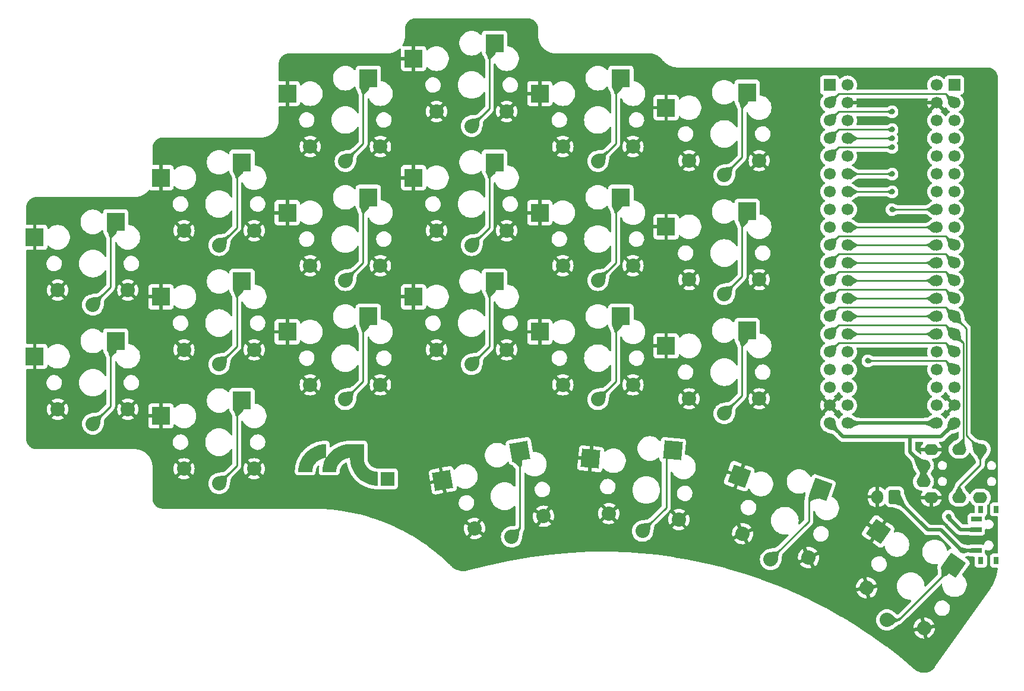
<source format=gbr>
%TF.GenerationSoftware,KiCad,Pcbnew,7.0.1-0*%
%TF.CreationDate,2025-04-04T15:19:30+02:00*%
%TF.ProjectId,nantor,6e616e74-6f72-42e6-9b69-6361645f7063,rev?*%
%TF.SameCoordinates,Original*%
%TF.FileFunction,Copper,L1,Top*%
%TF.FilePolarity,Positive*%
%FSLAX46Y46*%
G04 Gerber Fmt 4.6, Leading zero omitted, Abs format (unit mm)*
G04 Created by KiCad (PCBNEW 7.0.1-0) date 2025-04-04 15:19:30*
%MOMM*%
%LPD*%
G01*
G04 APERTURE LIST*
G04 Aperture macros list*
%AMRoundRect*
0 Rectangle with rounded corners*
0 $1 Rounding radius*
0 $2 $3 $4 $5 $6 $7 $8 $9 X,Y pos of 4 corners*
0 Add a 4 corners polygon primitive as box body*
4,1,4,$2,$3,$4,$5,$6,$7,$8,$9,$2,$3,0*
0 Add four circle primitives for the rounded corners*
1,1,$1+$1,$2,$3*
1,1,$1+$1,$4,$5*
1,1,$1+$1,$6,$7*
1,1,$1+$1,$8,$9*
0 Add four rect primitives between the rounded corners*
20,1,$1+$1,$2,$3,$4,$5,0*
20,1,$1+$1,$4,$5,$6,$7,0*
20,1,$1+$1,$6,$7,$8,$9,0*
20,1,$1+$1,$8,$9,$2,$3,0*%
%AMRotRect*
0 Rectangle, with rotation*
0 The origin of the aperture is its center*
0 $1 length*
0 $2 width*
0 $3 Rotation angle, in degrees counterclockwise*
0 Add horizontal line*
21,1,$1,$2,0,0,$3*%
G04 Aperture macros list end*
%TA.AperFunction,NonConductor*%
%ADD10C,0.000000*%
%TD*%
%TA.AperFunction,ComponentPad*%
%ADD11C,2.032000*%
%TD*%
%TA.AperFunction,SMDPad,CuDef*%
%ADD12R,2.600000X2.600000*%
%TD*%
%TA.AperFunction,SMDPad,CuDef*%
%ADD13RotRect,2.600000X2.600000X355.000000*%
%TD*%
%TA.AperFunction,SMDPad,CuDef*%
%ADD14RotRect,2.600000X2.600000X340.000000*%
%TD*%
%TA.AperFunction,ComponentPad*%
%ADD15R,1.700000X1.700000*%
%TD*%
%TA.AperFunction,ComponentPad*%
%ADD16C,1.700000*%
%TD*%
%TA.AperFunction,SMDPad,CuDef*%
%ADD17R,0.800000X1.000000*%
%TD*%
%TA.AperFunction,SMDPad,CuDef*%
%ADD18R,1.500000X0.700000*%
%TD*%
%TA.AperFunction,ComponentPad*%
%ADD19O,2.000000X1.600000*%
%TD*%
%TA.AperFunction,SMDPad,CuDef*%
%ADD20RotRect,2.600000X2.600000X10.000000*%
%TD*%
%TA.AperFunction,SMDPad,CuDef*%
%ADD21RotRect,2.600000X2.600000X325.000000*%
%TD*%
%TA.AperFunction,ComponentPad*%
%ADD22RoundRect,0.250000X0.600000X0.750000X-0.600000X0.750000X-0.600000X-0.750000X0.600000X-0.750000X0*%
%TD*%
%TA.AperFunction,ComponentPad*%
%ADD23O,1.700000X2.000000*%
%TD*%
%TA.AperFunction,ViaPad*%
%ADD24C,0.800000*%
%TD*%
%TA.AperFunction,Conductor*%
%ADD25C,0.500000*%
%TD*%
%TA.AperFunction,Conductor*%
%ADD26C,0.250000*%
%TD*%
G04 APERTURE END LIST*
D10*
%TA.AperFunction,NonConductor*%
G36*
X117149878Y-110540034D02*
G01*
X117152864Y-110641501D01*
X117160869Y-110741629D01*
X117173769Y-110840293D01*
X117191441Y-110937373D01*
X117213764Y-111032745D01*
X117240613Y-111126286D01*
X117271867Y-111217875D01*
X117307403Y-111307388D01*
X117347097Y-111394703D01*
X117390827Y-111479697D01*
X117438470Y-111562248D01*
X117489904Y-111642233D01*
X117545005Y-111719530D01*
X117603651Y-111794016D01*
X117665718Y-111865569D01*
X117731085Y-111934065D01*
X117799629Y-111999383D01*
X117871225Y-112061400D01*
X117945753Y-112119992D01*
X118023088Y-112175039D01*
X118103109Y-112226416D01*
X118185692Y-112274002D01*
X118270714Y-112317674D01*
X118358054Y-112357309D01*
X118447587Y-112392784D01*
X118539191Y-112423978D01*
X118632744Y-112450768D01*
X118728123Y-112473030D01*
X118825204Y-112490643D01*
X118923865Y-112503484D01*
X119023983Y-112511429D01*
X119125436Y-112514358D01*
X119125436Y-114491150D01*
X118922127Y-114486010D01*
X118721486Y-114470756D01*
X118523761Y-114445637D01*
X118329199Y-114410899D01*
X118138050Y-114366792D01*
X117950561Y-114313562D01*
X117766981Y-114251458D01*
X117587559Y-114180728D01*
X117412542Y-114101619D01*
X117242180Y-114014381D01*
X117076720Y-113919260D01*
X116916410Y-113816505D01*
X116761500Y-113706363D01*
X116612237Y-113589083D01*
X116468870Y-113464913D01*
X116331647Y-113334100D01*
X116200817Y-113196892D01*
X116076627Y-113053538D01*
X115959327Y-112904285D01*
X115849164Y-112749382D01*
X115746387Y-112589076D01*
X115651244Y-112423615D01*
X115563984Y-112253247D01*
X115484854Y-112078221D01*
X115414104Y-111898783D01*
X115351981Y-111715183D01*
X115298735Y-111527668D01*
X115254613Y-111336486D01*
X115219863Y-111141885D01*
X115194734Y-110944113D01*
X115179475Y-110743417D01*
X115174333Y-110540047D01*
X115072881Y-110542978D01*
X114972762Y-110550933D01*
X114874101Y-110563790D01*
X114777020Y-110581424D01*
X114681642Y-110603714D01*
X114588090Y-110630535D01*
X114496485Y-110661766D01*
X114406952Y-110697283D01*
X114319613Y-110736962D01*
X114234591Y-110780682D01*
X114152008Y-110828318D01*
X114071988Y-110879749D01*
X113994652Y-110934850D01*
X113920125Y-110993499D01*
X113848528Y-111055573D01*
X113779985Y-111120948D01*
X113714619Y-111189502D01*
X113652551Y-111261112D01*
X113593905Y-111335655D01*
X113538804Y-111413007D01*
X113487371Y-111493046D01*
X113439727Y-111575648D01*
X113395997Y-111660691D01*
X113356303Y-111748051D01*
X113320767Y-111837606D01*
X113289513Y-111929232D01*
X113262663Y-112022806D01*
X113240341Y-112118206D01*
X113222668Y-112215308D01*
X113209767Y-112313989D01*
X113201762Y-112414127D01*
X113198776Y-112515598D01*
X111223218Y-112515598D01*
X111228360Y-112312229D01*
X111243619Y-112111534D01*
X111268747Y-111913763D01*
X111303497Y-111719163D01*
X111347619Y-111527981D01*
X111400865Y-111340466D01*
X111462987Y-111156867D01*
X111533737Y-110977430D01*
X111612866Y-110802403D01*
X111700126Y-110632036D01*
X111795268Y-110466575D01*
X111898045Y-110306269D01*
X112008207Y-110151365D01*
X112125508Y-110002112D01*
X112249697Y-109858758D01*
X112380527Y-109721550D01*
X112517750Y-109590737D01*
X112661116Y-109466566D01*
X112810379Y-109349286D01*
X112965289Y-109239144D01*
X113125599Y-109136388D01*
X113291059Y-109041267D01*
X113461421Y-108954028D01*
X113636438Y-108874919D01*
X113815861Y-108804189D01*
X113999441Y-108742085D01*
X114186930Y-108688855D01*
X114378080Y-108644747D01*
X114572642Y-108610009D01*
X114770369Y-108584889D01*
X114971011Y-108569636D01*
X115174320Y-108564496D01*
X115174320Y-108564483D01*
X117149878Y-108564483D01*
X117149878Y-110540034D01*
G37*
%TD.AperFunction*%
%TA.AperFunction,NonConductor*%
G36*
X111753005Y-110540305D02*
G01*
X111651552Y-110543234D01*
X111551434Y-110551184D01*
X111452773Y-110564032D01*
X111355692Y-110581656D01*
X111260314Y-110603931D01*
X111166761Y-110630736D01*
X111075157Y-110661948D01*
X110985624Y-110697444D01*
X110898285Y-110737101D01*
X110813262Y-110780796D01*
X110730680Y-110828407D01*
X110650659Y-110879811D01*
X110573324Y-110934884D01*
X110498796Y-110993505D01*
X110427200Y-111055550D01*
X110358657Y-111120897D01*
X110293290Y-111189422D01*
X110231222Y-111261003D01*
X110172577Y-111335517D01*
X110117476Y-111412841D01*
X110066042Y-111492853D01*
X110018399Y-111575430D01*
X109974669Y-111660449D01*
X109934974Y-111747786D01*
X109899439Y-111837320D01*
X109868185Y-111928927D01*
X109841335Y-112022485D01*
X109819012Y-112117871D01*
X109801339Y-112214962D01*
X109788439Y-112313635D01*
X109780434Y-112413767D01*
X109777447Y-112515236D01*
X107801890Y-112515236D01*
X107807031Y-112311867D01*
X107822290Y-112111173D01*
X107847419Y-111913401D01*
X107882168Y-111718801D01*
X107926290Y-111527619D01*
X107979537Y-111340105D01*
X108041659Y-111156505D01*
X108112408Y-110977068D01*
X108191537Y-110802042D01*
X108278797Y-110631674D01*
X108373940Y-110466213D01*
X108476717Y-110305907D01*
X108586879Y-110151004D01*
X108704179Y-110001751D01*
X108828368Y-109858396D01*
X108959199Y-109721188D01*
X109096421Y-109590375D01*
X109239788Y-109466204D01*
X109389051Y-109348924D01*
X109543961Y-109238782D01*
X109704270Y-109136026D01*
X109869730Y-109040905D01*
X110040093Y-108953666D01*
X110215110Y-108874557D01*
X110394532Y-108803827D01*
X110578112Y-108741723D01*
X110765601Y-108688493D01*
X110956751Y-108644385D01*
X111151313Y-108609647D01*
X111349040Y-108584527D01*
X111549682Y-108569274D01*
X111752992Y-108564134D01*
X111753005Y-108564121D01*
X111753005Y-110540305D01*
G37*
%TD.AperFunction*%
%TA.AperFunction,NonConductor*%
G36*
X121496427Y-114490710D02*
G01*
X119520870Y-114490710D01*
X119520870Y-112515158D01*
X121496427Y-112515158D01*
X121496427Y-114490710D01*
G37*
%TD.AperFunction*%
D11*
%TO.P,KS12,1,1*%
%TO.N,/k15*%
X168506983Y-87177968D03*
D12*
X171781983Y-75327968D03*
%TO.P,KS12,2,2*%
%TO.N,GND*%
X160231983Y-77527968D03*
D11*
X163506983Y-85077968D03*
X173506983Y-85077968D03*
%TD*%
%TO.P,KS2,1,1*%
%TO.N,/k01*%
X96506983Y-80177968D03*
D12*
X99781983Y-68327968D03*
%TO.P,KS2,2,2*%
%TO.N,GND*%
X88231983Y-70527968D03*
D11*
X91506983Y-78077968D03*
X101506983Y-78077968D03*
%TD*%
%TO.P,KS3,1,1*%
%TO.N,/k02*%
X114506983Y-68177968D03*
D12*
X117781983Y-56327968D03*
%TO.P,KS3,2,2*%
%TO.N,GND*%
X106231983Y-58527968D03*
D11*
X109506983Y-66077968D03*
X119506983Y-66077968D03*
%TD*%
%TO.P,KS19,1,1*%
%TO.N,/k34*%
X156880781Y-120976549D03*
D13*
X161176114Y-109457077D03*
%TO.P,KS19,2,2*%
%TO.N,GND*%
X149478323Y-110642056D03*
D11*
X152082835Y-118448761D03*
X162044782Y-119320319D03*
%TD*%
%TO.P,KS4,1,1*%
%TO.N,/k03*%
X132506983Y-63177968D03*
D12*
X135781983Y-51327968D03*
%TO.P,KS4,2,2*%
%TO.N,GND*%
X124231983Y-53527968D03*
D11*
X127506983Y-61077968D03*
X137506983Y-61077968D03*
%TD*%
%TO.P,KS17,1,1*%
%TO.N,/k25*%
X168506983Y-104177968D03*
D12*
X171781983Y-92327968D03*
%TO.P,KS17,2,2*%
%TO.N,GND*%
X160231983Y-94527968D03*
D11*
X163506983Y-102077968D03*
X173506983Y-102077968D03*
%TD*%
%TO.P,KS11,1,1*%
%TO.N,/k14*%
X150506983Y-85177968D03*
D12*
X153781983Y-73327968D03*
%TO.P,KS11,2,2*%
%TO.N,GND*%
X142231983Y-75527968D03*
D11*
X145506983Y-83077968D03*
X155506983Y-83077968D03*
%TD*%
%TO.P,KS16,1,1*%
%TO.N,/k24*%
X150506983Y-102177968D03*
D12*
X153781983Y-90327968D03*
%TO.P,KS16,2,2*%
%TO.N,GND*%
X142231983Y-92527968D03*
D11*
X145506983Y-100077968D03*
X155506983Y-100077968D03*
%TD*%
%TO.P,KS1,1,1*%
%TO.N,/k00*%
X78506983Y-88677968D03*
D12*
X81781983Y-76827968D03*
%TO.P,KS1,2,2*%
%TO.N,GND*%
X70231983Y-79027968D03*
D11*
X73506983Y-86577968D03*
X83506983Y-86577968D03*
%TD*%
%TO.P,KS7,1,1*%
%TO.N,/k10*%
X78506983Y-105677968D03*
D12*
X81781983Y-93827968D03*
%TO.P,KS7,2,2*%
%TO.N,GND*%
X70231983Y-96027968D03*
D11*
X73506983Y-103577968D03*
X83506983Y-103577968D03*
%TD*%
%TO.P,KS20,1,1*%
%TO.N,/k35*%
X175129081Y-125022186D03*
D14*
X182259513Y-115006945D03*
%TO.P,KS20,2,2*%
%TO.N,GND*%
X170653619Y-113123936D03*
D11*
X171148860Y-121338731D03*
X180545787Y-124758933D03*
%TD*%
D15*
%TO.P,U1,1,PB12*%
%TO.N,unconnected-(U1-PB12-Pad1)*%
X183541983Y-57297968D03*
X201321983Y-57297968D03*
D16*
%TO.P,U1,2,PB13*%
%TO.N,/k05*%
X183541983Y-59837968D03*
X201321983Y-59837968D03*
%TO.P,U1,3,PB14*%
%TO.N,/k04*%
X183541983Y-62377968D03*
X201321983Y-62377968D03*
%TO.P,U1,4,PB15*%
%TO.N,/k03*%
X183541983Y-64917968D03*
X201321983Y-64917968D03*
%TO.P,U1,5,PA8*%
%TO.N,/k02*%
X183541983Y-67457968D03*
X201321983Y-67457968D03*
%TO.P,U1,6,PA9*%
%TO.N,unconnected-(U1-PA9-Pad6)*%
X183541983Y-69997968D03*
X201321983Y-69997968D03*
%TO.P,U1,7,PA10*%
%TO.N,unconnected-(U1-PA10-Pad7)*%
X183541983Y-72537968D03*
X201321983Y-72537968D03*
%TO.P,U1,8,PA11*%
%TO.N,unconnected-(U1-PA11-Pad8)*%
X183541983Y-75077968D03*
X201321983Y-75077968D03*
%TO.P,U1,9,PA12*%
%TO.N,unconnected-(U1-PA12-Pad9)*%
X183541983Y-77617968D03*
X201321983Y-77617968D03*
%TO.P,U1,10,PA15*%
%TO.N,/k15*%
X183541983Y-80157968D03*
X201321983Y-80157968D03*
%TO.P,U1,11,PB3*%
%TO.N,/k14*%
X183541983Y-82697968D03*
X201321983Y-82697968D03*
%TO.P,U1,12,PB4*%
%TO.N,/k13*%
X183541983Y-85237968D03*
X201321983Y-85237968D03*
%TO.P,U1,13,PB5*%
%TO.N,/k12*%
X183541983Y-87777968D03*
X201321983Y-87777968D03*
%TO.P,U1,14,PB6*%
%TO.N,Net-(U1-PB6)*%
X183541983Y-90317968D03*
X201321983Y-90317968D03*
%TO.P,U1,15,PB7*%
%TO.N,Net-(U1-PB7)*%
X183541983Y-92857968D03*
X201321983Y-92857968D03*
%TO.P,U1,16,PB8*%
%TO.N,/k11*%
X183541983Y-95397968D03*
X201321983Y-95397968D03*
%TO.P,U1,17,PB9*%
%TO.N,/k10*%
X183541983Y-97937968D03*
X201321983Y-97937968D03*
%TO.P,U1,18,5V*%
%TO.N,unconnected-(U1-5V-Pad18)*%
X183541983Y-100477968D03*
X201321983Y-100477968D03*
%TO.P,U1,19,GND*%
%TO.N,GND*%
X183541983Y-103017968D03*
X201321983Y-103017968D03*
%TO.P,U1,20,3V3*%
%TO.N,+3.3V*%
X183541983Y-105557968D03*
X201321983Y-105557968D03*
%TO.P,U1,21,VBat*%
%TO.N,Net-(SW1-B)*%
X186081983Y-105557968D03*
X198781983Y-105557968D03*
%TO.P,U1,22,PC13*%
%TO.N,unconnected-(U1-PC13-Pad22)*%
X186081983Y-103017968D03*
X198781983Y-103017968D03*
%TO.P,U1,23,PC14*%
%TO.N,unconnected-(U1-PC14-Pad23)*%
X186081983Y-100477968D03*
X198781983Y-100477968D03*
%TO.P,U1,24,PC15*%
%TO.N,unconnected-(U1-PC15-Pad24)*%
X186081983Y-97937968D03*
X198781983Y-97937968D03*
%TO.P,U1,25,RES*%
%TO.N,unconnected-(U1-RES-Pad25)*%
X186081983Y-95397968D03*
X198781983Y-95397968D03*
%TO.P,U1,26,PA0*%
%TO.N,/k36*%
X186081983Y-92857968D03*
X198781983Y-92857968D03*
%TO.P,U1,27,PA1*%
%TO.N,/k35*%
X186081983Y-90317968D03*
X198781983Y-90317968D03*
%TO.P,U1,28,PA2*%
%TO.N,/k34*%
X186081983Y-87777968D03*
X198781983Y-87777968D03*
%TO.P,U1,29,PA3*%
%TO.N,/k33*%
X186081983Y-85237968D03*
X198781983Y-85237968D03*
%TO.P,U1,30,PA4*%
%TO.N,/k21*%
X186081983Y-82697968D03*
X198781983Y-82697968D03*
%TO.P,U1,31,PA5*%
%TO.N,/k22*%
X186081983Y-80157968D03*
X198781983Y-80157968D03*
%TO.P,U1,32,PA6*%
%TO.N,/k23*%
X186081983Y-77617968D03*
X198781983Y-77617968D03*
%TO.P,U1,33,PA7*%
%TO.N,/k24*%
X186081983Y-75077968D03*
X198781983Y-75077968D03*
%TO.P,U1,34,PB0*%
%TO.N,/k25*%
X186081983Y-72537968D03*
X198781983Y-72537968D03*
%TO.P,U1,35,PB1*%
%TO.N,/k00*%
X186081983Y-69997968D03*
X198781983Y-69997968D03*
%TO.P,U1,36,PB2*%
%TO.N,unconnected-(U1-PB2-Pad36)*%
X186081983Y-67457968D03*
X198781983Y-67457968D03*
%TO.P,U1,37,PB10*%
%TO.N,/k01*%
X186081983Y-64917968D03*
X198781983Y-64917968D03*
%TO.P,U1,38,3V3*%
%TO.N,+3.3V*%
X186081983Y-62377968D03*
X198781983Y-62377968D03*
%TO.P,U1,39,GND*%
%TO.N,GND*%
X186081983Y-59837968D03*
X198781983Y-59837968D03*
%TO.P,U1,40,5V*%
%TO.N,unconnected-(U1-5V-Pad40)*%
X186081983Y-57297968D03*
X198781983Y-57297968D03*
%TD*%
D11*
%TO.P,KS5,1,1*%
%TO.N,/k04*%
X150506983Y-68177968D03*
D12*
X153781983Y-56327968D03*
%TO.P,KS5,2,2*%
%TO.N,GND*%
X142231983Y-58527968D03*
D11*
X145506983Y-66077968D03*
X155506983Y-66077968D03*
%TD*%
D17*
%TO.P,SW1,*%
%TO.N,*%
X205096699Y-125159898D03*
X207306699Y-125159898D03*
X205096699Y-117859898D03*
X207306699Y-117859898D03*
D18*
%TO.P,SW1,1,A*%
%TO.N,Net-(J2-Pin_1)*%
X204446699Y-123759898D03*
%TO.P,SW1,2,B*%
%TO.N,Net-(SW1-B)*%
X204446699Y-120759898D03*
%TO.P,SW1,3,C*%
%TO.N,unconnected-(SW1-C-Pad3)*%
X204446699Y-119259898D03*
%TD*%
D19*
%TO.P,J1,RX*%
%TO.N,Net-(U1-PB7)*%
X202015182Y-109307147D03*
X205015182Y-116187147D03*
%TO.P,J1,S*%
%TO.N,+3.3V*%
X196915182Y-111587147D03*
X196915182Y-113907147D03*
%TO.P,J1,T*%
%TO.N,GND*%
X198015182Y-109307147D03*
X198015182Y-116187147D03*
%TO.P,J1,TX*%
%TO.N,Net-(U1-PB6)*%
X205015182Y-109307147D03*
X202015182Y-116187147D03*
%TD*%
D11*
%TO.P,KS6,1,1*%
%TO.N,/k05*%
X168506983Y-70177968D03*
D12*
X171781983Y-58327968D03*
%TO.P,KS6,2,2*%
%TO.N,GND*%
X160231983Y-60527968D03*
D11*
X163506983Y-68077968D03*
X173506983Y-68077968D03*
%TD*%
%TO.P,KS13,1,1*%
%TO.N,/k21*%
X96506983Y-114177968D03*
D12*
X99781983Y-102327968D03*
%TO.P,KS13,2,2*%
%TO.N,GND*%
X88231983Y-104527968D03*
D11*
X91506983Y-112077968D03*
X101506983Y-112077968D03*
%TD*%
%TO.P,KS14,1,1*%
%TO.N,/k22*%
X114506983Y-102177968D03*
D12*
X117781983Y-90327968D03*
%TO.P,KS14,2,2*%
%TO.N,GND*%
X106231983Y-92527968D03*
D11*
X109506983Y-100077968D03*
X119506983Y-100077968D03*
%TD*%
%TO.P,KS18,1,1*%
%TO.N,/k33*%
X138207524Y-121792366D03*
D20*
X139375039Y-109553696D03*
%TO.P,KS18,2,2*%
%TO.N,GND*%
X128382535Y-113725910D03*
D11*
X132918824Y-120592510D03*
X142766902Y-118856029D03*
%TD*%
%TO.P,KS10,1,1*%
%TO.N,/k13*%
X132506983Y-80177968D03*
D12*
X135781983Y-68327968D03*
%TO.P,KS10,2,2*%
%TO.N,GND*%
X124231983Y-70527968D03*
D11*
X127506983Y-78077968D03*
X137506983Y-78077968D03*
%TD*%
%TO.P,KS15,1,1*%
%TO.N,/k23*%
X132506983Y-97177968D03*
D12*
X135781983Y-85327968D03*
%TO.P,KS15,2,2*%
%TO.N,GND*%
X124231983Y-87527968D03*
D11*
X127506983Y-95077968D03*
X137506983Y-95077968D03*
%TD*%
%TO.P,KS21,1,1*%
%TO.N,/k36*%
X191708899Y-133652997D03*
D21*
X201188503Y-125824508D03*
%TO.P,KS21,2,2*%
%TO.N,GND*%
X190465428Y-121001835D03*
D11*
X188817649Y-129064896D03*
X197009170Y-134800660D03*
%TD*%
%TO.P,KS9,1,1*%
%TO.N,/k12*%
X114506983Y-85177968D03*
D12*
X117781983Y-73327968D03*
%TO.P,KS9,2,2*%
%TO.N,GND*%
X106231983Y-75527968D03*
D11*
X109506983Y-83077968D03*
X119506983Y-83077968D03*
%TD*%
%TO.P,KS8,1,1*%
%TO.N,/k11*%
X96506983Y-97177968D03*
D12*
X99781983Y-85327968D03*
%TO.P,KS8,2,2*%
%TO.N,GND*%
X88231983Y-87527968D03*
D11*
X91506983Y-95077968D03*
X101506983Y-95077968D03*
%TD*%
D22*
%TO.P,J2,1,Pin_1*%
%TO.N,Net-(J2-Pin_1)*%
X192806983Y-116071469D03*
D23*
%TO.P,J2,2,Pin_2*%
%TO.N,GND*%
X190306983Y-116071469D03*
%TD*%
D24*
%TO.N,Net-(J2-Pin_1)*%
X202541699Y-123760898D03*
%TO.N,GND*%
X189000000Y-101747968D03*
X201702569Y-112720089D03*
%TO.N,/k00*%
X192432000Y-69997968D03*
%TO.N,/k01*%
X192432000Y-64917968D03*
%TO.N,/k02*%
X192432000Y-66187968D03*
%TO.N,/k03*%
X192432000Y-63647968D03*
%TO.N,/k04*%
X192430983Y-61107968D03*
%TO.N,/k10*%
X189000000Y-96667968D03*
%TO.N,/k24*%
X192432000Y-75077968D03*
%TO.N,/k25*%
X192432000Y-72537968D03*
%TO.N,Net-(SW1-B)*%
X200466983Y-118865469D03*
%TD*%
D25*
%TO.N,Net-(J2-Pin_1)*%
X202540699Y-123759898D02*
X202541699Y-123760898D01*
X192806983Y-116071469D02*
X197533482Y-120797968D01*
X199415983Y-120797968D02*
X202377913Y-123759898D01*
X202541699Y-123760898D02*
X202542699Y-123759898D01*
X197533482Y-120797968D02*
X199415983Y-120797968D01*
X202542699Y-123759898D02*
X204446699Y-123759898D01*
X202377913Y-123759898D02*
X202540699Y-123759898D01*
%TO.N,GND*%
X186081983Y-59837968D02*
X198781983Y-59837968D01*
D26*
%TO.N,/k00*%
X78506983Y-88677968D02*
X81046983Y-86137968D01*
X186081983Y-69997968D02*
X192432000Y-69997968D01*
X81046983Y-86137968D02*
X81046983Y-77562968D01*
X81046983Y-77562968D02*
X81781983Y-76827968D01*
%TO.N,/k01*%
X99046983Y-77637968D02*
X99046983Y-69062968D01*
X99046983Y-69062968D02*
X99781983Y-68327968D01*
X192338983Y-64917968D02*
X186081983Y-64917968D01*
X96506983Y-80177968D02*
X99046983Y-77637968D01*
%TO.N,/k02*%
X114506983Y-68177968D02*
X117046983Y-65637968D01*
X192239482Y-66187968D02*
X192338983Y-66287469D01*
X117046983Y-57062968D02*
X117781983Y-56327968D01*
X184811983Y-66187968D02*
X192239482Y-66187968D01*
X117046983Y-65637968D02*
X117046983Y-57062968D01*
X183541983Y-67457968D02*
X184811983Y-66187968D01*
%TO.N,/k03*%
X135046983Y-60637968D02*
X135046983Y-52062968D01*
X192239482Y-63647968D02*
X192338983Y-63747469D01*
X135046983Y-52062968D02*
X135781983Y-51327968D01*
X184811983Y-63647968D02*
X192239482Y-63647968D01*
X132506983Y-63177968D02*
X135046983Y-60637968D01*
X183541983Y-64917968D02*
X184811983Y-63647968D01*
%TO.N,/k04*%
X184811983Y-61107968D02*
X192239482Y-61107968D01*
X153046983Y-57062968D02*
X153781983Y-56327968D01*
X150506983Y-68177968D02*
X153046983Y-65637968D01*
X183541983Y-62377968D02*
X184811983Y-61107968D01*
X153046983Y-65637968D02*
X153046983Y-57062968D01*
X192239482Y-61107968D02*
X192338983Y-61207469D01*
%TO.N,/k05*%
X184811983Y-58567968D02*
X200051983Y-58567968D01*
X200051983Y-58567968D02*
X201321983Y-59837968D01*
X171046983Y-67637968D02*
X171046983Y-59062968D01*
X171046983Y-59062968D02*
X171781983Y-58327968D01*
X168506983Y-70177968D02*
X171046983Y-67637968D01*
X183541983Y-59837968D02*
X184811983Y-58567968D01*
%TO.N,/k10*%
X81046983Y-94562968D02*
X81781983Y-93827968D01*
X201321983Y-97937968D02*
X200051983Y-96667968D01*
X81046983Y-103137968D02*
X81046983Y-94562968D01*
X78506983Y-105677968D02*
X81046983Y-103137968D01*
X200051983Y-96667968D02*
X189000000Y-96667968D01*
%TO.N,/k11*%
X96506983Y-97177968D02*
X99046983Y-94637968D01*
X184811983Y-94127968D02*
X200051983Y-94127968D01*
X99046983Y-86062968D02*
X99781983Y-85327968D01*
X183541983Y-95397968D02*
X184811983Y-94127968D01*
X200051983Y-94127968D02*
X201321983Y-95397968D01*
X99046983Y-94637968D02*
X99046983Y-86062968D01*
%TO.N,/k12*%
X184811983Y-86507968D02*
X200051983Y-86507968D01*
X183541983Y-87777968D02*
X184811983Y-86507968D01*
X117046983Y-82637968D02*
X117046983Y-74062968D01*
X200051983Y-86507968D02*
X201321983Y-87777968D01*
X114506983Y-85177968D02*
X117046983Y-82637968D01*
X117046983Y-74062968D02*
X117781983Y-73327968D01*
%TO.N,/k13*%
X200051983Y-83967968D02*
X201321983Y-85237968D01*
X183541983Y-85237968D02*
X184811983Y-83967968D01*
X184811983Y-83967968D02*
X200051983Y-83967968D01*
X135046983Y-77637968D02*
X135046983Y-69062968D01*
X132506983Y-80177968D02*
X135046983Y-77637968D01*
X135046983Y-69062968D02*
X135781983Y-68327968D01*
%TO.N,/k14*%
X153046983Y-74062968D02*
X153781983Y-73327968D01*
X150506983Y-85177968D02*
X153046983Y-82637968D01*
X184811983Y-81427968D02*
X200051983Y-81427968D01*
X183541983Y-82697968D02*
X184811983Y-81427968D01*
X200051983Y-81427968D02*
X201321983Y-82697968D01*
X153046983Y-82637968D02*
X153046983Y-74062968D01*
%TO.N,/k15*%
X200051983Y-78887968D02*
X201321983Y-80157968D01*
X168506983Y-87177968D02*
X171046983Y-84637968D01*
X183541983Y-80157968D02*
X184811983Y-78887968D01*
X171046983Y-84637968D02*
X171046983Y-76062968D01*
X171046983Y-76062968D02*
X171781983Y-75327968D01*
X184811983Y-78887968D02*
X200051983Y-78887968D01*
%TO.N,/k21*%
X96506983Y-114177968D02*
X99046983Y-111637968D01*
X99046983Y-103062968D02*
X99781983Y-102327968D01*
X99046983Y-111637968D02*
X99046983Y-103062968D01*
X186081983Y-82697968D02*
X198781983Y-82697968D01*
%TO.N,/k22*%
X114506983Y-102177968D02*
X117046983Y-99637968D01*
X198781983Y-80157968D02*
X186081983Y-80157968D01*
X117046983Y-99637968D02*
X117046983Y-91062968D01*
X117046983Y-91062968D02*
X117781983Y-90327968D01*
%TO.N,/k23*%
X186081983Y-77617968D02*
X198781983Y-77617968D01*
X132506983Y-97177968D02*
X135046983Y-94637968D01*
X135046983Y-94637968D02*
X135046983Y-86062968D01*
X135046983Y-86062968D02*
X135781983Y-85327968D01*
%TO.N,/k24*%
X153046983Y-99637968D02*
X153046983Y-91062968D01*
X150506983Y-102177968D02*
X153046983Y-99637968D01*
X153046983Y-91062968D02*
X153781983Y-90327968D01*
X192184484Y-75077968D02*
X198781983Y-75077968D01*
%TO.N,/k25*%
X171046983Y-101637968D02*
X171046983Y-93062968D01*
X168506983Y-104177968D02*
X171046983Y-101637968D01*
X192184484Y-72537968D02*
X186081983Y-72537968D01*
X171046983Y-93062968D02*
X171781983Y-92327968D01*
%TO.N,/k33*%
X198781983Y-85237968D02*
X186081983Y-85237968D01*
X139375039Y-120624851D02*
X139375039Y-109553696D01*
X138207524Y-121792366D02*
X139375039Y-120624851D01*
%TO.N,/k34*%
X186081983Y-87777968D02*
X198781983Y-87777968D01*
X160251983Y-110381208D02*
X161176114Y-109457077D01*
X160251983Y-117605347D02*
X160251983Y-110381208D01*
X156880781Y-120976549D02*
X160251983Y-117605347D01*
%TO.N,/k35*%
X175129081Y-125022186D02*
X180571983Y-119579284D01*
X180571983Y-119579284D02*
X180571983Y-116694475D01*
X198781983Y-90317968D02*
X186081983Y-90317968D01*
X180571983Y-116694475D02*
X182259513Y-115006945D01*
%TO.N,/k36*%
X193360014Y-133652997D02*
X201188503Y-125824508D01*
X186081983Y-92857968D02*
X198781983Y-92857968D01*
X191708899Y-133652997D02*
X193360014Y-133652997D01*
D25*
%TO.N,Net-(SW1-B)*%
X200466983Y-118865469D02*
X200466983Y-119071270D01*
X204436128Y-120770469D02*
X204446699Y-120759898D01*
X196241983Y-105557968D02*
X198781983Y-105557968D01*
X200466983Y-119071270D02*
X202166182Y-120770469D01*
X186081983Y-105557968D02*
X196241983Y-105557968D01*
X202166182Y-120770469D02*
X204436128Y-120770469D01*
D26*
%TO.N,Net-(U1-PB6)*%
X184811983Y-89047968D02*
X200051983Y-89047968D01*
X200051983Y-89047968D02*
X201321983Y-90317968D01*
X203040983Y-107332948D02*
X205015182Y-109307147D01*
X203040983Y-92036968D02*
X203040983Y-107332948D01*
X201321983Y-90317968D02*
X203040983Y-92036968D01*
X205015182Y-109307147D02*
X205015182Y-111524270D01*
X183541983Y-90317968D02*
X184811983Y-89047968D01*
X202015182Y-114524270D02*
X202015182Y-116187147D01*
X205015182Y-111524270D02*
X202015182Y-114524270D01*
%TO.N,Net-(U1-PB7)*%
X200051983Y-91587968D02*
X201321983Y-92857968D01*
X202590983Y-108731346D02*
X202590983Y-94126968D01*
X202015182Y-109307147D02*
X202590983Y-108731346D01*
X184811983Y-91587968D02*
X200051983Y-91587968D01*
X202590983Y-94126968D02*
X201321983Y-92857968D01*
X183541983Y-92857968D02*
X184811983Y-91587968D01*
D25*
%TO.N,+3.3V*%
X196915182Y-111587147D02*
X196915182Y-113907147D01*
X194970983Y-107462968D02*
X199416983Y-107462968D01*
X194970983Y-109642948D02*
X194970983Y-107462968D01*
X183541983Y-105557968D02*
X185446983Y-107462968D01*
X185446983Y-107462968D02*
X194970983Y-107462968D01*
X199416983Y-107462968D02*
X201321983Y-105557968D01*
X196915182Y-111587147D02*
X194970983Y-109642948D01*
%TD*%
%TA.AperFunction,Conductor*%
%TO.N,Net-(U1-PB7)*%
G36*
X202713563Y-107817405D02*
G01*
X202717509Y-107824506D01*
X202763646Y-108124495D01*
X202811299Y-108398040D01*
X202858965Y-108635351D01*
X202906622Y-108836313D01*
X202951143Y-108990141D01*
X202950247Y-108998864D01*
X202943541Y-109004514D01*
X202022537Y-109305741D01*
X202015799Y-109305903D01*
X202010090Y-109302320D01*
X201431133Y-108639832D01*
X201428282Y-108633083D01*
X201430003Y-108625961D01*
X201435621Y-108621261D01*
X201629391Y-108544281D01*
X201838538Y-108421457D01*
X202047687Y-108258900D01*
X202256835Y-108056609D01*
X202462483Y-107818634D01*
X202466469Y-107815646D01*
X202471336Y-107814585D01*
X202705945Y-107814585D01*
X202713563Y-107817405D01*
G37*
%TD.AperFunction*%
%TD*%
%TA.AperFunction,Conductor*%
%TO.N,/k12*%
G36*
X184663085Y-86494907D02*
G01*
X184825043Y-86656865D01*
X184828452Y-86664495D01*
X184825901Y-86672453D01*
X184600877Y-86953345D01*
X184505740Y-87200832D01*
X184475879Y-87447636D01*
X184475874Y-87447677D01*
X184440235Y-87733823D01*
X184439812Y-87735803D01*
X184331046Y-88090952D01*
X184327561Y-88096333D01*
X184321763Y-88099070D01*
X184315393Y-88098340D01*
X183545768Y-87780530D01*
X183541961Y-87777989D01*
X183539421Y-87774184D01*
X183221609Y-87004554D01*
X183220880Y-86998187D01*
X183223617Y-86992389D01*
X183228997Y-86988904D01*
X183584150Y-86880135D01*
X183586122Y-86879713D01*
X183872272Y-86844075D01*
X184119118Y-86814209D01*
X184366602Y-86719072D01*
X184647499Y-86494048D01*
X184655455Y-86491498D01*
X184663085Y-86494907D01*
G37*
%TD.AperFunction*%
%TD*%
%TA.AperFunction,Conductor*%
%TO.N,/k22*%
G36*
X198457648Y-79379526D02*
G01*
X198461636Y-79384546D01*
X198781117Y-80153478D01*
X198782012Y-80157967D01*
X198781117Y-80162456D01*
X198461636Y-80931389D01*
X198457648Y-80936409D01*
X198451613Y-80938574D01*
X198445343Y-80937233D01*
X198117304Y-80763014D01*
X198115605Y-80761913D01*
X197888102Y-80584804D01*
X197888077Y-80584768D01*
X197888070Y-80584779D01*
X197692405Y-80431351D01*
X197450136Y-80323625D01*
X197450135Y-80323624D01*
X197450133Y-80323624D01*
X197092399Y-80284118D01*
X197084968Y-80280295D01*
X197081983Y-80272489D01*
X197081983Y-80043447D01*
X197084968Y-80035641D01*
X197092399Y-80031818D01*
X197268135Y-80012409D01*
X197450136Y-79992310D01*
X197692405Y-79884584D01*
X197888070Y-79731156D01*
X197888076Y-79731164D01*
X197888099Y-79731132D01*
X198115611Y-79554015D01*
X198117298Y-79552922D01*
X198445344Y-79378701D01*
X198451613Y-79377361D01*
X198457648Y-79379526D01*
G37*
%TD.AperFunction*%
%TD*%
%TA.AperFunction,Conductor*%
%TO.N,/k22*%
G36*
X117784090Y-90336486D02*
G01*
X117789174Y-90341721D01*
X118253519Y-91294274D01*
X118254575Y-91301117D01*
X118251579Y-91307359D01*
X118134549Y-91433489D01*
X117986752Y-91650267D01*
X117872920Y-91886641D01*
X117859909Y-91928821D01*
X117856059Y-91934491D01*
X117669663Y-92084304D01*
X117420823Y-92332191D01*
X117255894Y-92528229D01*
X117178731Y-92619948D01*
X117175490Y-92623800D01*
X117171475Y-92626875D01*
X117166537Y-92627968D01*
X116930431Y-92627968D01*
X116923582Y-92625754D01*
X116919325Y-92619948D01*
X116833982Y-92362415D01*
X116800713Y-92274414D01*
X116745982Y-92129641D01*
X116657983Y-91929641D01*
X116569983Y-91762416D01*
X116569981Y-91762412D01*
X116540484Y-91717347D01*
X116487187Y-91635919D01*
X116485339Y-91628314D01*
X116488700Y-91621245D01*
X117770382Y-90338577D01*
X117776892Y-90335282D01*
X117784090Y-90336486D01*
G37*
%TD.AperFunction*%
%TD*%
%TA.AperFunction,Conductor*%
%TO.N,/k36*%
G36*
X192109394Y-132721547D02*
G01*
X192462969Y-132939719D01*
X192464821Y-132941135D01*
X192747640Y-133206381D01*
X192991374Y-133418653D01*
X193237822Y-133483331D01*
X193521792Y-133311347D01*
X193529258Y-133309741D01*
X193536125Y-133313083D01*
X193697500Y-133474458D01*
X193700600Y-133479985D01*
X193700364Y-133486317D01*
X193696861Y-133491598D01*
X193414653Y-133734570D01*
X193413006Y-133735755D01*
X193174512Y-133877811D01*
X193173565Y-133878318D01*
X192952564Y-133983818D01*
X192715103Y-134124301D01*
X192435537Y-134364359D01*
X192427477Y-134367174D01*
X192419650Y-134363763D01*
X191713733Y-133659234D01*
X191710524Y-133653239D01*
X191711189Y-133646474D01*
X192092443Y-132727022D01*
X192096636Y-132721854D01*
X192102970Y-132719808D01*
X192109394Y-132721547D01*
G37*
%TD.AperFunction*%
%TD*%
%TA.AperFunction,Conductor*%
%TO.N,/k36*%
G36*
X198457648Y-92079526D02*
G01*
X198461636Y-92084546D01*
X198781117Y-92853479D01*
X198782012Y-92857968D01*
X198781117Y-92862457D01*
X198461636Y-93631389D01*
X198457648Y-93636409D01*
X198451613Y-93638574D01*
X198445343Y-93637233D01*
X198117304Y-93463014D01*
X198115605Y-93461913D01*
X197888102Y-93284804D01*
X197888077Y-93284768D01*
X197888070Y-93284779D01*
X197692405Y-93131351D01*
X197450136Y-93023625D01*
X197450135Y-93023624D01*
X197450133Y-93023624D01*
X197092399Y-92984118D01*
X197084968Y-92980295D01*
X197081983Y-92972489D01*
X197081983Y-92743447D01*
X197084968Y-92735641D01*
X197092399Y-92731818D01*
X197268135Y-92712409D01*
X197450136Y-92692310D01*
X197692405Y-92584584D01*
X197888070Y-92431156D01*
X197888076Y-92431164D01*
X197888099Y-92431132D01*
X198115611Y-92254015D01*
X198117298Y-92252922D01*
X198445344Y-92078701D01*
X198451613Y-92077361D01*
X198457648Y-92079526D01*
G37*
%TD.AperFunction*%
%TD*%
%TA.AperFunction,Conductor*%
%TO.N,/k21*%
G36*
X186418621Y-81918701D02*
G01*
X186420173Y-81919526D01*
X186746659Y-82092919D01*
X186748358Y-82094020D01*
X186975861Y-82271130D01*
X186975888Y-82271163D01*
X186975894Y-82271156D01*
X187171559Y-82424584D01*
X187413829Y-82532310D01*
X187560790Y-82548540D01*
X187771567Y-82571818D01*
X187778998Y-82575641D01*
X187781983Y-82583447D01*
X187781983Y-82812489D01*
X187778998Y-82820295D01*
X187771567Y-82824118D01*
X187413831Y-82863624D01*
X187171558Y-82971351D01*
X186975894Y-83124779D01*
X186975861Y-83124804D01*
X186748358Y-83301913D01*
X186746659Y-83303014D01*
X186418622Y-83477233D01*
X186412352Y-83478574D01*
X186406317Y-83476409D01*
X186402329Y-83471389D01*
X186082848Y-82702456D01*
X186081953Y-82697967D01*
X186082847Y-82693480D01*
X186402330Y-81924544D01*
X186406317Y-81919526D01*
X186412352Y-81917361D01*
X186418621Y-81918701D01*
G37*
%TD.AperFunction*%
%TD*%
%TA.AperFunction,Conductor*%
%TO.N,/k15*%
G36*
X169851475Y-85671407D02*
G01*
X170013543Y-85833475D01*
X170016950Y-85841062D01*
X170014455Y-85848995D01*
X169746894Y-86188091D01*
X169638993Y-86488538D01*
X169610568Y-86787949D01*
X169610558Y-86788046D01*
X169575106Y-87131018D01*
X169574682Y-87133152D01*
X169449343Y-87554346D01*
X169445877Y-87559776D01*
X169440062Y-87562548D01*
X169433661Y-87561822D01*
X168799147Y-87299674D01*
X168510763Y-87180529D01*
X168506960Y-87177990D01*
X168504422Y-87174188D01*
X168123128Y-86251289D01*
X168122402Y-86244888D01*
X168125174Y-86239073D01*
X168130601Y-86235608D01*
X168551805Y-86110265D01*
X168553923Y-86109844D01*
X168896996Y-86074381D01*
X169196408Y-86045956D01*
X169496857Y-85938055D01*
X169835957Y-85670494D01*
X169843888Y-85668000D01*
X169851475Y-85671407D01*
G37*
%TD.AperFunction*%
%TD*%
%TA.AperFunction,Conductor*%
%TO.N,Net-(SW1-B)*%
G36*
X203701610Y-120419333D02*
G01*
X203928848Y-120523060D01*
X204424622Y-120749364D01*
X204430614Y-120755630D01*
X204430648Y-120764300D01*
X204424706Y-120770613D01*
X203701431Y-121107692D01*
X203696680Y-121108785D01*
X203691895Y-121107847D01*
X203626699Y-121080012D01*
X203556705Y-121056127D01*
X203486697Y-121038239D01*
X203416698Y-121026353D01*
X203357419Y-121021370D01*
X203349786Y-121017630D01*
X203346699Y-121009711D01*
X203346699Y-120530808D01*
X203349632Y-120523060D01*
X203356959Y-120519197D01*
X203416699Y-120511793D01*
X203486699Y-120497118D01*
X203556698Y-120476442D01*
X203626698Y-120449767D01*
X203691807Y-120419375D01*
X203696703Y-120418278D01*
X203701610Y-120419333D01*
G37*
%TD.AperFunction*%
%TD*%
%TA.AperFunction,Conductor*%
%TO.N,+3.3V*%
G36*
X184327744Y-105239290D02*
G01*
X184331302Y-105244481D01*
X184447133Y-105584177D01*
X184447470Y-105585368D01*
X184507941Y-105852272D01*
X184567879Y-106078810D01*
X184628689Y-106196852D01*
X184685921Y-106307946D01*
X184870204Y-106523926D01*
X184913824Y-106575049D01*
X184916615Y-106583105D01*
X184913197Y-106590916D01*
X184574931Y-106929182D01*
X184567120Y-106932600D01*
X184559064Y-106929809D01*
X184291962Y-106701907D01*
X184291961Y-106701906D01*
X184180867Y-106644674D01*
X184062825Y-106583864D01*
X183960803Y-106556870D01*
X183836292Y-106523927D01*
X183799955Y-106515694D01*
X183569383Y-106463455D01*
X183568192Y-106463118D01*
X183228496Y-106347287D01*
X183223305Y-106343729D01*
X183220709Y-106337996D01*
X183221457Y-106331749D01*
X183539422Y-105561748D01*
X183541961Y-105557946D01*
X183545763Y-105555407D01*
X184315764Y-105237442D01*
X184322011Y-105236694D01*
X184327744Y-105239290D01*
G37*
%TD.AperFunction*%
%TD*%
%TA.AperFunction,Conductor*%
%TO.N,/k15*%
G36*
X200216468Y-78874049D02*
G01*
X200497360Y-79099071D01*
X200497361Y-79099071D01*
X200497362Y-79099072D01*
X200744846Y-79194209D01*
X200892243Y-79212042D01*
X200991650Y-79224070D01*
X200991649Y-79224072D01*
X200991691Y-79224074D01*
X200991692Y-79224075D01*
X201277840Y-79259713D01*
X201279818Y-79260136D01*
X201634967Y-79368904D01*
X201640348Y-79372389D01*
X201643085Y-79378187D01*
X201642355Y-79384557D01*
X201324545Y-80154182D01*
X201322004Y-80157989D01*
X201318197Y-80160530D01*
X200548572Y-80478340D01*
X200542202Y-80479070D01*
X200536404Y-80476333D01*
X200532919Y-80470952D01*
X200424151Y-80115803D01*
X200423728Y-80113823D01*
X200388090Y-79827677D01*
X200388085Y-79827636D01*
X200358224Y-79580832D01*
X200276755Y-79368904D01*
X200263087Y-79333347D01*
X200263086Y-79333346D01*
X200263086Y-79333345D01*
X200120943Y-79155910D01*
X200038063Y-79052452D01*
X200035513Y-79044495D01*
X200038921Y-79036866D01*
X200200881Y-78874906D01*
X200208510Y-78871498D01*
X200216468Y-78874049D01*
G37*
%TD.AperFunction*%
%TD*%
%TA.AperFunction,Conductor*%
%TO.N,/k01*%
G36*
X99784090Y-68336486D02*
G01*
X99789174Y-68341721D01*
X100253519Y-69294274D01*
X100254575Y-69301117D01*
X100251579Y-69307359D01*
X100134549Y-69433489D01*
X99986752Y-69650267D01*
X99872920Y-69886641D01*
X99859909Y-69928821D01*
X99856059Y-69934491D01*
X99669663Y-70084304D01*
X99420823Y-70332191D01*
X99255894Y-70528229D01*
X99178731Y-70619948D01*
X99175490Y-70623800D01*
X99171475Y-70626875D01*
X99166537Y-70627968D01*
X98930431Y-70627968D01*
X98923582Y-70625754D01*
X98919325Y-70619948D01*
X98833982Y-70362415D01*
X98800713Y-70274414D01*
X98745982Y-70129641D01*
X98657983Y-69929641D01*
X98569983Y-69762416D01*
X98569981Y-69762412D01*
X98540484Y-69717347D01*
X98487187Y-69635919D01*
X98485339Y-69628314D01*
X98488700Y-69621245D01*
X99770382Y-68338577D01*
X99776892Y-68335282D01*
X99784090Y-68336486D01*
G37*
%TD.AperFunction*%
%TD*%
%TA.AperFunction,Conductor*%
%TO.N,Net-(U1-PB6)*%
G36*
X205021516Y-109310227D02*
G01*
X205803232Y-109813778D01*
X205807624Y-109818945D01*
X205808412Y-109825681D01*
X205805331Y-109831722D01*
X205687871Y-109953907D01*
X205680182Y-109961906D01*
X205590181Y-110081094D01*
X205545180Y-110140690D01*
X205410183Y-110357820D01*
X205275184Y-110613305D01*
X205143313Y-110900332D01*
X205138995Y-110905297D01*
X205132681Y-110907147D01*
X204897683Y-110907147D01*
X204891369Y-110905297D01*
X204887051Y-110900332D01*
X204880371Y-110885792D01*
X204755182Y-110613309D01*
X204620181Y-110357823D01*
X204485182Y-110140689D01*
X204485179Y-110140684D01*
X204403752Y-110032850D01*
X204350182Y-109961906D01*
X204225032Y-109831722D01*
X204221951Y-109825681D01*
X204222739Y-109818945D01*
X204227129Y-109813780D01*
X205008847Y-109310227D01*
X205015182Y-109308364D01*
X205021516Y-109310227D01*
G37*
%TD.AperFunction*%
%TD*%
%TA.AperFunction,Conductor*%
%TO.N,/k36*%
G36*
X201181225Y-125827553D02*
G01*
X201186518Y-125832202D01*
X201188181Y-125839048D01*
X201118804Y-126867135D01*
X201115435Y-126874589D01*
X201108005Y-126878014D01*
X201078046Y-126880259D01*
X200822250Y-126938643D01*
X200578028Y-127034493D01*
X200350816Y-127165675D01*
X200145689Y-127329257D01*
X200111738Y-127365847D01*
X200106509Y-127369100D01*
X199926466Y-127422843D01*
X199643730Y-127550107D01*
X199636819Y-127550946D01*
X199630655Y-127547711D01*
X199462904Y-127379960D01*
X199459480Y-127371959D01*
X199458650Y-127336248D01*
X199452330Y-127064315D01*
X199445071Y-126788035D01*
X199437812Y-126547807D01*
X199430553Y-126343629D01*
X199423727Y-126185520D01*
X199426213Y-126177793D01*
X199433128Y-126173543D01*
X201174225Y-125826785D01*
X201181225Y-125827553D01*
G37*
%TD.AperFunction*%
%TD*%
%TA.AperFunction,Conductor*%
%TO.N,/k05*%
G36*
X184663085Y-58554907D02*
G01*
X184825043Y-58716865D01*
X184828452Y-58724495D01*
X184825901Y-58732453D01*
X184600877Y-59013345D01*
X184505740Y-59260832D01*
X184475879Y-59507636D01*
X184475874Y-59507677D01*
X184440235Y-59793823D01*
X184439812Y-59795803D01*
X184331046Y-60150952D01*
X184327561Y-60156333D01*
X184321763Y-60159070D01*
X184315393Y-60158340D01*
X183545768Y-59840530D01*
X183541961Y-59837989D01*
X183539421Y-59834184D01*
X183221609Y-59064554D01*
X183220880Y-59058187D01*
X183223617Y-59052389D01*
X183228997Y-59048904D01*
X183584150Y-58940135D01*
X183586122Y-58939713D01*
X183872272Y-58904075D01*
X184119118Y-58874209D01*
X184366602Y-58779072D01*
X184647499Y-58554048D01*
X184655455Y-58551498D01*
X184663085Y-58554907D01*
G37*
%TD.AperFunction*%
%TD*%
%TA.AperFunction,Conductor*%
%TO.N,/k23*%
G36*
X133851475Y-95671407D02*
G01*
X134013543Y-95833475D01*
X134016950Y-95841062D01*
X134014455Y-95848995D01*
X133746894Y-96188091D01*
X133638993Y-96488538D01*
X133610568Y-96787949D01*
X133610558Y-96788046D01*
X133575106Y-97131018D01*
X133574682Y-97133152D01*
X133449343Y-97554346D01*
X133445877Y-97559776D01*
X133440062Y-97562548D01*
X133433661Y-97561822D01*
X132799147Y-97299674D01*
X132510763Y-97180529D01*
X132506960Y-97177990D01*
X132504422Y-97174188D01*
X132123128Y-96251289D01*
X132122402Y-96244888D01*
X132125174Y-96239073D01*
X132130601Y-96235608D01*
X132551805Y-96110265D01*
X132553923Y-96109844D01*
X132896996Y-96074381D01*
X133196408Y-96045956D01*
X133496857Y-95938055D01*
X133835957Y-95670494D01*
X133843888Y-95668000D01*
X133851475Y-95671407D01*
G37*
%TD.AperFunction*%
%TD*%
%TA.AperFunction,Conductor*%
%TO.N,/k36*%
G36*
X186418621Y-92078701D02*
G01*
X186420173Y-92079526D01*
X186746659Y-92252919D01*
X186748358Y-92254020D01*
X186975861Y-92431130D01*
X186975888Y-92431163D01*
X186975894Y-92431156D01*
X187171559Y-92584584D01*
X187413829Y-92692310D01*
X187560790Y-92708540D01*
X187771567Y-92731818D01*
X187778998Y-92735641D01*
X187781983Y-92743447D01*
X187781983Y-92972489D01*
X187778998Y-92980295D01*
X187771567Y-92984118D01*
X187413831Y-93023624D01*
X187171558Y-93131351D01*
X186975894Y-93284779D01*
X186975861Y-93284804D01*
X186748358Y-93461913D01*
X186746659Y-93463014D01*
X186418622Y-93637233D01*
X186412352Y-93638574D01*
X186406317Y-93636409D01*
X186402329Y-93631389D01*
X186332371Y-93463014D01*
X186082847Y-92862456D01*
X186081953Y-92857968D01*
X186082848Y-92853479D01*
X186132919Y-92732968D01*
X186402330Y-92084544D01*
X186406317Y-92079526D01*
X186412352Y-92077361D01*
X186418621Y-92078701D01*
G37*
%TD.AperFunction*%
%TD*%
%TA.AperFunction,Conductor*%
%TO.N,/k23*%
G36*
X198457648Y-76839526D02*
G01*
X198461636Y-76844546D01*
X198781117Y-77613478D01*
X198782012Y-77617967D01*
X198781117Y-77622456D01*
X198461636Y-78391389D01*
X198457648Y-78396409D01*
X198451613Y-78398574D01*
X198445343Y-78397233D01*
X198117304Y-78223014D01*
X198115605Y-78221913D01*
X197888102Y-78044804D01*
X197888077Y-78044768D01*
X197888070Y-78044779D01*
X197692405Y-77891351D01*
X197692404Y-77891350D01*
X197450136Y-77783625D01*
X197450135Y-77783624D01*
X197450133Y-77783624D01*
X197092399Y-77744118D01*
X197084968Y-77740295D01*
X197081983Y-77732489D01*
X197081983Y-77503447D01*
X197084968Y-77495641D01*
X197092399Y-77491818D01*
X197268135Y-77472409D01*
X197450136Y-77452310D01*
X197692405Y-77344584D01*
X197888070Y-77191156D01*
X197888076Y-77191164D01*
X197888099Y-77191132D01*
X198115611Y-77014015D01*
X198117298Y-77012922D01*
X198445344Y-76838701D01*
X198451613Y-76837361D01*
X198457648Y-76839526D01*
G37*
%TD.AperFunction*%
%TD*%
%TA.AperFunction,Conductor*%
%TO.N,/k35*%
G36*
X198457648Y-89539526D02*
G01*
X198461636Y-89544546D01*
X198781117Y-90313479D01*
X198782012Y-90317968D01*
X198781117Y-90322457D01*
X198461636Y-91091389D01*
X198457648Y-91096409D01*
X198451613Y-91098574D01*
X198445343Y-91097233D01*
X198117304Y-90923014D01*
X198115605Y-90921913D01*
X197888102Y-90744804D01*
X197888077Y-90744768D01*
X197888070Y-90744779D01*
X197692405Y-90591351D01*
X197692404Y-90591350D01*
X197450136Y-90483625D01*
X197450135Y-90483624D01*
X197450133Y-90483624D01*
X197092399Y-90444118D01*
X197084968Y-90440295D01*
X197081983Y-90432489D01*
X197081983Y-90203447D01*
X197084968Y-90195641D01*
X197092399Y-90191818D01*
X197268135Y-90172409D01*
X197450136Y-90152310D01*
X197692405Y-90044584D01*
X197888070Y-89891156D01*
X197888076Y-89891164D01*
X197888099Y-89891132D01*
X198115611Y-89714015D01*
X198117298Y-89712922D01*
X198445344Y-89538701D01*
X198451613Y-89537361D01*
X198457648Y-89539526D01*
G37*
%TD.AperFunction*%
%TD*%
%TA.AperFunction,Conductor*%
%TO.N,/k24*%
G36*
X192596217Y-74713836D02*
G01*
X192731264Y-74779522D01*
X192741326Y-74784416D01*
X192742319Y-74784960D01*
X192851215Y-74851665D01*
X192946905Y-74904997D01*
X193024035Y-74928490D01*
X193062600Y-74940238D01*
X193221177Y-74952155D01*
X193228878Y-74955865D01*
X193232000Y-74963822D01*
X193232000Y-75192114D01*
X193228878Y-75200071D01*
X193221177Y-75203781D01*
X193062600Y-75215696D01*
X192946907Y-75250937D01*
X192851207Y-75304272D01*
X192742319Y-75370973D01*
X192741326Y-75371517D01*
X192596220Y-75442098D01*
X192590049Y-75443230D01*
X192584181Y-75441011D01*
X192580303Y-75436079D01*
X192503114Y-75250938D01*
X192432875Y-75082465D01*
X192431975Y-75077968D01*
X192432875Y-75073470D01*
X192580303Y-74719854D01*
X192584181Y-74714925D01*
X192590049Y-74712705D01*
X192596217Y-74713836D01*
G37*
%TD.AperFunction*%
%TD*%
%TA.AperFunction,Conductor*%
%TO.N,/k04*%
G36*
X192278801Y-60744925D02*
G01*
X192282679Y-60749856D01*
X192337633Y-60881665D01*
X192384393Y-60993822D01*
X192430106Y-61103465D01*
X192431007Y-61107967D01*
X192430106Y-61112469D01*
X192282679Y-61466079D01*
X192278801Y-61471010D01*
X192272933Y-61473230D01*
X192266763Y-61472098D01*
X192121659Y-61401520D01*
X192120665Y-61400976D01*
X192011762Y-61334266D01*
X191988703Y-61321414D01*
X191916077Y-61280938D01*
X191916074Y-61280937D01*
X191800381Y-61245696D01*
X191641806Y-61233781D01*
X191634105Y-61230071D01*
X191630983Y-61222114D01*
X191630983Y-60993822D01*
X191634105Y-60985865D01*
X191641806Y-60982155D01*
X191800381Y-60970238D01*
X191800380Y-60970238D01*
X191916077Y-60934997D01*
X192011767Y-60881665D01*
X192120677Y-60814950D01*
X192121654Y-60814416D01*
X192266765Y-60743836D01*
X192272933Y-60742705D01*
X192278801Y-60744925D01*
G37*
%TD.AperFunction*%
%TD*%
%TA.AperFunction,Conductor*%
%TO.N,Net-(SW1-B)*%
G36*
X200836918Y-118719124D02*
G01*
X200840441Y-118724397D01*
X200888821Y-118873027D01*
X200889210Y-118874569D01*
X200911490Y-118997934D01*
X200932587Y-119103768D01*
X200932588Y-119103771D01*
X200981182Y-119210398D01*
X200981183Y-119210399D01*
X201079267Y-119328605D01*
X201081950Y-119336618D01*
X201078536Y-119344349D01*
X200740775Y-119682110D01*
X200732516Y-119685537D01*
X200724250Y-119682130D01*
X200596978Y-119555477D01*
X200500235Y-119460304D01*
X200416427Y-119378370D01*
X200319684Y-119283197D01*
X200192431Y-119156563D01*
X200188985Y-119148300D01*
X200192390Y-119140020D01*
X200464613Y-118866432D01*
X200468453Y-118863865D01*
X200824866Y-118717197D01*
X200831162Y-118716465D01*
X200836918Y-118719124D01*
G37*
%TD.AperFunction*%
%TD*%
%TA.AperFunction,Conductor*%
%TO.N,/k34*%
G36*
X186418621Y-86998701D02*
G01*
X186420173Y-86999526D01*
X186746659Y-87172919D01*
X186748358Y-87174020D01*
X186975861Y-87351130D01*
X186975888Y-87351163D01*
X186975894Y-87351156D01*
X187171559Y-87504584D01*
X187413829Y-87612310D01*
X187560790Y-87628540D01*
X187771567Y-87651818D01*
X187778998Y-87655641D01*
X187781983Y-87663447D01*
X187781983Y-87892489D01*
X187778998Y-87900295D01*
X187771567Y-87904118D01*
X187413831Y-87943624D01*
X187171558Y-88051351D01*
X186975894Y-88204779D01*
X186975861Y-88204804D01*
X186748358Y-88381913D01*
X186746659Y-88383014D01*
X186418622Y-88557233D01*
X186412352Y-88558574D01*
X186406317Y-88556409D01*
X186402329Y-88551389D01*
X186332371Y-88383014D01*
X186082847Y-87782456D01*
X186081953Y-87777968D01*
X186082848Y-87773479D01*
X186132919Y-87652968D01*
X186402330Y-87004544D01*
X186406317Y-86999526D01*
X186412352Y-86997361D01*
X186418621Y-86998701D01*
G37*
%TD.AperFunction*%
%TD*%
%TA.AperFunction,Conductor*%
%TO.N,/k00*%
G36*
X81784090Y-76836486D02*
G01*
X81789174Y-76841721D01*
X82253519Y-77794274D01*
X82254575Y-77801117D01*
X82251579Y-77807359D01*
X82134549Y-77933489D01*
X81986752Y-78150267D01*
X81872920Y-78386641D01*
X81859909Y-78428821D01*
X81856059Y-78434491D01*
X81669663Y-78584304D01*
X81420823Y-78832191D01*
X81255894Y-79028229D01*
X81178731Y-79119948D01*
X81175490Y-79123800D01*
X81171475Y-79126875D01*
X81166537Y-79127968D01*
X80930431Y-79127968D01*
X80923582Y-79125754D01*
X80919325Y-79119948D01*
X80833982Y-78862415D01*
X80800713Y-78774414D01*
X80745982Y-78629641D01*
X80657983Y-78429641D01*
X80569983Y-78262416D01*
X80569981Y-78262412D01*
X80540484Y-78217347D01*
X80487187Y-78135919D01*
X80485339Y-78128314D01*
X80488700Y-78121245D01*
X81770382Y-76838577D01*
X81776892Y-76835282D01*
X81784090Y-76836486D01*
G37*
%TD.AperFunction*%
%TD*%
%TA.AperFunction,Conductor*%
%TO.N,+3.3V*%
G36*
X196921516Y-111590227D02*
G01*
X197704769Y-112094768D01*
X197708938Y-112099452D01*
X197710089Y-112105616D01*
X197707893Y-112111489D01*
X197605178Y-112252614D01*
X197495182Y-112436742D01*
X197385182Y-112653874D01*
X197275182Y-112904007D01*
X197168081Y-113179684D01*
X197163782Y-113185103D01*
X197157175Y-113187147D01*
X196673189Y-113187147D01*
X196666582Y-113185103D01*
X196662283Y-113179684D01*
X196555180Y-112904007D01*
X196445180Y-112653874D01*
X196335180Y-112436742D01*
X196225184Y-112252614D01*
X196122470Y-112111489D01*
X196120274Y-112105616D01*
X196121425Y-112099452D01*
X196125591Y-112094770D01*
X196908847Y-111590227D01*
X196915182Y-111588364D01*
X196921516Y-111590227D01*
G37*
%TD.AperFunction*%
%TD*%
%TA.AperFunction,Conductor*%
%TO.N,/k02*%
G36*
X192279818Y-65824925D02*
G01*
X192283696Y-65829856D01*
X192431123Y-66183466D01*
X192432024Y-66187968D01*
X192431123Y-66192470D01*
X192283696Y-66546079D01*
X192279818Y-66551011D01*
X192273950Y-66553230D01*
X192267780Y-66552098D01*
X192122676Y-66481520D01*
X192121682Y-66480976D01*
X192012779Y-66414266D01*
X191989720Y-66401414D01*
X191917094Y-66360938D01*
X191917091Y-66360937D01*
X191801398Y-66325696D01*
X191642823Y-66313781D01*
X191635122Y-66310071D01*
X191632000Y-66302114D01*
X191632000Y-66073822D01*
X191635122Y-66065865D01*
X191642823Y-66062155D01*
X191801398Y-66050238D01*
X191801397Y-66050238D01*
X191917094Y-66014997D01*
X192012784Y-65961665D01*
X192121694Y-65894950D01*
X192122671Y-65894416D01*
X192267782Y-65823836D01*
X192273950Y-65822705D01*
X192279818Y-65824925D01*
G37*
%TD.AperFunction*%
%TD*%
%TA.AperFunction,Conductor*%
%TO.N,/k15*%
G36*
X184663085Y-78874907D02*
G01*
X184825043Y-79036865D01*
X184828452Y-79044495D01*
X184825901Y-79052453D01*
X184600877Y-79333345D01*
X184505740Y-79580832D01*
X184475879Y-79827636D01*
X184475874Y-79827677D01*
X184440235Y-80113823D01*
X184439812Y-80115803D01*
X184331046Y-80470952D01*
X184327561Y-80476333D01*
X184321763Y-80479070D01*
X184315393Y-80478340D01*
X183545768Y-80160530D01*
X183541961Y-80157989D01*
X183539421Y-80154184D01*
X183221609Y-79384554D01*
X183220880Y-79378187D01*
X183223617Y-79372389D01*
X183228997Y-79368904D01*
X183584150Y-79260135D01*
X183586122Y-79259713D01*
X183872272Y-79224075D01*
X184119118Y-79194209D01*
X184366602Y-79099072D01*
X184647499Y-78874048D01*
X184655455Y-78871498D01*
X184663085Y-78874907D01*
G37*
%TD.AperFunction*%
%TD*%
%TA.AperFunction,Conductor*%
%TO.N,/k33*%
G36*
X186418621Y-84458701D02*
G01*
X186420173Y-84459526D01*
X186746659Y-84632919D01*
X186748358Y-84634020D01*
X186975861Y-84811130D01*
X186975888Y-84811163D01*
X186975894Y-84811156D01*
X187171559Y-84964584D01*
X187413829Y-85072310D01*
X187560790Y-85088540D01*
X187771567Y-85111818D01*
X187778998Y-85115641D01*
X187781983Y-85123447D01*
X187781983Y-85352489D01*
X187778998Y-85360295D01*
X187771567Y-85364118D01*
X187413831Y-85403624D01*
X187171558Y-85511351D01*
X186975894Y-85664779D01*
X186975861Y-85664804D01*
X186748358Y-85841913D01*
X186746659Y-85843014D01*
X186418622Y-86017233D01*
X186412352Y-86018574D01*
X186406317Y-86016409D01*
X186402329Y-86011389D01*
X186332371Y-85843014D01*
X186082847Y-85242456D01*
X186081953Y-85237968D01*
X186082848Y-85233479D01*
X186132919Y-85112968D01*
X186402330Y-84464544D01*
X186406317Y-84459526D01*
X186412352Y-84457361D01*
X186418621Y-84458701D01*
G37*
%TD.AperFunction*%
%TD*%
%TA.AperFunction,Conductor*%
%TO.N,/k25*%
G36*
X192279818Y-72174925D02*
G01*
X192283696Y-72179856D01*
X192338650Y-72311665D01*
X192385410Y-72423822D01*
X192431123Y-72533465D01*
X192432024Y-72537967D01*
X192431123Y-72542469D01*
X192283696Y-72896079D01*
X192279818Y-72901010D01*
X192273950Y-72903230D01*
X192267780Y-72902098D01*
X192122676Y-72831520D01*
X192121682Y-72830976D01*
X192012779Y-72764266D01*
X191989720Y-72751414D01*
X191917094Y-72710938D01*
X191917091Y-72710937D01*
X191801398Y-72675696D01*
X191642823Y-72663781D01*
X191635122Y-72660071D01*
X191632000Y-72652114D01*
X191632000Y-72423822D01*
X191635122Y-72415865D01*
X191642823Y-72412155D01*
X191801398Y-72400238D01*
X191801397Y-72400238D01*
X191917094Y-72364997D01*
X192012784Y-72311665D01*
X192121694Y-72244950D01*
X192122671Y-72244416D01*
X192267782Y-72173836D01*
X192273950Y-72172705D01*
X192279818Y-72174925D01*
G37*
%TD.AperFunction*%
%TD*%
%TA.AperFunction,Conductor*%
%TO.N,/k02*%
G36*
X184663085Y-66174907D02*
G01*
X184825043Y-66336865D01*
X184828452Y-66344495D01*
X184825901Y-66352453D01*
X184600877Y-66633345D01*
X184505740Y-66880832D01*
X184475879Y-67127636D01*
X184475874Y-67127677D01*
X184440235Y-67413823D01*
X184439812Y-67415803D01*
X184331046Y-67770952D01*
X184327561Y-67776333D01*
X184321763Y-67779070D01*
X184315393Y-67778340D01*
X183545768Y-67460530D01*
X183541961Y-67457989D01*
X183539421Y-67454184D01*
X183221609Y-66684554D01*
X183220880Y-66678187D01*
X183223617Y-66672389D01*
X183228997Y-66668904D01*
X183584150Y-66560135D01*
X183586122Y-66559713D01*
X183872272Y-66524075D01*
X184119118Y-66494209D01*
X184366602Y-66399072D01*
X184647499Y-66174048D01*
X184655455Y-66171498D01*
X184663085Y-66174907D01*
G37*
%TD.AperFunction*%
%TD*%
%TA.AperFunction,Conductor*%
%TO.N,/k23*%
G36*
X186418621Y-76838701D02*
G01*
X186420173Y-76839526D01*
X186746659Y-77012919D01*
X186748358Y-77014020D01*
X186975861Y-77191130D01*
X186975888Y-77191163D01*
X186975894Y-77191156D01*
X187171559Y-77344584D01*
X187413829Y-77452310D01*
X187560790Y-77468540D01*
X187771567Y-77491818D01*
X187778998Y-77495641D01*
X187781983Y-77503447D01*
X187781983Y-77732489D01*
X187778998Y-77740295D01*
X187771567Y-77744118D01*
X187413831Y-77783624D01*
X187171558Y-77891351D01*
X186975894Y-78044779D01*
X186975861Y-78044804D01*
X186748358Y-78221913D01*
X186746659Y-78223014D01*
X186418622Y-78397233D01*
X186412352Y-78398574D01*
X186406317Y-78396409D01*
X186402329Y-78391389D01*
X186082848Y-77622456D01*
X186081953Y-77617967D01*
X186082847Y-77613480D01*
X186402330Y-76844544D01*
X186406317Y-76839526D01*
X186412352Y-76837361D01*
X186418621Y-76838701D01*
G37*
%TD.AperFunction*%
%TD*%
%TA.AperFunction,Conductor*%
%TO.N,Net-(J2-Pin_1)*%
G36*
X193657658Y-115725607D02*
G01*
X193661298Y-115730554D01*
X193809228Y-116113338D01*
X193961473Y-116471289D01*
X193961474Y-116471291D01*
X194113720Y-116793245D01*
X194265965Y-117079195D01*
X194413424Y-117321286D01*
X194415049Y-117328763D01*
X194411705Y-117335645D01*
X194071432Y-117675918D01*
X194064317Y-117679288D01*
X194056678Y-117677386D01*
X193772702Y-117488446D01*
X193480756Y-117330204D01*
X193326141Y-117265465D01*
X193188803Y-117207959D01*
X192896852Y-117121714D01*
X192896849Y-117121713D01*
X192896844Y-117121712D01*
X192616761Y-117073510D01*
X192611177Y-117070903D01*
X192607693Y-117065820D01*
X192607275Y-117059675D01*
X192805044Y-116076880D01*
X192807481Y-116071755D01*
X192812043Y-116068379D01*
X193645918Y-115723957D01*
X193652012Y-115723186D01*
X193657658Y-115725607D01*
G37*
%TD.AperFunction*%
%TD*%
%TA.AperFunction,Conductor*%
%TO.N,Net-(U1-PB7)*%
G36*
X202107561Y-92539602D02*
G01*
X202111046Y-92544983D01*
X202219812Y-92900131D01*
X202220235Y-92902111D01*
X202255874Y-93188257D01*
X202255879Y-93188298D01*
X202285740Y-93435101D01*
X202380877Y-93682588D01*
X202605901Y-93963482D01*
X202608452Y-93971440D01*
X202605043Y-93979070D01*
X202443085Y-94141028D01*
X202435455Y-94144437D01*
X202427497Y-94141886D01*
X202146603Y-93916862D01*
X201899116Y-93821725D01*
X201652301Y-93791862D01*
X201652260Y-93791857D01*
X201366126Y-93756220D01*
X201364146Y-93755797D01*
X201008998Y-93647031D01*
X201003617Y-93643546D01*
X201000880Y-93637748D01*
X201001609Y-93631381D01*
X201319422Y-92861748D01*
X201321961Y-92857946D01*
X201325763Y-92855407D01*
X202095396Y-92537594D01*
X202101763Y-92536865D01*
X202107561Y-92539602D01*
G37*
%TD.AperFunction*%
%TD*%
%TA.AperFunction,Conductor*%
%TO.N,/k04*%
G36*
X184663085Y-61094907D02*
G01*
X184825043Y-61256865D01*
X184828452Y-61264495D01*
X184825901Y-61272453D01*
X184600877Y-61553345D01*
X184505740Y-61800832D01*
X184475879Y-62047636D01*
X184475874Y-62047677D01*
X184440235Y-62333823D01*
X184439812Y-62335803D01*
X184331046Y-62690952D01*
X184327561Y-62696333D01*
X184321763Y-62699070D01*
X184315393Y-62698340D01*
X183545768Y-62380530D01*
X183541961Y-62377989D01*
X183539421Y-62374184D01*
X183221609Y-61604554D01*
X183220880Y-61598187D01*
X183223617Y-61592389D01*
X183228997Y-61588904D01*
X183584150Y-61480135D01*
X183586122Y-61479713D01*
X183872272Y-61444075D01*
X184119118Y-61414209D01*
X184366602Y-61319072D01*
X184647499Y-61094048D01*
X184655455Y-61091498D01*
X184663085Y-61094907D01*
G37*
%TD.AperFunction*%
%TD*%
%TA.AperFunction,Conductor*%
%TO.N,Net-(SW1-B)*%
G36*
X186418447Y-104778166D02*
G01*
X186558420Y-104846954D01*
X186740556Y-104936463D01*
X186741630Y-104937063D01*
X186973127Y-105083039D01*
X187175692Y-105200839D01*
X187421183Y-105279394D01*
X187421184Y-105279395D01*
X187771207Y-105307115D01*
X187778877Y-105310838D01*
X187781983Y-105318778D01*
X187781983Y-105797158D01*
X187778877Y-105805098D01*
X187771207Y-105808821D01*
X187421184Y-105836539D01*
X187175693Y-105915095D01*
X186973137Y-106032889D01*
X186741626Y-106178873D01*
X186740545Y-106179476D01*
X186418447Y-106337769D01*
X186412261Y-106338924D01*
X186406371Y-106336706D01*
X186402483Y-106331759D01*
X186082848Y-105562456D01*
X186081953Y-105557967D01*
X186082847Y-105553480D01*
X186402483Y-104784176D01*
X186406371Y-104779230D01*
X186412261Y-104777012D01*
X186418447Y-104778166D01*
G37*
%TD.AperFunction*%
%TD*%
%TA.AperFunction,Conductor*%
%TO.N,/k01*%
G36*
X186418621Y-64138701D02*
G01*
X186420173Y-64139526D01*
X186746659Y-64312919D01*
X186748358Y-64314020D01*
X186975861Y-64491130D01*
X186975888Y-64491163D01*
X186975894Y-64491156D01*
X187171559Y-64644584D01*
X187413829Y-64752310D01*
X187560790Y-64768540D01*
X187771567Y-64791818D01*
X187778998Y-64795641D01*
X187781983Y-64803447D01*
X187781983Y-65032489D01*
X187778998Y-65040295D01*
X187771567Y-65044118D01*
X187413831Y-65083624D01*
X187171558Y-65191351D01*
X186975894Y-65344779D01*
X186975861Y-65344804D01*
X186748358Y-65521913D01*
X186746659Y-65523014D01*
X186418622Y-65697233D01*
X186412352Y-65698574D01*
X186406317Y-65696409D01*
X186402329Y-65691389D01*
X186332371Y-65523014D01*
X186082847Y-64922456D01*
X186081953Y-64917968D01*
X186082848Y-64913479D01*
X186132919Y-64792968D01*
X186402330Y-64144544D01*
X186406317Y-64139526D01*
X186412352Y-64137361D01*
X186418621Y-64138701D01*
G37*
%TD.AperFunction*%
%TD*%
%TA.AperFunction,Conductor*%
%TO.N,/k22*%
G36*
X186418621Y-79378701D02*
G01*
X186420173Y-79379526D01*
X186746659Y-79552919D01*
X186748358Y-79554020D01*
X186975861Y-79731130D01*
X186975888Y-79731163D01*
X186975894Y-79731156D01*
X187171559Y-79884584D01*
X187413829Y-79992310D01*
X187560790Y-80008540D01*
X187771567Y-80031818D01*
X187778998Y-80035641D01*
X187781983Y-80043447D01*
X187781983Y-80272489D01*
X187778998Y-80280295D01*
X187771567Y-80284118D01*
X187413831Y-80323624D01*
X187171558Y-80431351D01*
X186975894Y-80584779D01*
X186975861Y-80584804D01*
X186748358Y-80761913D01*
X186746659Y-80763014D01*
X186418622Y-80937233D01*
X186412352Y-80938574D01*
X186406317Y-80936409D01*
X186402329Y-80931389D01*
X186082848Y-80162456D01*
X186081953Y-80157967D01*
X186082847Y-80153480D01*
X186402330Y-79384544D01*
X186406317Y-79379526D01*
X186412352Y-79377361D01*
X186418621Y-79378701D01*
G37*
%TD.AperFunction*%
%TD*%
%TA.AperFunction,Conductor*%
%TO.N,Net-(U1-PB7)*%
G36*
X200216468Y-91574049D02*
G01*
X200497360Y-91799071D01*
X200497361Y-91799071D01*
X200497362Y-91799072D01*
X200744846Y-91894209D01*
X200892243Y-91912042D01*
X200991650Y-91924070D01*
X200991649Y-91924072D01*
X200991692Y-91924075D01*
X201277840Y-91959713D01*
X201279818Y-91960136D01*
X201634967Y-92068904D01*
X201640348Y-92072389D01*
X201643085Y-92078187D01*
X201642355Y-92084557D01*
X201324545Y-92854182D01*
X201322004Y-92857989D01*
X201318197Y-92860530D01*
X200548572Y-93178340D01*
X200542202Y-93179070D01*
X200536404Y-93176333D01*
X200532919Y-93170952D01*
X200424151Y-92815803D01*
X200423728Y-92813823D01*
X200388090Y-92527677D01*
X200388085Y-92527636D01*
X200358224Y-92280832D01*
X200276755Y-92068904D01*
X200263087Y-92033347D01*
X200263086Y-92033346D01*
X200263086Y-92033345D01*
X200120943Y-91855910D01*
X200038063Y-91752452D01*
X200035513Y-91744495D01*
X200038921Y-91736866D01*
X200200881Y-91574906D01*
X200208510Y-91571498D01*
X200216468Y-91574049D01*
G37*
%TD.AperFunction*%
%TD*%
%TA.AperFunction,Conductor*%
%TO.N,/k33*%
G36*
X139385093Y-109564205D02*
G01*
X140063168Y-110340416D01*
X140066036Y-110347414D01*
X140064024Y-110354704D01*
X139935627Y-110543029D01*
X139821795Y-110779404D01*
X139744461Y-111030116D01*
X139705358Y-111289546D01*
X139705358Y-111498778D01*
X139703572Y-111504991D01*
X139675038Y-111550520D01*
X139503358Y-111867621D01*
X139499057Y-111872102D01*
X139493069Y-111873751D01*
X139255941Y-111873751D01*
X139250671Y-111872497D01*
X139246531Y-111869004D01*
X139075035Y-111636910D01*
X138900041Y-111436132D01*
X138725037Y-111271393D01*
X138637539Y-111207053D01*
X138550039Y-111142711D01*
X138386490Y-111056139D01*
X138381849Y-111051677D01*
X138380271Y-111045434D01*
X138382233Y-111039304D01*
X139366552Y-109565403D01*
X139372047Y-109560995D01*
X139379077Y-109560541D01*
X139385093Y-109564205D01*
G37*
%TD.AperFunction*%
%TD*%
%TA.AperFunction,Conductor*%
%TO.N,/k21*%
G36*
X99784090Y-102336486D02*
G01*
X99789174Y-102341721D01*
X100253519Y-103294274D01*
X100254575Y-103301117D01*
X100251579Y-103307359D01*
X100134549Y-103433489D01*
X99986752Y-103650267D01*
X99872920Y-103886641D01*
X99859909Y-103928821D01*
X99856059Y-103934491D01*
X99669663Y-104084304D01*
X99420823Y-104332191D01*
X99255894Y-104528229D01*
X99178731Y-104619948D01*
X99175490Y-104623800D01*
X99171475Y-104626875D01*
X99166537Y-104627968D01*
X98930431Y-104627968D01*
X98923582Y-104625754D01*
X98919325Y-104619948D01*
X98833982Y-104362415D01*
X98800713Y-104274414D01*
X98745982Y-104129641D01*
X98657983Y-103929641D01*
X98569983Y-103762416D01*
X98569981Y-103762412D01*
X98540484Y-103717347D01*
X98487187Y-103635919D01*
X98485339Y-103628314D01*
X98488700Y-103621245D01*
X99770382Y-102338577D01*
X99776892Y-102335282D01*
X99784090Y-102336486D01*
G37*
%TD.AperFunction*%
%TD*%
%TA.AperFunction,Conductor*%
%TO.N,/k13*%
G36*
X200216468Y-83954049D02*
G01*
X200497360Y-84179071D01*
X200497361Y-84179071D01*
X200497362Y-84179072D01*
X200744846Y-84274209D01*
X200892243Y-84292042D01*
X200991650Y-84304070D01*
X200991649Y-84304072D01*
X200991692Y-84304075D01*
X201277840Y-84339713D01*
X201279818Y-84340136D01*
X201634967Y-84448904D01*
X201640348Y-84452389D01*
X201643085Y-84458187D01*
X201642355Y-84464557D01*
X201324545Y-85234182D01*
X201322004Y-85237989D01*
X201318197Y-85240530D01*
X200548572Y-85558340D01*
X200542202Y-85559070D01*
X200536404Y-85556333D01*
X200532919Y-85550952D01*
X200424151Y-85195803D01*
X200423728Y-85193823D01*
X200388090Y-84907677D01*
X200388085Y-84907636D01*
X200358224Y-84660832D01*
X200276755Y-84448904D01*
X200263087Y-84413347D01*
X200263086Y-84413346D01*
X200263086Y-84413345D01*
X200120943Y-84235910D01*
X200038063Y-84132452D01*
X200035513Y-84124495D01*
X200038921Y-84116866D01*
X200200881Y-83954906D01*
X200208510Y-83951498D01*
X200216468Y-83954049D01*
G37*
%TD.AperFunction*%
%TD*%
%TA.AperFunction,Conductor*%
%TO.N,/k14*%
G36*
X151851475Y-83671407D02*
G01*
X152013543Y-83833475D01*
X152016950Y-83841062D01*
X152014455Y-83848995D01*
X151746894Y-84188091D01*
X151638993Y-84488538D01*
X151610568Y-84787949D01*
X151610558Y-84788046D01*
X151575106Y-85131018D01*
X151574682Y-85133152D01*
X151449343Y-85554346D01*
X151445877Y-85559776D01*
X151440062Y-85562548D01*
X151433661Y-85561822D01*
X150799147Y-85299674D01*
X150510763Y-85180529D01*
X150506960Y-85177990D01*
X150504422Y-85174188D01*
X150123128Y-84251289D01*
X150122402Y-84244888D01*
X150125174Y-84239073D01*
X150130601Y-84235608D01*
X150551805Y-84110265D01*
X150553923Y-84109844D01*
X150896996Y-84074381D01*
X151196408Y-84045956D01*
X151496857Y-83938055D01*
X151835957Y-83670494D01*
X151843888Y-83668000D01*
X151851475Y-83671407D01*
G37*
%TD.AperFunction*%
%TD*%
%TA.AperFunction,Conductor*%
%TO.N,GND*%
G36*
X200109240Y-101124943D02*
G01*
X200153556Y-101163807D01*
X200283488Y-101349369D01*
X200450582Y-101516463D01*
X200636580Y-101646700D01*
X200675443Y-101691016D01*
X200689454Y-101748274D01*
X200675443Y-101805531D01*
X200636577Y-101849849D01*
X200560609Y-101903041D01*
X201587854Y-102930286D01*
X201619948Y-102985873D01*
X201619948Y-103050061D01*
X201587854Y-103105648D01*
X200560608Y-104132893D01*
X200636577Y-104186087D01*
X200675443Y-104230405D01*
X200689454Y-104287662D01*
X200675444Y-104344918D01*
X200636578Y-104389237D01*
X200502988Y-104482778D01*
X200484614Y-104495644D01*
X200450578Y-104519476D01*
X200283488Y-104686566D01*
X200153558Y-104872127D01*
X200109240Y-104910993D01*
X200051983Y-104925004D01*
X199994726Y-104910993D01*
X199950408Y-104872127D01*
X199905133Y-104807468D01*
X199820478Y-104686567D01*
X199653384Y-104519473D01*
X199467822Y-104389541D01*
X199428959Y-104345225D01*
X199414948Y-104287968D01*
X199428959Y-104230711D01*
X199467822Y-104186394D01*
X199653384Y-104056463D01*
X199820478Y-103889369D01*
X199950715Y-103703370D01*
X199995031Y-103664507D01*
X200052288Y-103650496D01*
X200109545Y-103664507D01*
X200153863Y-103703373D01*
X200207056Y-103779341D01*
X200968430Y-103017969D01*
X200968430Y-103017968D01*
X200207056Y-102256594D01*
X200153864Y-102332562D01*
X200109546Y-102371428D01*
X200052289Y-102385439D01*
X199995031Y-102371428D01*
X199950713Y-102332563D01*
X199820478Y-102146567D01*
X199653384Y-101979473D01*
X199467822Y-101849541D01*
X199428958Y-101805225D01*
X199414947Y-101747968D01*
X199428958Y-101690711D01*
X199467822Y-101646394D01*
X199653384Y-101516463D01*
X199820478Y-101349369D01*
X199950409Y-101163807D01*
X199994726Y-101124943D01*
X200051983Y-101110932D01*
X200109240Y-101124943D01*
G37*
%TD.AperFunction*%
%TA.AperFunction,Conductor*%
G36*
X197457408Y-94768754D02*
G01*
X197502346Y-94810843D01*
X197521500Y-94869359D01*
X197510147Y-94929873D01*
X197508080Y-94934305D01*
X197446919Y-95162560D01*
X197426323Y-95397968D01*
X197446919Y-95633375D01*
X197482849Y-95767468D01*
X197504764Y-95849257D01*
X197508080Y-95861630D01*
X197510147Y-95866063D01*
X197521500Y-95926577D01*
X197502346Y-95985093D01*
X197457408Y-96027182D01*
X197397765Y-96042468D01*
X189863349Y-96042468D01*
X189842554Y-96040712D01*
X189837082Y-96039781D01*
X189827049Y-96038074D01*
X189746055Y-96031988D01*
X189694980Y-96016650D01*
X189676625Y-96006420D01*
X189672221Y-96003846D01*
X189662031Y-95997604D01*
X189574366Y-95943904D01*
X189559600Y-95935343D01*
X189553179Y-95931620D01*
X189552223Y-95931097D01*
X189552218Y-95931094D01*
X189552199Y-95931084D01*
X189530431Y-95919836D01*
X189530430Y-95919835D01*
X189530400Y-95919820D01*
X189385324Y-95849257D01*
X189385322Y-95849256D01*
X189372908Y-95845183D01*
X189352495Y-95838485D01*
X189340719Y-95833945D01*
X189279801Y-95806822D01*
X189094648Y-95767468D01*
X189094646Y-95767468D01*
X188905354Y-95767468D01*
X188905352Y-95767468D01*
X188720197Y-95806823D01*
X188547269Y-95883816D01*
X188394129Y-95995078D01*
X188267466Y-96135751D01*
X188172820Y-96299683D01*
X188114326Y-96479710D01*
X188094540Y-96667967D01*
X188114326Y-96856225D01*
X188172820Y-97036252D01*
X188267466Y-97200184D01*
X188394129Y-97340857D01*
X188547269Y-97452119D01*
X188720197Y-97529112D01*
X188905352Y-97568468D01*
X188905354Y-97568468D01*
X189094646Y-97568468D01*
X189094648Y-97568468D01*
X189279800Y-97529113D01*
X189279801Y-97529112D01*
X189279803Y-97529112D01*
X189340739Y-97501980D01*
X189352484Y-97497453D01*
X189385331Y-97486675D01*
X189530437Y-97416094D01*
X189552199Y-97404849D01*
X189553192Y-97404305D01*
X189574368Y-97392028D01*
X189672264Y-97332060D01*
X189676562Y-97329546D01*
X189694983Y-97319280D01*
X189746052Y-97303945D01*
X189827052Y-97297860D01*
X189842549Y-97295223D01*
X189863343Y-97293468D01*
X197397765Y-97293468D01*
X197457408Y-97308754D01*
X197502346Y-97350843D01*
X197521500Y-97409359D01*
X197510147Y-97469873D01*
X197508080Y-97474305D01*
X197446919Y-97702560D01*
X197426323Y-97937967D01*
X197446919Y-98173375D01*
X197489051Y-98330613D01*
X197508080Y-98401631D01*
X197607948Y-98615798D01*
X197743488Y-98809369D01*
X197910582Y-98976463D01*
X198096143Y-99106394D01*
X198135007Y-99150711D01*
X198149018Y-99207968D01*
X198135007Y-99265225D01*
X198096141Y-99309543D01*
X197945254Y-99415196D01*
X197910578Y-99439476D01*
X197743488Y-99606566D01*
X197607948Y-99800138D01*
X197508080Y-100014304D01*
X197446919Y-100242560D01*
X197426323Y-100477968D01*
X197446919Y-100713375D01*
X197480731Y-100839561D01*
X197508080Y-100941631D01*
X197607948Y-101155798D01*
X197743488Y-101349369D01*
X197910582Y-101516463D01*
X198096143Y-101646394D01*
X198135007Y-101690711D01*
X198149018Y-101747968D01*
X198135007Y-101805225D01*
X198096141Y-101849543D01*
X197917365Y-101974724D01*
X197910578Y-101979476D01*
X197743488Y-102146566D01*
X197607948Y-102340138D01*
X197508080Y-102554304D01*
X197446919Y-102782560D01*
X197426323Y-103017967D01*
X197446919Y-103253375D01*
X197478185Y-103370060D01*
X197508080Y-103481631D01*
X197607948Y-103695798D01*
X197743488Y-103889369D01*
X197910582Y-104056463D01*
X198091301Y-104183004D01*
X198092314Y-104183713D01*
X198133303Y-104232310D01*
X198144822Y-104294832D01*
X198123844Y-104354846D01*
X198075881Y-104396575D01*
X197900472Y-104482778D01*
X197877034Y-104495066D01*
X197876027Y-104495628D01*
X197852680Y-104509490D01*
X197630756Y-104649429D01*
X197626954Y-104651733D01*
X197493437Y-104729380D01*
X197468891Y-104740289D01*
X197358173Y-104775718D01*
X197330172Y-104781230D01*
X197052847Y-104803193D01*
X197038825Y-104805633D01*
X197017573Y-104807468D01*
X196329704Y-104807468D01*
X187846393Y-104807468D01*
X187825141Y-104805633D01*
X187811118Y-104803193D01*
X187533791Y-104781230D01*
X187505788Y-104775717D01*
X187395071Y-104740287D01*
X187370528Y-104729379D01*
X187237008Y-104651732D01*
X187233204Y-104649428D01*
X187011266Y-104509480D01*
X186988168Y-104495758D01*
X186987094Y-104495159D01*
X186963494Y-104482778D01*
X186788084Y-104396575D01*
X186740122Y-104354846D01*
X186719143Y-104294832D01*
X186730662Y-104232310D01*
X186771649Y-104183715D01*
X186953384Y-104056463D01*
X187120478Y-103889369D01*
X187256018Y-103695798D01*
X187355886Y-103481631D01*
X187417046Y-103253376D01*
X187437642Y-103017968D01*
X187434834Y-102985878D01*
X187417046Y-102782560D01*
X187404134Y-102734370D01*
X187355886Y-102554305D01*
X187256018Y-102340139D01*
X187120478Y-102146567D01*
X186953384Y-101979473D01*
X186767822Y-101849541D01*
X186728958Y-101805225D01*
X186714947Y-101747968D01*
X186728958Y-101690711D01*
X186767822Y-101646394D01*
X186953384Y-101516463D01*
X187120478Y-101349369D01*
X187256018Y-101155798D01*
X187355886Y-100941631D01*
X187417046Y-100713376D01*
X187437642Y-100477968D01*
X187417046Y-100242560D01*
X187355886Y-100014305D01*
X187256018Y-99800139D01*
X187120478Y-99606567D01*
X186953384Y-99439473D01*
X186767822Y-99309541D01*
X186728958Y-99265225D01*
X186714947Y-99207968D01*
X186728958Y-99150711D01*
X186767822Y-99106394D01*
X186953384Y-98976463D01*
X187120478Y-98809369D01*
X187256018Y-98615798D01*
X187355886Y-98401631D01*
X187417046Y-98173376D01*
X187437642Y-97937968D01*
X187437404Y-97935253D01*
X187417046Y-97702560D01*
X187415234Y-97695796D01*
X187355886Y-97474305D01*
X187256018Y-97260139D01*
X187120478Y-97066567D01*
X186953384Y-96899473D01*
X186767822Y-96769541D01*
X186728957Y-96725223D01*
X186714947Y-96667967D01*
X186728958Y-96610710D01*
X186767820Y-96566396D01*
X186953384Y-96436463D01*
X187120478Y-96269369D01*
X187256018Y-96075798D01*
X187355886Y-95861631D01*
X187417046Y-95633376D01*
X187437642Y-95397968D01*
X187417046Y-95162560D01*
X187355886Y-94934305D01*
X187353818Y-94929871D01*
X187342466Y-94869359D01*
X187361620Y-94810843D01*
X187406558Y-94768754D01*
X187466201Y-94753468D01*
X197397765Y-94753468D01*
X197457408Y-94768754D01*
G37*
%TD.AperFunction*%
%TA.AperFunction,Conductor*%
G36*
X197457960Y-59208754D02*
G01*
X197502898Y-59250844D01*
X197522052Y-59309360D01*
X197510698Y-59369875D01*
X197508552Y-59374475D01*
X197447413Y-59602649D01*
X197426825Y-59837968D01*
X197447413Y-60073286D01*
X197508552Y-60301460D01*
X197608383Y-60515548D01*
X197667056Y-60599341D01*
X198694301Y-59572096D01*
X198749888Y-59540002D01*
X198814076Y-59540002D01*
X198869663Y-59572096D01*
X199896908Y-60599341D01*
X199950102Y-60523373D01*
X199994420Y-60484507D01*
X200051677Y-60470496D01*
X200108934Y-60484507D01*
X200153250Y-60523370D01*
X200283488Y-60709369D01*
X200450582Y-60876463D01*
X200636143Y-61006394D01*
X200675007Y-61050711D01*
X200689018Y-61107968D01*
X200675007Y-61165225D01*
X200636141Y-61209543D01*
X200484310Y-61315857D01*
X200450578Y-61339476D01*
X200283488Y-61506566D01*
X200153558Y-61692127D01*
X200109240Y-61730993D01*
X200051983Y-61745004D01*
X199994726Y-61730993D01*
X199950408Y-61692127D01*
X199911239Y-61636188D01*
X199820478Y-61506567D01*
X199653384Y-61339473D01*
X199467385Y-61209235D01*
X199428522Y-61164919D01*
X199414511Y-61107662D01*
X199428522Y-61050405D01*
X199467388Y-61006087D01*
X199543356Y-60952893D01*
X198781983Y-60191521D01*
X198020608Y-60952893D01*
X198096577Y-61006087D01*
X198135443Y-61050405D01*
X198149454Y-61107662D01*
X198135444Y-61164918D01*
X198096578Y-61209237D01*
X197910578Y-61339476D01*
X197743488Y-61506566D01*
X197607948Y-61700138D01*
X197508080Y-61914304D01*
X197446919Y-62142560D01*
X197426323Y-62377967D01*
X197446919Y-62613375D01*
X197489014Y-62770476D01*
X197508080Y-62841631D01*
X197607948Y-63055798D01*
X197743488Y-63249369D01*
X197910582Y-63416463D01*
X198096143Y-63546394D01*
X198135007Y-63590711D01*
X198149018Y-63647968D01*
X198135007Y-63705225D01*
X198096141Y-63749543D01*
X197938583Y-63859867D01*
X197910578Y-63879476D01*
X197743488Y-64046566D01*
X197607948Y-64240138D01*
X197508080Y-64454304D01*
X197446919Y-64682560D01*
X197426323Y-64917968D01*
X197446919Y-65153375D01*
X197485775Y-65298388D01*
X197508080Y-65381631D01*
X197607948Y-65595798D01*
X197743488Y-65789369D01*
X197910582Y-65956463D01*
X198096143Y-66086394D01*
X198135007Y-66130711D01*
X198149018Y-66187968D01*
X198135007Y-66245225D01*
X198096142Y-66289543D01*
X197910578Y-66419476D01*
X197743488Y-66586566D01*
X197607948Y-66780138D01*
X197508080Y-66994304D01*
X197446919Y-67222560D01*
X197426323Y-67457968D01*
X197446919Y-67693375D01*
X197467649Y-67770740D01*
X197508080Y-67921631D01*
X197607948Y-68135798D01*
X197743488Y-68329369D01*
X197910582Y-68496463D01*
X198096143Y-68626394D01*
X198135007Y-68670711D01*
X198149018Y-68727968D01*
X198135007Y-68785225D01*
X198096143Y-68829542D01*
X197929253Y-68946400D01*
X197910578Y-68959476D01*
X197743488Y-69126566D01*
X197607948Y-69320138D01*
X197508080Y-69534304D01*
X197446919Y-69762560D01*
X197426323Y-69997967D01*
X197446919Y-70233375D01*
X197490705Y-70396786D01*
X197508080Y-70461631D01*
X197607948Y-70675798D01*
X197743488Y-70869369D01*
X197910582Y-71036463D01*
X198096143Y-71166394D01*
X198135007Y-71210711D01*
X198149018Y-71267968D01*
X198135007Y-71325225D01*
X198096141Y-71369543D01*
X197933573Y-71483375D01*
X197910578Y-71499476D01*
X197743488Y-71666566D01*
X197607948Y-71860138D01*
X197508080Y-72074304D01*
X197446919Y-72302560D01*
X197426323Y-72537968D01*
X197446919Y-72773375D01*
X197491692Y-72940469D01*
X197508080Y-73001631D01*
X197607948Y-73215798D01*
X197743488Y-73409369D01*
X197910582Y-73576463D01*
X198096143Y-73706394D01*
X198135008Y-73750712D01*
X198149018Y-73807970D01*
X198135006Y-73865228D01*
X198096138Y-73909545D01*
X198089081Y-73914486D01*
X198076123Y-73922422D01*
X197880195Y-74026478D01*
X197842436Y-74048679D01*
X197840753Y-74049769D01*
X197805084Y-74075136D01*
X197582403Y-74248492D01*
X197582107Y-74248694D01*
X197577082Y-74252634D01*
X197576770Y-74252878D01*
X197574537Y-74254617D01*
X197574316Y-74254802D01*
X197441870Y-74358657D01*
X197415737Y-74374383D01*
X197334157Y-74410658D01*
X197297388Y-74420605D01*
X197103779Y-74441988D01*
X197036910Y-74449373D01*
X197036907Y-74449373D01*
X197036903Y-74449374D01*
X197034007Y-74449965D01*
X197009219Y-74452468D01*
X193295349Y-74452468D01*
X193274554Y-74450712D01*
X193269082Y-74449781D01*
X193259049Y-74448074D01*
X193178055Y-74441988D01*
X193126980Y-74426650D01*
X193108625Y-74416420D01*
X193104221Y-74413846D01*
X193094834Y-74408096D01*
X193006366Y-74353904D01*
X192989627Y-74344199D01*
X192985179Y-74341620D01*
X192984223Y-74341097D01*
X192984218Y-74341094D01*
X192984199Y-74341084D01*
X192962431Y-74329836D01*
X192962430Y-74329835D01*
X192962400Y-74329820D01*
X192817324Y-74259257D01*
X192817322Y-74259256D01*
X192797883Y-74252878D01*
X192784495Y-74248485D01*
X192772719Y-74243945D01*
X192711801Y-74216822D01*
X192526648Y-74177468D01*
X192526646Y-74177468D01*
X192337354Y-74177468D01*
X192337352Y-74177468D01*
X192152197Y-74216823D01*
X191979269Y-74293816D01*
X191826129Y-74405078D01*
X191699466Y-74545751D01*
X191604820Y-74709683D01*
X191546326Y-74889710D01*
X191526540Y-75077967D01*
X191526540Y-75077968D01*
X191534048Y-75149404D01*
X191546326Y-75266225D01*
X191604820Y-75446252D01*
X191699466Y-75610184D01*
X191826129Y-75750857D01*
X191979269Y-75862119D01*
X192152197Y-75939112D01*
X192337352Y-75978468D01*
X192337354Y-75978468D01*
X192526646Y-75978468D01*
X192526648Y-75978468D01*
X192711800Y-75939113D01*
X192711801Y-75939112D01*
X192711803Y-75939112D01*
X192772739Y-75911980D01*
X192784484Y-75907453D01*
X192817331Y-75896675D01*
X192962437Y-75826094D01*
X192984199Y-75814849D01*
X192985192Y-75814305D01*
X193006368Y-75802028D01*
X193104264Y-75742060D01*
X193108562Y-75739546D01*
X193126983Y-75729280D01*
X193178052Y-75713945D01*
X193259052Y-75707860D01*
X193274549Y-75705223D01*
X193295343Y-75703468D01*
X197009222Y-75703468D01*
X197034010Y-75705971D01*
X197036907Y-75706562D01*
X197036912Y-75706563D01*
X197297388Y-75735328D01*
X197334156Y-75745275D01*
X197357822Y-75755798D01*
X197415737Y-75781549D01*
X197441867Y-75797273D01*
X197574111Y-75900970D01*
X197574330Y-75901155D01*
X197576555Y-75902887D01*
X197576905Y-75903161D01*
X197582458Y-75907515D01*
X197582764Y-75907721D01*
X197805081Y-76080793D01*
X197805087Y-76080797D01*
X197805088Y-76080798D01*
X197840708Y-76106132D01*
X197842398Y-76107227D01*
X197880196Y-76129456D01*
X198076111Y-76233504D01*
X198089070Y-76241441D01*
X198096140Y-76246392D01*
X198096150Y-76246399D01*
X198135012Y-76290719D01*
X198149018Y-76347976D01*
X198135005Y-76405230D01*
X198096138Y-76449545D01*
X198089081Y-76454486D01*
X198076123Y-76462422D01*
X197880195Y-76566478D01*
X197842436Y-76588679D01*
X197840753Y-76589769D01*
X197805084Y-76615136D01*
X197582403Y-76788492D01*
X197582107Y-76788694D01*
X197577082Y-76792634D01*
X197576770Y-76792878D01*
X197574537Y-76794617D01*
X197574316Y-76794802D01*
X197441870Y-76898657D01*
X197415737Y-76914383D01*
X197334157Y-76950658D01*
X197297388Y-76960605D01*
X197093933Y-76983075D01*
X197036910Y-76989373D01*
X197036907Y-76989373D01*
X197036903Y-76989374D01*
X197034007Y-76989965D01*
X197009219Y-76992468D01*
X187854747Y-76992468D01*
X187829959Y-76989965D01*
X187827062Y-76989374D01*
X187827059Y-76989373D01*
X187827056Y-76989373D01*
X187727281Y-76978354D01*
X187566572Y-76960605D01*
X187529802Y-76950658D01*
X187506143Y-76940138D01*
X187448224Y-76914383D01*
X187422092Y-76898658D01*
X187291671Y-76796390D01*
X187291414Y-76796165D01*
X187287408Y-76793046D01*
X187287074Y-76792785D01*
X187282064Y-76788857D01*
X187281755Y-76788645D01*
X187136853Y-76675840D01*
X187058883Y-76615141D01*
X187023261Y-76589805D01*
X187023213Y-76589774D01*
X187021558Y-76588701D01*
X186999962Y-76576002D01*
X186983762Y-76566475D01*
X186874352Y-76508368D01*
X186787852Y-76462428D01*
X186774894Y-76454492D01*
X186767827Y-76449544D01*
X186728959Y-76405227D01*
X186714947Y-76347969D01*
X186728957Y-76290711D01*
X186767820Y-76246396D01*
X186953384Y-76116463D01*
X187120478Y-75949369D01*
X187256018Y-75755798D01*
X187355886Y-75541631D01*
X187417046Y-75313376D01*
X187437642Y-75077968D01*
X187433784Y-75033877D01*
X187417046Y-74842560D01*
X187413995Y-74831173D01*
X187355886Y-74614305D01*
X187256018Y-74400139D01*
X187120478Y-74206567D01*
X186953384Y-74039473D01*
X186767822Y-73909541D01*
X186728958Y-73865224D01*
X186714947Y-73807967D01*
X186728958Y-73750710D01*
X186767818Y-73706396D01*
X186774913Y-73701428D01*
X186787855Y-73693502D01*
X186983763Y-73589458D01*
X187021562Y-73567229D01*
X187023261Y-73566128D01*
X187058882Y-73540793D01*
X187286385Y-73363684D01*
X187287781Y-73362593D01*
X187290169Y-73360721D01*
X187338004Y-73323211D01*
X187422094Y-73257272D01*
X187448219Y-73241552D01*
X187529808Y-73205274D01*
X187566570Y-73195328D01*
X187827054Y-73166563D01*
X187828882Y-73166190D01*
X187829956Y-73165971D01*
X187854744Y-73163468D01*
X191568657Y-73163468D01*
X191589449Y-73165223D01*
X191604948Y-73167860D01*
X191685945Y-73173945D01*
X191737018Y-73189283D01*
X191755373Y-73199513D01*
X191759778Y-73202088D01*
X191782154Y-73215795D01*
X191857633Y-73262031D01*
X191878883Y-73274345D01*
X191879018Y-73274423D01*
X191879972Y-73274945D01*
X191879984Y-73274951D01*
X191879991Y-73274955D01*
X191901570Y-73286100D01*
X191901579Y-73286104D01*
X191901588Y-73286109D01*
X191942674Y-73306093D01*
X192046674Y-73356678D01*
X192079531Y-73367459D01*
X192091278Y-73371988D01*
X192152197Y-73399112D01*
X192244775Y-73418790D01*
X192337352Y-73438468D01*
X192337354Y-73438468D01*
X192526646Y-73438468D01*
X192526648Y-73438468D01*
X192663547Y-73409369D01*
X192711803Y-73399112D01*
X192884730Y-73322119D01*
X192922124Y-73294951D01*
X193037870Y-73210857D01*
X193038391Y-73210279D01*
X193164533Y-73070184D01*
X193259179Y-72906252D01*
X193317674Y-72726224D01*
X193337460Y-72537968D01*
X193317674Y-72349712D01*
X193284158Y-72246562D01*
X193259179Y-72169683D01*
X193164533Y-72005751D01*
X193037870Y-71865078D01*
X192884730Y-71753816D01*
X192711802Y-71676823D01*
X192526648Y-71637468D01*
X192526646Y-71637468D01*
X192337354Y-71637468D01*
X192337352Y-71637468D01*
X192152196Y-71676823D01*
X192091284Y-71703943D01*
X192079510Y-71708482D01*
X192046684Y-71719253D01*
X191901570Y-71789833D01*
X191880225Y-71800850D01*
X191879258Y-71801378D01*
X191857616Y-71813911D01*
X191759754Y-71873857D01*
X191755355Y-71876430D01*
X191737021Y-71886649D01*
X191685942Y-71901988D01*
X191604949Y-71908074D01*
X191593876Y-71909958D01*
X191589444Y-71910712D01*
X191568650Y-71912468D01*
X187854747Y-71912468D01*
X187829959Y-71909965D01*
X187827062Y-71909374D01*
X187827059Y-71909373D01*
X187827056Y-71909373D01*
X187716488Y-71897162D01*
X187566572Y-71880605D01*
X187529802Y-71870658D01*
X187506143Y-71860138D01*
X187448224Y-71834383D01*
X187422092Y-71818658D01*
X187291671Y-71716390D01*
X187291414Y-71716165D01*
X187287408Y-71713046D01*
X187287074Y-71712785D01*
X187282064Y-71708857D01*
X187281755Y-71708645D01*
X187113253Y-71577468D01*
X187058883Y-71535141D01*
X187023261Y-71509805D01*
X187023258Y-71509803D01*
X187021558Y-71508701D01*
X187001747Y-71497051D01*
X186983762Y-71486475D01*
X186891727Y-71437596D01*
X186787852Y-71382428D01*
X186774894Y-71374492D01*
X186767827Y-71369544D01*
X186728959Y-71325227D01*
X186714947Y-71267969D01*
X186728957Y-71210711D01*
X186767818Y-71166396D01*
X186774913Y-71161428D01*
X186787855Y-71153502D01*
X186983763Y-71049458D01*
X187021562Y-71027229D01*
X187023261Y-71026128D01*
X187058882Y-71000793D01*
X187286385Y-70823684D01*
X187287781Y-70822593D01*
X187293296Y-70818269D01*
X187375311Y-70753957D01*
X187422094Y-70717272D01*
X187448219Y-70701552D01*
X187529808Y-70665274D01*
X187566570Y-70655328D01*
X187827054Y-70626563D01*
X187828882Y-70626190D01*
X187829956Y-70625971D01*
X187854744Y-70623468D01*
X191568657Y-70623468D01*
X191589449Y-70625223D01*
X191604948Y-70627860D01*
X191685945Y-70633945D01*
X191737018Y-70649283D01*
X191755373Y-70659513D01*
X191759778Y-70662088D01*
X191857633Y-70722031D01*
X191878997Y-70734411D01*
X191879018Y-70734423D01*
X191879972Y-70734945D01*
X191879984Y-70734951D01*
X191879991Y-70734955D01*
X191901570Y-70746100D01*
X191901579Y-70746104D01*
X191901588Y-70746109D01*
X191945291Y-70767366D01*
X192046674Y-70816678D01*
X192079531Y-70827459D01*
X192091278Y-70831988D01*
X192152197Y-70859112D01*
X192240847Y-70877955D01*
X192337352Y-70898468D01*
X192337354Y-70898468D01*
X192526646Y-70898468D01*
X192526648Y-70898468D01*
X192663547Y-70869369D01*
X192711803Y-70859112D01*
X192884730Y-70782119D01*
X192950395Y-70734411D01*
X193037870Y-70670857D01*
X193051853Y-70655328D01*
X193164533Y-70530184D01*
X193259179Y-70366252D01*
X193317674Y-70186224D01*
X193337460Y-69997968D01*
X193317674Y-69809712D01*
X193264724Y-69646749D01*
X193259179Y-69629683D01*
X193164533Y-69465751D01*
X193037870Y-69325078D01*
X192884730Y-69213816D01*
X192711802Y-69136823D01*
X192526648Y-69097468D01*
X192526646Y-69097468D01*
X192337354Y-69097468D01*
X192337352Y-69097468D01*
X192152196Y-69136823D01*
X192091284Y-69163943D01*
X192079510Y-69168482D01*
X192046684Y-69179253D01*
X191901570Y-69249833D01*
X191880225Y-69260850D01*
X191879258Y-69261378D01*
X191857616Y-69273911D01*
X191759754Y-69333857D01*
X191755355Y-69336430D01*
X191737021Y-69346649D01*
X191685942Y-69361988D01*
X191604949Y-69368074D01*
X191593876Y-69369958D01*
X191589444Y-69370712D01*
X191568650Y-69372468D01*
X187854747Y-69372468D01*
X187829959Y-69369965D01*
X187827062Y-69369374D01*
X187827059Y-69369373D01*
X187827056Y-69369373D01*
X187716488Y-69357162D01*
X187566572Y-69340605D01*
X187529802Y-69330658D01*
X187506143Y-69320138D01*
X187448224Y-69294383D01*
X187422092Y-69278658D01*
X187291671Y-69176390D01*
X187291414Y-69176165D01*
X187287408Y-69173046D01*
X187287074Y-69172785D01*
X187282064Y-69168857D01*
X187281755Y-69168645D01*
X187151137Y-69066960D01*
X187058883Y-68995141D01*
X187023261Y-68969805D01*
X187022468Y-68969291D01*
X187021558Y-68968701D01*
X187001747Y-68957051D01*
X186983762Y-68946475D01*
X186891727Y-68897596D01*
X186787852Y-68842428D01*
X186774894Y-68834492D01*
X186767827Y-68829544D01*
X186728959Y-68785227D01*
X186714947Y-68727969D01*
X186728957Y-68670711D01*
X186767820Y-68626396D01*
X186953384Y-68496463D01*
X187120478Y-68329369D01*
X187256018Y-68135798D01*
X187355886Y-67921631D01*
X187417046Y-67693376D01*
X187437642Y-67457968D01*
X187417046Y-67222560D01*
X187355886Y-66994305D01*
X187353818Y-66989871D01*
X187342466Y-66929359D01*
X187361620Y-66870843D01*
X187406558Y-66828754D01*
X187466201Y-66813468D01*
X191568657Y-66813468D01*
X191589449Y-66815223D01*
X191604948Y-66817860D01*
X191685945Y-66823945D01*
X191737018Y-66839283D01*
X191755373Y-66849513D01*
X191759778Y-66852088D01*
X191857633Y-66912031D01*
X191878997Y-66924411D01*
X191879018Y-66924423D01*
X191879972Y-66924945D01*
X191879984Y-66924951D01*
X191879991Y-66924955D01*
X191901570Y-66936100D01*
X191901579Y-66936104D01*
X191901588Y-66936109D01*
X191945291Y-66957366D01*
X192046674Y-67006678D01*
X192079531Y-67017459D01*
X192091278Y-67021988D01*
X192152197Y-67049112D01*
X192244775Y-67068789D01*
X192337352Y-67088468D01*
X192337354Y-67088468D01*
X192526646Y-67088468D01*
X192526648Y-67088468D01*
X192650084Y-67062230D01*
X192711803Y-67049112D01*
X192884730Y-66972119D01*
X192950395Y-66924411D01*
X193037870Y-66860857D01*
X193066761Y-66828771D01*
X193164533Y-66720184D01*
X193259179Y-66556252D01*
X193317674Y-66376224D01*
X193337460Y-66187968D01*
X193317674Y-65999712D01*
X193269242Y-65850655D01*
X193259179Y-65819683D01*
X193164533Y-65655751D01*
X193146694Y-65635939D01*
X193118527Y-65582964D01*
X193118528Y-65522966D01*
X193146696Y-65469993D01*
X193164533Y-65450184D01*
X193259179Y-65286252D01*
X193317674Y-65106224D01*
X193337460Y-64917968D01*
X193317674Y-64729712D01*
X193274617Y-64597198D01*
X193259179Y-64549683D01*
X193164533Y-64385751D01*
X193146694Y-64365939D01*
X193118527Y-64312964D01*
X193118528Y-64252966D01*
X193146696Y-64199993D01*
X193164533Y-64180184D01*
X193259179Y-64016252D01*
X193317674Y-63836224D01*
X193337460Y-63647968D01*
X193317674Y-63459712D01*
X193281569Y-63348592D01*
X193259179Y-63279683D01*
X193164533Y-63115751D01*
X193037870Y-62975078D01*
X192884730Y-62863816D01*
X192711802Y-62786823D01*
X192526648Y-62747468D01*
X192526646Y-62747468D01*
X192337354Y-62747468D01*
X192337352Y-62747468D01*
X192152196Y-62786823D01*
X192091284Y-62813943D01*
X192079510Y-62818482D01*
X192046684Y-62829253D01*
X191901570Y-62899833D01*
X191880225Y-62910850D01*
X191879258Y-62911378D01*
X191857616Y-62923911D01*
X191759762Y-62983852D01*
X191755363Y-62986425D01*
X191737020Y-62996649D01*
X191685943Y-63011988D01*
X191604943Y-63018075D01*
X191590998Y-63020448D01*
X191589446Y-63020712D01*
X191568652Y-63022468D01*
X187466201Y-63022468D01*
X187406558Y-63007182D01*
X187361620Y-62965093D01*
X187342466Y-62906577D01*
X187353819Y-62846063D01*
X187355886Y-62841631D01*
X187417046Y-62613376D01*
X187437642Y-62377968D01*
X187433267Y-62327968D01*
X187417046Y-62142560D01*
X187416854Y-62141843D01*
X187355886Y-61914305D01*
X187353818Y-61909871D01*
X187342466Y-61849359D01*
X187361620Y-61790843D01*
X187406558Y-61748754D01*
X187466201Y-61733468D01*
X191567640Y-61733468D01*
X191588432Y-61735223D01*
X191603931Y-61737860D01*
X191684928Y-61743945D01*
X191736001Y-61759283D01*
X191754356Y-61769513D01*
X191758761Y-61772088D01*
X191856616Y-61832031D01*
X191877980Y-61844411D01*
X191878001Y-61844423D01*
X191878955Y-61844945D01*
X191878967Y-61844951D01*
X191878974Y-61844955D01*
X191900553Y-61856100D01*
X191900562Y-61856104D01*
X191900571Y-61856109D01*
X191944274Y-61877366D01*
X192045657Y-61926678D01*
X192078514Y-61937459D01*
X192090261Y-61941988D01*
X192151180Y-61969112D01*
X192243758Y-61988790D01*
X192336335Y-62008468D01*
X192336337Y-62008468D01*
X192525629Y-62008468D01*
X192525631Y-62008468D01*
X192667305Y-61978354D01*
X192710786Y-61969112D01*
X192883713Y-61892119D01*
X192962927Y-61834567D01*
X193036853Y-61780857D01*
X193065744Y-61748771D01*
X193163516Y-61640184D01*
X193258162Y-61476252D01*
X193316657Y-61296224D01*
X193336443Y-61107968D01*
X193316657Y-60919712D01*
X193268253Y-60770740D01*
X193258162Y-60739683D01*
X193163516Y-60575751D01*
X193036853Y-60435078D01*
X192883713Y-60323816D01*
X192710785Y-60246823D01*
X192525631Y-60207468D01*
X192525629Y-60207468D01*
X192336337Y-60207468D01*
X192336335Y-60207468D01*
X192151179Y-60246823D01*
X192090267Y-60273943D01*
X192078493Y-60278482D01*
X192045667Y-60289253D01*
X191900553Y-60359833D01*
X191879208Y-60370850D01*
X191878241Y-60371378D01*
X191856599Y-60383911D01*
X191758737Y-60443857D01*
X191754338Y-60446430D01*
X191736004Y-60456649D01*
X191684925Y-60471988D01*
X191603932Y-60478074D01*
X191592859Y-60479958D01*
X191588427Y-60480712D01*
X191567633Y-60482468D01*
X187465649Y-60482468D01*
X187406006Y-60467182D01*
X187361068Y-60425092D01*
X187341914Y-60366576D01*
X187353268Y-60306061D01*
X187355413Y-60301460D01*
X187416552Y-60073286D01*
X187437140Y-59837968D01*
X187416552Y-59602649D01*
X187355413Y-59374475D01*
X187353268Y-59369875D01*
X187341914Y-59309360D01*
X187361068Y-59250844D01*
X187406006Y-59208754D01*
X187465649Y-59193468D01*
X197398317Y-59193468D01*
X197457960Y-59208754D01*
G37*
%TD.AperFunction*%
%TA.AperFunction,Conductor*%
G36*
X140503234Y-47777900D02*
G01*
X140579207Y-47779783D01*
X140585329Y-47780086D01*
X140653095Y-47785128D01*
X140659131Y-47785727D01*
X140726334Y-47794076D01*
X140732307Y-47794967D01*
X140798790Y-47806568D01*
X140804706Y-47807750D01*
X140870411Y-47822565D01*
X140876246Y-47824031D01*
X140941061Y-47842018D01*
X140946770Y-47843753D01*
X141010577Y-47864864D01*
X141016229Y-47866889D01*
X141078858Y-47891059D01*
X141084399Y-47893354D01*
X141145034Y-47920220D01*
X141145783Y-47920552D01*
X141151245Y-47923133D01*
X141211224Y-47953289D01*
X141216551Y-47956133D01*
X141275044Y-47989213D01*
X141280250Y-47992328D01*
X141337159Y-48028295D01*
X141342216Y-48031667D01*
X141397398Y-48070452D01*
X141402298Y-48074079D01*
X141455667Y-48115654D01*
X141460390Y-48119524D01*
X141511852Y-48163858D01*
X141516373Y-48167952D01*
X141565904Y-48215085D01*
X141570179Y-48219360D01*
X141617297Y-48268874D01*
X141621387Y-48273390D01*
X141642928Y-48298395D01*
X141665711Y-48324840D01*
X141669578Y-48329559D01*
X141679252Y-48341977D01*
X141711177Y-48382958D01*
X141714803Y-48387856D01*
X141753590Y-48443038D01*
X141756964Y-48448098D01*
X141792916Y-48504985D01*
X141796029Y-48510188D01*
X141829115Y-48568690D01*
X141831966Y-48574031D01*
X141862119Y-48634002D01*
X141864704Y-48639473D01*
X141891884Y-48700818D01*
X141894191Y-48706386D01*
X141918362Y-48769015D01*
X141920396Y-48774694D01*
X141941487Y-48838444D01*
X141943239Y-48844211D01*
X141951199Y-48872890D01*
X141961209Y-48908963D01*
X141962687Y-48914844D01*
X141977491Y-48980496D01*
X141978682Y-48986458D01*
X141990283Y-49052946D01*
X141991183Y-49058976D01*
X141999518Y-49126081D01*
X142000122Y-49132164D01*
X142005163Y-49199916D01*
X142005467Y-49206043D01*
X142007351Y-49282015D01*
X142007389Y-49285089D01*
X142007389Y-50240469D01*
X142006636Y-50253202D01*
X142007351Y-50282016D01*
X142007389Y-50285089D01*
X142007389Y-50313926D01*
X142008456Y-50326647D01*
X142009277Y-50359782D01*
X142009025Y-50371335D01*
X142008569Y-50377974D01*
X142010079Y-50398268D01*
X142010383Y-50404387D01*
X142010888Y-50424725D01*
X142011995Y-50431273D01*
X142013388Y-50442744D01*
X142016386Y-50483037D01*
X142016705Y-50494613D01*
X142016578Y-50501201D01*
X142019093Y-50521451D01*
X142019696Y-50527527D01*
X142021210Y-50547872D01*
X142022628Y-50554303D01*
X142024592Y-50565720D01*
X142029516Y-50605366D01*
X142030405Y-50616924D01*
X142030601Y-50623473D01*
X142034118Y-50643630D01*
X142035017Y-50649649D01*
X142037535Y-50669920D01*
X142037536Y-50669923D01*
X142039259Y-50676239D01*
X142041782Y-50687544D01*
X142046294Y-50713402D01*
X142048584Y-50726520D01*
X142050042Y-50738047D01*
X142050361Y-50742074D01*
X142050556Y-50744537D01*
X142055064Y-50764527D01*
X142056254Y-50770482D01*
X142059775Y-50790659D01*
X142059776Y-50790664D01*
X142059777Y-50790666D01*
X142061793Y-50796842D01*
X142064874Y-50808034D01*
X142073506Y-50846316D01*
X142073510Y-50846331D01*
X142075534Y-50857792D01*
X142076357Y-50864199D01*
X142081842Y-50883963D01*
X142083319Y-50889838D01*
X142087838Y-50909876D01*
X142090144Y-50915920D01*
X142093775Y-50926966D01*
X142104212Y-50964577D01*
X142106794Y-50975925D01*
X142107925Y-50982259D01*
X142114374Y-51001753D01*
X142116130Y-51007529D01*
X142121167Y-51025674D01*
X142121635Y-51027360D01*
X142124212Y-51033233D01*
X142124218Y-51033246D01*
X142128391Y-51044120D01*
X142140608Y-51081047D01*
X142143742Y-51092258D01*
X142145177Y-51098512D01*
X142152571Y-51117672D01*
X142154609Y-51123363D01*
X142161078Y-51142915D01*
X142163949Y-51148676D01*
X142168648Y-51159332D01*
X142182612Y-51195516D01*
X142186288Y-51206557D01*
X142188031Y-51212753D01*
X142196369Y-51231571D01*
X142198666Y-51237114D01*
X142204459Y-51252123D01*
X142206084Y-51256334D01*
X142208727Y-51261045D01*
X142209204Y-51261897D01*
X142209213Y-51261912D01*
X142214433Y-51272339D01*
X142230155Y-51307824D01*
X142234368Y-51318683D01*
X142236404Y-51324766D01*
X142245636Y-51343128D01*
X142248218Y-51348590D01*
X142256558Y-51367412D01*
X142259962Y-51372842D01*
X142265681Y-51382996D01*
X142268622Y-51388846D01*
X142283147Y-51417736D01*
X142287881Y-51428369D01*
X142290222Y-51434371D01*
X142300326Y-51452236D01*
X142303176Y-51457575D01*
X142312415Y-51475950D01*
X142316101Y-51481239D01*
X142322304Y-51491097D01*
X142341511Y-51525060D01*
X142346753Y-51535434D01*
X142349396Y-51541338D01*
X142360358Y-51558684D01*
X142363467Y-51563880D01*
X142373567Y-51581737D01*
X142373580Y-51581760D01*
X142377528Y-51586873D01*
X142384194Y-51596400D01*
X142405172Y-51629594D01*
X142410911Y-51639695D01*
X142413849Y-51645481D01*
X142425620Y-51662227D01*
X142428996Y-51667290D01*
X142439946Y-51684616D01*
X142444168Y-51689565D01*
X142451287Y-51698746D01*
X142474034Y-51731109D01*
X142480254Y-51740903D01*
X142483497Y-51746581D01*
X142483501Y-51746586D01*
X142496087Y-51762742D01*
X142499691Y-51767612D01*
X142504777Y-51774847D01*
X142511446Y-51784336D01*
X142515931Y-51789098D01*
X142523480Y-51797906D01*
X142530451Y-51806854D01*
X142548031Y-51829421D01*
X142554715Y-51838882D01*
X142558260Y-51844432D01*
X142571562Y-51859874D01*
X142575431Y-51864595D01*
X142587981Y-51880703D01*
X142592736Y-51885279D01*
X142600693Y-51893686D01*
X142627066Y-51924298D01*
X142634188Y-51933392D01*
X142638041Y-51938813D01*
X142648286Y-51949578D01*
X142652072Y-51953557D01*
X142656190Y-51958105D01*
X142669460Y-51973508D01*
X142674463Y-51977869D01*
X142682816Y-51985864D01*
X142711020Y-52015501D01*
X142718587Y-52024234D01*
X142722710Y-52029467D01*
X142737431Y-52043475D01*
X142741775Y-52047818D01*
X142755790Y-52062545D01*
X142761030Y-52066674D01*
X142769752Y-52074231D01*
X142799389Y-52102435D01*
X142807375Y-52110779D01*
X142811748Y-52115796D01*
X142827128Y-52129046D01*
X142827175Y-52129086D01*
X142831721Y-52133203D01*
X142846442Y-52147212D01*
X142851130Y-52150543D01*
X142851856Y-52151059D01*
X142860954Y-52158187D01*
X142891572Y-52184563D01*
X142899992Y-52192531D01*
X142904551Y-52197269D01*
X142920648Y-52209808D01*
X142925356Y-52213667D01*
X142940822Y-52226991D01*
X142940827Y-52226995D01*
X142946383Y-52230542D01*
X142955850Y-52237231D01*
X142987341Y-52261764D01*
X142996147Y-52269311D01*
X143000919Y-52273805D01*
X143017652Y-52285566D01*
X143022552Y-52289193D01*
X143038669Y-52301749D01*
X143044350Y-52304994D01*
X143054135Y-52311208D01*
X143086500Y-52333956D01*
X143095686Y-52341079D01*
X143100638Y-52345304D01*
X143117960Y-52356251D01*
X143123018Y-52359623D01*
X143139771Y-52371399D01*
X143145565Y-52374341D01*
X143155654Y-52380074D01*
X143176699Y-52393374D01*
X143188846Y-52401051D01*
X143198375Y-52407719D01*
X143203494Y-52411671D01*
X143221359Y-52421774D01*
X143226566Y-52424889D01*
X143243916Y-52435854D01*
X143249802Y-52438488D01*
X143260185Y-52443732D01*
X143294169Y-52462952D01*
X143304014Y-52469148D01*
X143309305Y-52472835D01*
X143309307Y-52472836D01*
X143327660Y-52482063D01*
X143333008Y-52484917D01*
X143350849Y-52495008D01*
X143350885Y-52495028D01*
X143356879Y-52497365D01*
X143367523Y-52502105D01*
X143402260Y-52519571D01*
X143412407Y-52525285D01*
X143417841Y-52528690D01*
X143436639Y-52537020D01*
X143442091Y-52539595D01*
X143460489Y-52548845D01*
X143466582Y-52550885D01*
X143477427Y-52555092D01*
X143512926Y-52570821D01*
X143523321Y-52576025D01*
X143528929Y-52579170D01*
X143528932Y-52579171D01*
X143548113Y-52586574D01*
X143553688Y-52588882D01*
X143572503Y-52597219D01*
X143578698Y-52598961D01*
X143589736Y-52602635D01*
X143625936Y-52616606D01*
X143636591Y-52621304D01*
X143642340Y-52624170D01*
X143661896Y-52630640D01*
X143667522Y-52632654D01*
X143686746Y-52640074D01*
X143693011Y-52641511D01*
X143704206Y-52644639D01*
X143741145Y-52656861D01*
X143751992Y-52661026D01*
X143757895Y-52663616D01*
X143777715Y-52669116D01*
X143783491Y-52670872D01*
X143802991Y-52677324D01*
X143809329Y-52678455D01*
X143820667Y-52681034D01*
X143858301Y-52691478D01*
X143869340Y-52695108D01*
X143872302Y-52696239D01*
X143875381Y-52697414D01*
X143895406Y-52701929D01*
X143901278Y-52703404D01*
X143921055Y-52708893D01*
X143924069Y-52709280D01*
X143927469Y-52709718D01*
X143938926Y-52711742D01*
X143977218Y-52720376D01*
X143988408Y-52723456D01*
X143994589Y-52725474D01*
X143994595Y-52725475D01*
X144014761Y-52728994D01*
X144020726Y-52730186D01*
X144040722Y-52734695D01*
X144047193Y-52735207D01*
X144058735Y-52736666D01*
X144097701Y-52743466D01*
X144109025Y-52745994D01*
X144115327Y-52747714D01*
X144115329Y-52747714D01*
X144115332Y-52747715D01*
X144135654Y-52750239D01*
X144141605Y-52751127D01*
X144161785Y-52754649D01*
X144168328Y-52754844D01*
X144179900Y-52755734D01*
X144219537Y-52760658D01*
X144230934Y-52762619D01*
X144237377Y-52764040D01*
X144257716Y-52765552D01*
X144263785Y-52766154D01*
X144284047Y-52768672D01*
X144290644Y-52768544D01*
X144302200Y-52768862D01*
X144342516Y-52771862D01*
X144353976Y-52773255D01*
X144360527Y-52774364D01*
X144380873Y-52774867D01*
X144386941Y-52775168D01*
X144407279Y-52776682D01*
X144413924Y-52776225D01*
X144425465Y-52775973D01*
X144458608Y-52776794D01*
X144471320Y-52777863D01*
X144472090Y-52777863D01*
X144500162Y-52777863D01*
X144503233Y-52777900D01*
X144531275Y-52778596D01*
X144531275Y-52778595D01*
X144532046Y-52778615D01*
X144544780Y-52777863D01*
X157886379Y-52777865D01*
X157889832Y-52777915D01*
X158021176Y-52781722D01*
X158028331Y-52782137D01*
X158149349Y-52792670D01*
X158156382Y-52793487D01*
X158273788Y-52810559D01*
X158275950Y-52810874D01*
X158282954Y-52812098D01*
X158400851Y-52836212D01*
X158407747Y-52837829D01*
X158485984Y-52858548D01*
X158523729Y-52868544D01*
X158530487Y-52870541D01*
X158593186Y-52891031D01*
X158644300Y-52907735D01*
X158650931Y-52910113D01*
X158762252Y-52953633D01*
X158768728Y-52956379D01*
X158877361Y-53006122D01*
X158883654Y-53009222D01*
X158989303Y-53065048D01*
X158995389Y-53068487D01*
X159097798Y-53130274D01*
X159103701Y-53134069D01*
X159126131Y-53149404D01*
X159202536Y-53201640D01*
X159208248Y-53205789D01*
X159303256Y-53279012D01*
X159308740Y-53283493D01*
X159389850Y-53353745D01*
X159399713Y-53362287D01*
X159404947Y-53367089D01*
X159435504Y-53396786D01*
X159491594Y-53451297D01*
X159496568Y-53456418D01*
X159572840Y-53539600D01*
X159578633Y-53545917D01*
X159583325Y-53551341D01*
X159658326Y-53643287D01*
X159665030Y-53652821D01*
X159683882Y-53675932D01*
X159686108Y-53678744D01*
X159702403Y-53699945D01*
X159702545Y-53700083D01*
X159712080Y-53710501D01*
X159758329Y-53767201D01*
X159764628Y-53775629D01*
X159769845Y-53783265D01*
X159769847Y-53783267D01*
X159769851Y-53783273D01*
X159781862Y-53796373D01*
X159786506Y-53801742D01*
X159797737Y-53815510D01*
X159797739Y-53815512D01*
X159797741Y-53815514D01*
X159804550Y-53821779D01*
X159811991Y-53829232D01*
X159856154Y-53877397D01*
X159866954Y-53889175D01*
X159873754Y-53897257D01*
X159879363Y-53904531D01*
X159889715Y-53914593D01*
X159892149Y-53916958D01*
X159897106Y-53922061D01*
X159909148Y-53935193D01*
X159909153Y-53935198D01*
X159916252Y-53941009D01*
X159924125Y-53948034D01*
X159981890Y-54004172D01*
X159989140Y-54011847D01*
X159995114Y-54018737D01*
X160003531Y-54026027D01*
X160008639Y-54030451D01*
X160013860Y-54035241D01*
X160026697Y-54047717D01*
X160034067Y-54053071D01*
X160042355Y-54059652D01*
X160055808Y-54071304D01*
X160102716Y-54111932D01*
X160110430Y-54119213D01*
X160116732Y-54125694D01*
X160121154Y-54129102D01*
X160130952Y-54136654D01*
X160136432Y-54141132D01*
X160150010Y-54152892D01*
X160157611Y-54157774D01*
X160166289Y-54163888D01*
X160196488Y-54187164D01*
X160229112Y-54212308D01*
X160237253Y-54219159D01*
X160243864Y-54225226D01*
X160253598Y-54231880D01*
X160258713Y-54235377D01*
X160258721Y-54235382D01*
X160264439Y-54239536D01*
X160278706Y-54250532D01*
X160286535Y-54254951D01*
X160295568Y-54260573D01*
X160360696Y-54305098D01*
X160369228Y-54311485D01*
X160376146Y-54317145D01*
X160376148Y-54317146D01*
X160391614Y-54326477D01*
X160397537Y-54330284D01*
X160412436Y-54340470D01*
X160416569Y-54342501D01*
X160420453Y-54344411D01*
X160429805Y-54349519D01*
X160497141Y-54390144D01*
X160506029Y-54396041D01*
X160513233Y-54401282D01*
X160513236Y-54401284D01*
X160529207Y-54409723D01*
X160535334Y-54413186D01*
X160550818Y-54422528D01*
X160559024Y-54425998D01*
X160568664Y-54430572D01*
X160638073Y-54467249D01*
X160647280Y-54472633D01*
X160654767Y-54477455D01*
X160665696Y-54482459D01*
X160671220Y-54484989D01*
X160677510Y-54488087D01*
X160693513Y-54496544D01*
X160701900Y-54499542D01*
X160711769Y-54503556D01*
X160759153Y-54525254D01*
X160783164Y-54536249D01*
X160792663Y-54541104D01*
X160800408Y-54545492D01*
X160817266Y-54552082D01*
X160823700Y-54554811D01*
X160840155Y-54562346D01*
X160848712Y-54564868D01*
X160858777Y-54568310D01*
X160932054Y-54596956D01*
X160941770Y-54601245D01*
X160949799Y-54605210D01*
X160966970Y-54610820D01*
X160973572Y-54613187D01*
X160990403Y-54619768D01*
X160999114Y-54621806D01*
X161009358Y-54624673D01*
X161084365Y-54649183D01*
X161094325Y-54652919D01*
X161100083Y-54655364D01*
X161102598Y-54656433D01*
X161120004Y-54661042D01*
X161126747Y-54663034D01*
X161143894Y-54668638D01*
X161150047Y-54669713D01*
X161152744Y-54670185D01*
X161163135Y-54672464D01*
X161239809Y-54692769D01*
X161249923Y-54695917D01*
X161258435Y-54698972D01*
X161276045Y-54702573D01*
X161282912Y-54704184D01*
X161300284Y-54708785D01*
X161309262Y-54709831D01*
X161319739Y-54711511D01*
X161397958Y-54727511D01*
X161408235Y-54730075D01*
X161416966Y-54732654D01*
X161434666Y-54735227D01*
X161441656Y-54736448D01*
X161459193Y-54740036D01*
X161468294Y-54740572D01*
X161478803Y-54741644D01*
X161558505Y-54753235D01*
X161568867Y-54755195D01*
X161577814Y-54757287D01*
X161595565Y-54758831D01*
X161602635Y-54759652D01*
X161620278Y-54762218D01*
X161629462Y-54762232D01*
X161639991Y-54762698D01*
X161721043Y-54769751D01*
X161731469Y-54771107D01*
X161740600Y-54772692D01*
X161758342Y-54773205D01*
X161765449Y-54773616D01*
X161783151Y-54775158D01*
X161792390Y-54774639D01*
X161802906Y-54774497D01*
X161876075Y-54776617D01*
X161890138Y-54777828D01*
X161890348Y-54777859D01*
X161917098Y-54777859D01*
X161920690Y-54777911D01*
X161947433Y-54778686D01*
X161947433Y-54778685D01*
X161947434Y-54778686D01*
X161947654Y-54778661D01*
X161961735Y-54777859D01*
X206029461Y-54777859D01*
X206032531Y-54777896D01*
X206108499Y-54779779D01*
X206114628Y-54780083D01*
X206182388Y-54785125D01*
X206188452Y-54785727D01*
X206255595Y-54794067D01*
X206261624Y-54794967D01*
X206277862Y-54797800D01*
X206328074Y-54806562D01*
X206333982Y-54807742D01*
X206399697Y-54822559D01*
X206405569Y-54824036D01*
X206470316Y-54842004D01*
X206476099Y-54843761D01*
X206539876Y-54864862D01*
X206545529Y-54866887D01*
X206608128Y-54891045D01*
X206613702Y-54893354D01*
X206675093Y-54920554D01*
X206680528Y-54923122D01*
X206740551Y-54953300D01*
X206745833Y-54956120D01*
X206785146Y-54978354D01*
X206804355Y-54989218D01*
X206809558Y-54992331D01*
X206866446Y-55028284D01*
X206871502Y-55031655D01*
X206926714Y-55070462D01*
X206931600Y-55074079D01*
X206984966Y-55115654D01*
X206989683Y-55119519D01*
X207041168Y-55163871D01*
X207045690Y-55167967D01*
X207095174Y-55215056D01*
X207099516Y-55219398D01*
X207141741Y-55263770D01*
X207146570Y-55268844D01*
X207150684Y-55273386D01*
X207184783Y-55312968D01*
X207195008Y-55324836D01*
X207198884Y-55329566D01*
X207240474Y-55382954D01*
X207244100Y-55387852D01*
X207282887Y-55443034D01*
X207286261Y-55448094D01*
X207322213Y-55504981D01*
X207325326Y-55510184D01*
X207358416Y-55568692D01*
X207361267Y-55574034D01*
X207391408Y-55633982D01*
X207393993Y-55639451D01*
X207421179Y-55700808D01*
X207423494Y-55706397D01*
X207447655Y-55769006D01*
X207449694Y-55774699D01*
X207470781Y-55838433D01*
X207472541Y-55844225D01*
X207490505Y-55908958D01*
X207491984Y-55914840D01*
X207506788Y-55980492D01*
X207507979Y-55986454D01*
X207519580Y-56052942D01*
X207520480Y-56058972D01*
X207528815Y-56126077D01*
X207529419Y-56132161D01*
X207534460Y-56199914D01*
X207534764Y-56206040D01*
X207536648Y-56282011D01*
X207536686Y-56285085D01*
X207536698Y-116735398D01*
X207520085Y-116797398D01*
X207474698Y-116842785D01*
X207412698Y-116859398D01*
X206858829Y-116859398D01*
X206799214Y-116865807D01*
X206664368Y-116916102D01*
X206549153Y-117002352D01*
X206462903Y-117117566D01*
X206418740Y-117235972D01*
X206412608Y-117252415D01*
X206407607Y-117298935D01*
X206406199Y-117312028D01*
X206406199Y-118407767D01*
X206412608Y-118467382D01*
X206437755Y-118534804D01*
X206462903Y-118602229D01*
X206549153Y-118717444D01*
X206664368Y-118803694D01*
X206799216Y-118853989D01*
X206858826Y-118860398D01*
X207412699Y-118860397D01*
X207474699Y-118877010D01*
X207520086Y-118922397D01*
X207536699Y-118984397D01*
X207536699Y-124035398D01*
X207520086Y-124097398D01*
X207474699Y-124142785D01*
X207412699Y-124159398D01*
X206858829Y-124159398D01*
X206799214Y-124165807D01*
X206664368Y-124216102D01*
X206549153Y-124302352D01*
X206462903Y-124417566D01*
X206412608Y-124552413D01*
X206412608Y-124552415D01*
X206406302Y-124611073D01*
X206406199Y-124612028D01*
X206406199Y-125707767D01*
X206412608Y-125767382D01*
X206425759Y-125802642D01*
X206462903Y-125902229D01*
X206549153Y-126017444D01*
X206664368Y-126103694D01*
X206799216Y-126153989D01*
X206858826Y-126160398D01*
X207388165Y-126160397D01*
X207453571Y-126179050D01*
X207499300Y-126229396D01*
X207511593Y-126296289D01*
X207498195Y-126435344D01*
X207497650Y-126440060D01*
X207468422Y-126656317D01*
X207467697Y-126661001D01*
X207430292Y-126875604D01*
X207429391Y-126880251D01*
X207383855Y-127093114D01*
X207382779Y-127097713D01*
X207331586Y-127299147D01*
X207329211Y-127308491D01*
X207327959Y-127313049D01*
X207266418Y-127521560D01*
X207264995Y-127526066D01*
X207195541Y-127732121D01*
X207193946Y-127736568D01*
X207116683Y-127939854D01*
X207114919Y-127944242D01*
X207029901Y-128144574D01*
X207027969Y-128148896D01*
X206935249Y-128346087D01*
X206933151Y-128350336D01*
X206832835Y-128544086D01*
X206830576Y-128548252D01*
X206722718Y-128738369D01*
X206720309Y-128742433D01*
X206604965Y-128928718D01*
X206602377Y-128932723D01*
X206476323Y-129119829D01*
X206474972Y-129121794D01*
X198583954Y-140362081D01*
X198582035Y-140364739D01*
X198519481Y-140449014D01*
X198515438Y-140454170D01*
X198454092Y-140528291D01*
X198449799Y-140533208D01*
X198384927Y-140603684D01*
X198380399Y-140608351D01*
X198312166Y-140675090D01*
X198307415Y-140679501D01*
X198235940Y-140742448D01*
X198230977Y-140746594D01*
X198156469Y-140805609D01*
X198151307Y-140809483D01*
X198073946Y-140864458D01*
X198068596Y-140868055D01*
X197988474Y-140918941D01*
X197982947Y-140922252D01*
X197900348Y-140968875D01*
X197894656Y-140971896D01*
X197809647Y-141014214D01*
X197803795Y-141016940D01*
X197716631Y-141054806D01*
X197710634Y-141057227D01*
X197621433Y-141090565D01*
X197615303Y-141092675D01*
X197524264Y-141121374D01*
X197518013Y-141123166D01*
X197425274Y-141147136D01*
X197418914Y-141148602D01*
X197324637Y-141167741D01*
X197318185Y-141168874D01*
X197222467Y-141183091D01*
X197215953Y-141183883D01*
X197119643Y-141193014D01*
X197113107Y-141193460D01*
X197017003Y-141197469D01*
X197010477Y-141197570D01*
X196914673Y-141196521D01*
X196908173Y-141196279D01*
X196812905Y-141190230D01*
X196806451Y-141189650D01*
X196711878Y-141178661D01*
X196705477Y-141177748D01*
X196611748Y-141161868D01*
X196605419Y-141160625D01*
X196581307Y-141155236D01*
X196512792Y-141139922D01*
X196506544Y-141138354D01*
X196415123Y-141112870D01*
X196408975Y-141110983D01*
X196319035Y-141080793D01*
X196312983Y-141078585D01*
X196224662Y-141043736D01*
X196218720Y-141041211D01*
X196132241Y-141001771D01*
X196126431Y-140998936D01*
X196041959Y-140954956D01*
X196036301Y-140951819D01*
X195954021Y-140903353D01*
X195948534Y-140899924D01*
X195868671Y-140847056D01*
X195863324Y-140843310D01*
X195785995Y-140786046D01*
X195780837Y-140782012D01*
X195772247Y-140774919D01*
X195701655Y-140716629D01*
X195699361Y-140714687D01*
X195683208Y-140700666D01*
X195680549Y-140698012D01*
X195670130Y-140689038D01*
X195664792Y-140683801D01*
X195643491Y-140665943D01*
X195641528Y-140664261D01*
X195634827Y-140658394D01*
X195634821Y-140658390D01*
X195628445Y-140652807D01*
X195627906Y-140652400D01*
X195619613Y-140645153D01*
X195616276Y-140642653D01*
X195609383Y-140636715D01*
X195603341Y-140632282D01*
X193700963Y-139037378D01*
X193691434Y-139028497D01*
X193689383Y-139026373D01*
X193687855Y-139025187D01*
X193670380Y-139011623D01*
X193666746Y-139008692D01*
X193648352Y-138993271D01*
X193648348Y-138993268D01*
X193648345Y-138993266D01*
X193645842Y-138991714D01*
X193635152Y-138984283D01*
X191673338Y-137461688D01*
X191663474Y-137453165D01*
X191661368Y-137451142D01*
X191641828Y-137437122D01*
X191638091Y-137434332D01*
X191619092Y-137419587D01*
X191619090Y-137419586D01*
X191619089Y-137419585D01*
X191616548Y-137418139D01*
X191605573Y-137411108D01*
X189592590Y-135966740D01*
X189582410Y-135958591D01*
X189580250Y-135956667D01*
X189580249Y-135956666D01*
X189560183Y-135943380D01*
X189556361Y-135940745D01*
X189536781Y-135926696D01*
X189534208Y-135925358D01*
X189522964Y-135918736D01*
X188598883Y-135306880D01*
X195577946Y-135306880D01*
X195654228Y-135491039D01*
X195778907Y-135694496D01*
X195933881Y-135875948D01*
X196115333Y-136030922D01*
X196318790Y-136155601D01*
X196539251Y-136246920D01*
X196771280Y-136302625D01*
X197009174Y-136321348D01*
X197023255Y-136320239D01*
X197023256Y-136320238D01*
X196806380Y-135090273D01*
X195577946Y-135306879D01*
X195577946Y-135306880D01*
X188598883Y-135306880D01*
X187461213Y-134553601D01*
X187450740Y-134545845D01*
X187448506Y-134544001D01*
X187448501Y-134543998D01*
X187448500Y-134543997D01*
X187427936Y-134531463D01*
X187424018Y-134528973D01*
X187403917Y-134515664D01*
X187401316Y-134514433D01*
X187389831Y-134508238D01*
X186383568Y-133894920D01*
X185986647Y-133652996D01*
X190187710Y-133652996D01*
X190206438Y-133890964D01*
X190262161Y-134123070D01*
X190349741Y-134334504D01*
X190353510Y-134343602D01*
X190458950Y-134515665D01*
X190478233Y-134547132D01*
X190521568Y-134597870D01*
X190633256Y-134728640D01*
X190814767Y-134883665D01*
X191018294Y-135008386D01*
X191091113Y-135038549D01*
X191238825Y-135099734D01*
X191312153Y-135117338D01*
X191470933Y-135155458D01*
X191708899Y-135174186D01*
X191946865Y-135155458D01*
X192178972Y-135099734D01*
X192399504Y-135008386D01*
X192407562Y-135003448D01*
X197298783Y-135003448D01*
X197515389Y-136231882D01*
X197515390Y-136231883D01*
X197699547Y-136155604D01*
X197903006Y-136030922D01*
X198084458Y-135875948D01*
X198239432Y-135694496D01*
X198364111Y-135491039D01*
X198455430Y-135270578D01*
X198511135Y-135038549D01*
X198529858Y-134800656D01*
X198528749Y-134786573D01*
X198528748Y-134786572D01*
X197298783Y-135003448D01*
X192407562Y-135003448D01*
X192603031Y-134883665D01*
X192700214Y-134800662D01*
X195488482Y-134800662D01*
X195489590Y-134814746D01*
X196719555Y-134597870D01*
X196502949Y-133369436D01*
X196318790Y-133445718D01*
X196115333Y-133570397D01*
X195933881Y-133725371D01*
X195778907Y-133906823D01*
X195654228Y-134110280D01*
X195562909Y-134330741D01*
X195507204Y-134562770D01*
X195488482Y-134800662D01*
X192700214Y-134800662D01*
X192744037Y-134763233D01*
X192752895Y-134756337D01*
X192764852Y-134747872D01*
X193002456Y-134543845D01*
X193020092Y-134531204D01*
X193185902Y-134433110D01*
X193195554Y-134427964D01*
X193391336Y-134334504D01*
X193412155Y-134323969D01*
X193412169Y-134323962D01*
X193413098Y-134323464D01*
X193413102Y-134323462D01*
X193433195Y-134312107D01*
X193501469Y-134271438D01*
X193519255Y-134262691D01*
X193557421Y-134247579D01*
X193568458Y-134243800D01*
X193610404Y-134231615D01*
X193627643Y-134221419D01*
X193645116Y-134212859D01*
X193663746Y-134205483D01*
X193699078Y-134179811D01*
X193708844Y-134173397D01*
X193746432Y-134151168D01*
X193746431Y-134151168D01*
X193746434Y-134151167D01*
X193760599Y-134137001D01*
X193775387Y-134124370D01*
X193791601Y-134112591D01*
X193819452Y-134078923D01*
X193827293Y-134070306D01*
X193996400Y-133901199D01*
X194003167Y-133894920D01*
X194007763Y-133890963D01*
X194026680Y-133874677D01*
X194052228Y-133845711D01*
X194057509Y-133840090D01*
X194616519Y-133281080D01*
X196995082Y-133281080D01*
X197211958Y-134511045D01*
X198440392Y-134294439D01*
X198440392Y-134294438D01*
X198364111Y-134110280D01*
X198239432Y-133906823D01*
X198084458Y-133725371D01*
X197903006Y-133570397D01*
X197699549Y-133445718D01*
X197479088Y-133354399D01*
X197247059Y-133298694D01*
X197009167Y-133279972D01*
X196995083Y-133281080D01*
X196995082Y-133281080D01*
X194616519Y-133281080D01*
X195975574Y-131922025D01*
X198493179Y-131922025D01*
X198495385Y-131968326D01*
X198503188Y-132132130D01*
X198521172Y-132206259D01*
X198543332Y-132297606D01*
X198552778Y-132336540D01*
X198640158Y-132527878D01*
X198749098Y-132680861D01*
X198762167Y-132699214D01*
X198914399Y-132844367D01*
X198914401Y-132844368D01*
X198914402Y-132844369D01*
X199091345Y-132958084D01*
X199091350Y-132958086D01*
X199286624Y-133036263D01*
X199415420Y-133061086D01*
X199493164Y-133076070D01*
X199493165Y-133076070D01*
X199650799Y-133076070D01*
X199650804Y-133076070D01*
X199807725Y-133061086D01*
X200009547Y-133001826D01*
X200196506Y-132905441D01*
X200361846Y-132775417D01*
X200499591Y-132616451D01*
X200604762Y-132434289D01*
X200673558Y-132235516D01*
X200703493Y-132027315D01*
X200693484Y-131817211D01*
X200643894Y-131612799D01*
X200556515Y-131421465D01*
X200556514Y-131421464D01*
X200556513Y-131421461D01*
X200434506Y-131250128D01*
X200434505Y-131250126D01*
X200282273Y-131104973D01*
X200282270Y-131104971D01*
X200282269Y-131104970D01*
X200105326Y-130991255D01*
X199958970Y-130932662D01*
X199910048Y-130913077D01*
X199910047Y-130913076D01*
X199910045Y-130913076D01*
X199703508Y-130873270D01*
X199703507Y-130873270D01*
X199545868Y-130873270D01*
X199458689Y-130881594D01*
X199388943Y-130888254D01*
X199187122Y-130947514D01*
X199000168Y-131043897D01*
X198834827Y-131173922D01*
X198697079Y-131332890D01*
X198591910Y-131515049D01*
X198523113Y-131713824D01*
X198493179Y-131922022D01*
X198493179Y-131922025D01*
X195975574Y-131922025D01*
X199377490Y-128520110D01*
X199426854Y-128489860D01*
X199484570Y-128485318D01*
X199538057Y-128507473D01*
X199575657Y-128551496D01*
X199589172Y-128607791D01*
X199589172Y-128747244D01*
X199628276Y-129006677D01*
X199705609Y-129257385D01*
X199819444Y-129493766D01*
X199918037Y-129638375D01*
X199967243Y-129710547D01*
X200145687Y-129902863D01*
X200145691Y-129902867D01*
X200350815Y-130066448D01*
X200578029Y-130197630D01*
X200822256Y-130293482D01*
X201078042Y-130351864D01*
X201134080Y-130356063D01*
X201274173Y-130366562D01*
X201274178Y-130366562D01*
X201405166Y-130366562D01*
X201405171Y-130366562D01*
X201527751Y-130357375D01*
X201601302Y-130351864D01*
X201857088Y-130293482D01*
X202101315Y-130197630D01*
X202328529Y-130066448D01*
X202533653Y-129902867D01*
X202670598Y-129755275D01*
X202712100Y-129710547D01*
X202712101Y-129710544D01*
X202712105Y-129710541D01*
X202859900Y-129493766D01*
X202973735Y-129257385D01*
X203051068Y-129006677D01*
X203090172Y-128747244D01*
X203090172Y-128484880D01*
X203051068Y-128225447D01*
X202973735Y-127974739D01*
X202859900Y-127738358D01*
X202712105Y-127521583D01*
X202712104Y-127521582D01*
X202712100Y-127521576D01*
X202533655Y-127329259D01*
X202533654Y-127329258D01*
X202533653Y-127329257D01*
X202513329Y-127313049D01*
X202495897Y-127299147D01*
X202458748Y-127249891D01*
X202449934Y-127188829D01*
X202471635Y-127131078D01*
X203436493Y-125753120D01*
X203465435Y-125700614D01*
X203501582Y-125561305D01*
X203497015Y-125417455D01*
X203452107Y-125280719D01*
X203452106Y-125280718D01*
X203452106Y-125280716D01*
X203370495Y-125162175D01*
X203370494Y-125162174D01*
X203325340Y-125122733D01*
X202912592Y-124833724D01*
X202869157Y-124779604D01*
X202861602Y-124710619D01*
X202892295Y-124648379D01*
X202951621Y-124612378D01*
X203012127Y-124596164D01*
X203035183Y-124589395D01*
X203036253Y-124589053D01*
X203059393Y-124581034D01*
X203150111Y-124547112D01*
X203161411Y-124543494D01*
X203215982Y-124528872D01*
X203238373Y-124525028D01*
X203319251Y-124518690D01*
X203353246Y-124520716D01*
X203362589Y-124522585D01*
X203372326Y-124524946D01*
X203394420Y-124531259D01*
X203403511Y-124534242D01*
X203429094Y-124543744D01*
X203437467Y-124547208D01*
X203481620Y-124567392D01*
X203481625Y-124567393D01*
X203481626Y-124567394D01*
X203565993Y-124595413D01*
X203570232Y-124596908D01*
X203589216Y-124603989D01*
X203648826Y-124610398D01*
X203655723Y-124610397D01*
X203668647Y-124611072D01*
X203698551Y-124614208D01*
X203723152Y-124611445D01*
X203725598Y-124611171D01*
X203739434Y-124610397D01*
X204072199Y-124610397D01*
X204134199Y-124627010D01*
X204179586Y-124672397D01*
X204196199Y-124734397D01*
X204196199Y-125707767D01*
X204202608Y-125767382D01*
X204215759Y-125802642D01*
X204252903Y-125902229D01*
X204339153Y-126017444D01*
X204454368Y-126103694D01*
X204589216Y-126153989D01*
X204648826Y-126160398D01*
X205544571Y-126160397D01*
X205604182Y-126153989D01*
X205739030Y-126103694D01*
X205854245Y-126017444D01*
X205940495Y-125902229D01*
X205990790Y-125767381D01*
X205997199Y-125707771D01*
X205997198Y-124612026D01*
X205990790Y-124552415D01*
X205940495Y-124417567D01*
X205854245Y-124302352D01*
X205853896Y-124302091D01*
X205746887Y-124221984D01*
X205710314Y-124178221D01*
X205697198Y-124122721D01*
X205697198Y-123745498D01*
X205711401Y-123687874D01*
X205750758Y-123643450D01*
X205806251Y-123622404D01*
X205865169Y-123629558D01*
X205878768Y-123634715D01*
X205878769Y-123634716D01*
X206037827Y-123695038D01*
X206038078Y-123695133D01*
X206038124Y-123695138D01*
X206038128Y-123695140D01*
X206164628Y-123710500D01*
X206249371Y-123710500D01*
X206249372Y-123710500D01*
X206375872Y-123695140D01*
X206534930Y-123634818D01*
X206674929Y-123538183D01*
X206787734Y-123410852D01*
X206866790Y-123260225D01*
X206907500Y-123095056D01*
X206907500Y-122924944D01*
X206866790Y-122759775D01*
X206787734Y-122609148D01*
X206674929Y-122481817D01*
X206674928Y-122481816D01*
X206674927Y-122481815D01*
X206576706Y-122414018D01*
X206534930Y-122385182D01*
X206534928Y-122385181D01*
X206416337Y-122340206D01*
X206375872Y-122324860D01*
X206375871Y-122324859D01*
X206375616Y-122324763D01*
X206249071Y-122309398D01*
X206164327Y-122309398D01*
X206101076Y-122317078D01*
X206037826Y-122324758D01*
X205878768Y-122385080D01*
X205738771Y-122481713D01*
X205625964Y-122609047D01*
X205546909Y-122759672D01*
X205524541Y-122850422D01*
X205490205Y-122910018D01*
X205429392Y-122942148D01*
X205360811Y-122936928D01*
X205304184Y-122915807D01*
X205284311Y-122913670D01*
X205244572Y-122909398D01*
X205244568Y-122909398D01*
X203739466Y-122909398D01*
X203725634Y-122908624D01*
X203709444Y-122906806D01*
X203698589Y-122905588D01*
X203698588Y-122905588D01*
X203668626Y-122908724D01*
X203655727Y-122909398D01*
X203648831Y-122909398D01*
X203589213Y-122915807D01*
X203570076Y-122922944D01*
X203565830Y-122924440D01*
X203481622Y-122952402D01*
X203437475Y-122972582D01*
X203429104Y-122976045D01*
X203403521Y-122985548D01*
X203394411Y-122988536D01*
X203372331Y-122994845D01*
X203362581Y-122997209D01*
X203353026Y-122999120D01*
X203319144Y-123001159D01*
X203237187Y-122994819D01*
X203215057Y-122991069D01*
X203159489Y-122976378D01*
X203148277Y-122972837D01*
X203057265Y-122939272D01*
X203057245Y-122939265D01*
X203057231Y-122939260D01*
X203034227Y-122931399D01*
X203033186Y-122931071D01*
X203033180Y-122931069D01*
X203010473Y-122924494D01*
X202872278Y-122887959D01*
X202854845Y-122884188D01*
X202827362Y-122878244D01*
X202825275Y-122877891D01*
X202825271Y-122877890D01*
X202825268Y-122877890D01*
X202779941Y-122872316D01*
X202745422Y-122869645D01*
X202714414Y-122863189D01*
X202701954Y-122858874D01*
X202679106Y-122851563D01*
X202679101Y-122851561D01*
X202679090Y-122851558D01*
X202678039Y-122851249D01*
X202674955Y-122850422D01*
X202654652Y-122844977D01*
X202547934Y-122819079D01*
X202542894Y-122817743D01*
X202528372Y-122813565D01*
X202481726Y-122788347D01*
X202448438Y-122759672D01*
X202425738Y-122740117D01*
X202412705Y-122730860D01*
X202396829Y-122717447D01*
X201194607Y-121515225D01*
X199991711Y-120312328D01*
X199979929Y-120298695D01*
X199970759Y-120286378D01*
X199965593Y-120279438D01*
X199951655Y-120267743D01*
X199927649Y-120247599D01*
X199919674Y-120240291D01*
X199915765Y-120236382D01*
X199915760Y-120236377D01*
X199891406Y-120217120D01*
X199888630Y-120214858D01*
X199830234Y-120165858D01*
X199813804Y-120155390D01*
X199744674Y-120123154D01*
X199741430Y-120121583D01*
X199673289Y-120087362D01*
X199654886Y-120080965D01*
X199580194Y-120065542D01*
X199576675Y-120064762D01*
X199502473Y-120047176D01*
X199483104Y-120045197D01*
X199406852Y-120047416D01*
X199403246Y-120047468D01*
X197895712Y-120047468D01*
X197848259Y-120038029D01*
X197808031Y-120011149D01*
X194839959Y-117043077D01*
X194821739Y-117019901D01*
X194707151Y-116831776D01*
X194703604Y-116825554D01*
X194691249Y-116802349D01*
X194566941Y-116568871D01*
X194564301Y-116563615D01*
X194563429Y-116561771D01*
X194504497Y-116437147D01*
X196536310Y-116437147D01*
X196588915Y-116633473D01*
X196685047Y-116839627D01*
X196815523Y-117025966D01*
X196976362Y-117186805D01*
X197162701Y-117317281D01*
X197368855Y-117413413D01*
X197588579Y-117472288D01*
X197758417Y-117487147D01*
X197765182Y-117487147D01*
X197765182Y-116437147D01*
X198265182Y-116437147D01*
X198265182Y-117487147D01*
X198271947Y-117487147D01*
X198441784Y-117472288D01*
X198661508Y-117413413D01*
X198867662Y-117317281D01*
X199054001Y-117186805D01*
X199214840Y-117025966D01*
X199345316Y-116839627D01*
X199441448Y-116633473D01*
X199494054Y-116437147D01*
X198265182Y-116437147D01*
X197765182Y-116437147D01*
X196536310Y-116437147D01*
X194504497Y-116437147D01*
X194423781Y-116266456D01*
X194421779Y-116261998D01*
X194416525Y-116249646D01*
X194278497Y-115925121D01*
X194276946Y-115921296D01*
X194272545Y-115909909D01*
X194165818Y-115633741D01*
X194157482Y-115589043D01*
X194157482Y-115271460D01*
X194146982Y-115168672D01*
X194135455Y-115133885D01*
X194091797Y-115002135D01*
X194029666Y-114901404D01*
X193999694Y-114852811D01*
X193875640Y-114728757D01*
X193726317Y-114636655D01*
X193559780Y-114581469D01*
X193456992Y-114570969D01*
X192156974Y-114570969D01*
X192054186Y-114581469D01*
X191887648Y-114636655D01*
X191738325Y-114728757D01*
X191614272Y-114852810D01*
X191518534Y-115008028D01*
X191479620Y-115047511D01*
X191427391Y-115066093D01*
X191372284Y-115060057D01*
X191325314Y-115030612D01*
X191178064Y-114883362D01*
X190984559Y-114747868D01*
X190770475Y-114648038D01*
X190556983Y-114590833D01*
X190556983Y-117552104D01*
X190770475Y-117494899D01*
X190984561Y-117395068D01*
X191178058Y-117259580D01*
X191325313Y-117112325D01*
X191372284Y-117082880D01*
X191427391Y-117076844D01*
X191479621Y-117095426D01*
X191518534Y-117134910D01*
X191614271Y-117290126D01*
X191738325Y-117414180D01*
X191771018Y-117434345D01*
X191887649Y-117506283D01*
X191968490Y-117533071D01*
X192054185Y-117561468D01*
X192063015Y-117562370D01*
X192156974Y-117571969D01*
X192522072Y-117571968D01*
X192543102Y-117573763D01*
X192774833Y-117613644D01*
X192788922Y-117616925D01*
X193012577Y-117682995D01*
X193025332Y-117687535D01*
X193247919Y-117780736D01*
X193256419Y-117784295D01*
X193267615Y-117789656D01*
X193324913Y-117820713D01*
X193506789Y-117919294D01*
X193516375Y-117925064D01*
X193753632Y-118082920D01*
X193772617Y-118098471D01*
X196957751Y-121283605D01*
X196969533Y-121297238D01*
X196983871Y-121316497D01*
X197021819Y-121348340D01*
X197029793Y-121355648D01*
X197033703Y-121359558D01*
X197058019Y-121378784D01*
X197060818Y-121381064D01*
X197119234Y-121430081D01*
X197135661Y-121440546D01*
X197204802Y-121472787D01*
X197208049Y-121474359D01*
X197276181Y-121508577D01*
X197294569Y-121514968D01*
X197295805Y-121515223D01*
X197295809Y-121515225D01*
X197369377Y-121530415D01*
X197372724Y-121531157D01*
X197445761Y-121548468D01*
X197445763Y-121548468D01*
X197446991Y-121548759D01*
X197466360Y-121550738D01*
X197467622Y-121550701D01*
X197467626Y-121550702D01*
X197540015Y-121548595D01*
X197542613Y-121548520D01*
X197546219Y-121548468D01*
X199053753Y-121548468D01*
X199101206Y-121557907D01*
X199141434Y-121584787D01*
X200125640Y-122568993D01*
X200861153Y-123304505D01*
X200891157Y-123353119D01*
X200896182Y-123410025D01*
X200875162Y-123463145D01*
X200832558Y-123501204D01*
X200798122Y-123510520D01*
X200644711Y-123560904D01*
X200526170Y-123642515D01*
X200486728Y-123687670D01*
X200459272Y-123726882D01*
X200415364Y-123765532D01*
X200358624Y-123779754D01*
X200301678Y-123766381D01*
X200257198Y-123728391D01*
X200235084Y-123674241D01*
X200217176Y-123555430D01*
X200139843Y-123304722D01*
X200026008Y-123068341D01*
X199878213Y-122851566D01*
X199878212Y-122851565D01*
X199878208Y-122851559D01*
X199699764Y-122659243D01*
X199699763Y-122659242D01*
X199699761Y-122659240D01*
X199494637Y-122495659D01*
X199494636Y-122495658D01*
X199267421Y-122364476D01*
X199023198Y-122268625D01*
X198767407Y-122210242D01*
X198571279Y-122195545D01*
X198571274Y-122195545D01*
X198440286Y-122195545D01*
X198440281Y-122195545D01*
X198244152Y-122210242D01*
X197988361Y-122268625D01*
X197744138Y-122364476D01*
X197516923Y-122495658D01*
X197311795Y-122659243D01*
X197133351Y-122851559D01*
X197050666Y-122972837D01*
X196985803Y-123067974D01*
X196985551Y-123068343D01*
X196967476Y-123105876D01*
X196871717Y-123304722D01*
X196794384Y-123555430D01*
X196755280Y-123814863D01*
X196755280Y-124077227D01*
X196794384Y-124336660D01*
X196871717Y-124587368D01*
X196985552Y-124823749D01*
X197110258Y-125006659D01*
X197133351Y-125040530D01*
X197287161Y-125206297D01*
X197311799Y-125232850D01*
X197516923Y-125396431D01*
X197744137Y-125527613D01*
X197912330Y-125593624D01*
X197975216Y-125618305D01*
X197988364Y-125623465D01*
X198244150Y-125681847D01*
X198296193Y-125685747D01*
X198440281Y-125696545D01*
X198440286Y-125696545D01*
X198571274Y-125696545D01*
X198571279Y-125696545D01*
X198702022Y-125686747D01*
X198767410Y-125681847D01*
X198838066Y-125665720D01*
X198897154Y-125666678D01*
X198949089Y-125694876D01*
X198982075Y-125743910D01*
X198988618Y-125802642D01*
X198967234Y-125857734D01*
X198940515Y-125895892D01*
X198911569Y-125948405D01*
X198875424Y-126087707D01*
X198875424Y-126087710D01*
X198875424Y-126087711D01*
X198876255Y-126113874D01*
X198879991Y-126231562D01*
X198920207Y-126354011D01*
X198926320Y-126388297D01*
X198932578Y-126564321D01*
X198932599Y-126564981D01*
X198939757Y-126801820D01*
X198939771Y-126802309D01*
X198946973Y-127076424D01*
X198946978Y-127076803D01*
X198946983Y-127076803D01*
X198948126Y-127126018D01*
X198939263Y-127175016D01*
X198911840Y-127216578D01*
X197271393Y-128857025D01*
X197223710Y-128886716D01*
X197167819Y-128892321D01*
X197115190Y-128872691D01*
X197076621Y-128831854D01*
X197060028Y-128778192D01*
X197042967Y-128539637D01*
X196983219Y-128264982D01*
X196911294Y-128072144D01*
X196884992Y-128001624D01*
X196750286Y-127754928D01*
X196694112Y-127679889D01*
X196581841Y-127529912D01*
X196383088Y-127331159D01*
X196195787Y-127190947D01*
X196158071Y-127162713D01*
X195911375Y-127028007D01*
X195648016Y-126929780D01*
X195373363Y-126870033D01*
X195163176Y-126855000D01*
X195163175Y-126855000D01*
X195022825Y-126855000D01*
X195022824Y-126855000D01*
X194812636Y-126870033D01*
X194537983Y-126929780D01*
X194274624Y-127028007D01*
X194027928Y-127162713D01*
X193802909Y-127331161D01*
X193604161Y-127529909D01*
X193435713Y-127754928D01*
X193301007Y-128001624D01*
X193202780Y-128264983D01*
X193143033Y-128539636D01*
X193122980Y-128820000D01*
X193143033Y-129100363D01*
X193202780Y-129375016D01*
X193301007Y-129638375D01*
X193435713Y-129885071D01*
X193449032Y-129902863D01*
X193604159Y-130110088D01*
X193802912Y-130308841D01*
X193971673Y-130435173D01*
X194027928Y-130477286D01*
X194274624Y-130611992D01*
X194344036Y-130637881D01*
X194537982Y-130710219D01*
X194812637Y-130769967D01*
X194999280Y-130783316D01*
X195022824Y-130785000D01*
X195044057Y-130785000D01*
X195100352Y-130798515D01*
X195144375Y-130836115D01*
X195166530Y-130889602D01*
X195161988Y-130947318D01*
X195131738Y-130996681D01*
X193280987Y-132847431D01*
X193228140Y-132878757D01*
X193166743Y-132880872D01*
X193111868Y-132853258D01*
X193088359Y-132832784D01*
X193084986Y-132829734D01*
X192810634Y-132572429D01*
X192771863Y-132539569D01*
X192771855Y-132539562D01*
X192770003Y-132538146D01*
X192728418Y-132509525D01*
X192728417Y-132509524D01*
X192652629Y-132462759D01*
X192637213Y-132451523D01*
X192603033Y-132422331D01*
X192603034Y-132422331D01*
X192603031Y-132422329D01*
X192399504Y-132297608D01*
X192342980Y-132274194D01*
X192333114Y-132269588D01*
X192310249Y-132257663D01*
X192267387Y-132242671D01*
X192260890Y-132240192D01*
X192178972Y-132206260D01*
X192178970Y-132206259D01*
X192178969Y-132206259D01*
X191946866Y-132150536D01*
X191708899Y-132131808D01*
X191470931Y-132150536D01*
X191238825Y-132206259D01*
X191018297Y-132297606D01*
X190814763Y-132422331D01*
X190633256Y-132577354D01*
X190478233Y-132758861D01*
X190353508Y-132962395D01*
X190262161Y-133182923D01*
X190206438Y-133415029D01*
X190187710Y-133652996D01*
X185986647Y-133652996D01*
X185281660Y-133223306D01*
X185270899Y-133215942D01*
X185268621Y-133214201D01*
X185247566Y-133202425D01*
X185243595Y-133200106D01*
X185222980Y-133187541D01*
X185220341Y-133186411D01*
X185208627Y-133180647D01*
X183056456Y-131976941D01*
X183045400Y-131969968D01*
X183043078Y-131968326D01*
X183021592Y-131957342D01*
X183017510Y-131955158D01*
X182996453Y-131943381D01*
X182994848Y-131942764D01*
X182993784Y-131942355D01*
X182981865Y-131937033D01*
X180788033Y-130815532D01*
X180776724Y-130808976D01*
X180774349Y-130807426D01*
X180752447Y-130797242D01*
X180748302Y-130795220D01*
X180728309Y-130785000D01*
X180726813Y-130784235D01*
X180724126Y-130783316D01*
X180712003Y-130778439D01*
X178478912Y-129740155D01*
X178467376Y-129734033D01*
X178464933Y-129732566D01*
X178442660Y-129723205D01*
X178438429Y-129721333D01*
X178416561Y-129711165D01*
X178413842Y-129710347D01*
X178401550Y-129705927D01*
X178080796Y-129571116D01*
X187386425Y-129571116D01*
X187462707Y-129755275D01*
X187587386Y-129958732D01*
X187742360Y-130140184D01*
X187923812Y-130295158D01*
X188127269Y-130419837D01*
X188347730Y-130511156D01*
X188579759Y-130566861D01*
X188817653Y-130585584D01*
X188831734Y-130584475D01*
X188831735Y-130584474D01*
X188614859Y-129354509D01*
X187386425Y-129571115D01*
X187386425Y-129571116D01*
X178080796Y-129571116D01*
X177358845Y-129267684D01*
X189107262Y-129267684D01*
X189323868Y-130496118D01*
X189323869Y-130496119D01*
X189508026Y-130419840D01*
X189711485Y-130295158D01*
X189892937Y-130140184D01*
X190047911Y-129958732D01*
X190172590Y-129755275D01*
X190263909Y-129534814D01*
X190319614Y-129302785D01*
X190338337Y-129064892D01*
X190337228Y-129050809D01*
X190337227Y-129050808D01*
X189107262Y-129267684D01*
X177358845Y-129267684D01*
X176876359Y-129064898D01*
X187296961Y-129064898D01*
X187298069Y-129078982D01*
X188528034Y-128862106D01*
X188311428Y-127633672D01*
X188127269Y-127709954D01*
X187923812Y-127834633D01*
X187742360Y-127989607D01*
X187587386Y-128171059D01*
X187462707Y-128374516D01*
X187371388Y-128594977D01*
X187315683Y-128827006D01*
X187296961Y-129064898D01*
X176876359Y-129064898D01*
X176131540Y-128751855D01*
X176119779Y-128746165D01*
X176117292Y-128744795D01*
X176094699Y-128736277D01*
X176090405Y-128734566D01*
X176068158Y-128725216D01*
X176066296Y-128724730D01*
X176065412Y-128724500D01*
X176052960Y-128720542D01*
X173748426Y-127851697D01*
X173736466Y-127846453D01*
X173733922Y-127845173D01*
X173711034Y-127837507D01*
X173706683Y-127835959D01*
X173684085Y-127827440D01*
X173681308Y-127826826D01*
X173668733Y-127823339D01*
X172838614Y-127545316D01*
X188803561Y-127545316D01*
X189020437Y-128775281D01*
X190248871Y-128558675D01*
X190248871Y-128558674D01*
X190172590Y-128374516D01*
X190047911Y-128171059D01*
X189892937Y-127989607D01*
X189711485Y-127834633D01*
X189508028Y-127709954D01*
X189287567Y-127618635D01*
X189055538Y-127562930D01*
X188817646Y-127544208D01*
X188803562Y-127545316D01*
X188803561Y-127545316D01*
X172838614Y-127545316D01*
X171332025Y-127040730D01*
X171319885Y-127035940D01*
X171317289Y-127034754D01*
X171294171Y-127027961D01*
X171289755Y-127026573D01*
X171266849Y-127018902D01*
X171265367Y-127018631D01*
X171264027Y-127018387D01*
X171251332Y-127015372D01*
X168884844Y-126320018D01*
X168872540Y-126315688D01*
X168869885Y-126314593D01*
X168869884Y-126314592D01*
X168869880Y-126314591D01*
X168846535Y-126308671D01*
X168842064Y-126307447D01*
X168818913Y-126300645D01*
X168818795Y-126300628D01*
X168816060Y-126300234D01*
X168803252Y-126297695D01*
X166409356Y-125690615D01*
X166396898Y-125686748D01*
X166394186Y-125685747D01*
X166384404Y-125683653D01*
X166370633Y-125680705D01*
X166366113Y-125679648D01*
X166342748Y-125673723D01*
X166339876Y-125673419D01*
X166326990Y-125671363D01*
X163908043Y-125153577D01*
X163895452Y-125150181D01*
X163892678Y-125149273D01*
X163868937Y-125145117D01*
X163864369Y-125144228D01*
X163840858Y-125139195D01*
X163837962Y-125138998D01*
X163825018Y-125137428D01*
X163166774Y-125022186D01*
X173607892Y-125022186D01*
X173626620Y-125260153D01*
X173682343Y-125492259D01*
X173773690Y-125712787D01*
X173773692Y-125712791D01*
X173889779Y-125902228D01*
X173898415Y-125916321D01*
X173925815Y-125948402D01*
X174053438Y-126097829D01*
X174179145Y-126205193D01*
X174194766Y-126218535D01*
X174234949Y-126252854D01*
X174438476Y-126377575D01*
X174519943Y-126411320D01*
X174659007Y-126468923D01*
X174732335Y-126486527D01*
X174891115Y-126524647D01*
X175129081Y-126543375D01*
X175367047Y-126524647D01*
X175599154Y-126468923D01*
X175819686Y-126377575D01*
X176023213Y-126252854D01*
X176204724Y-126097829D01*
X176359749Y-125916318D01*
X176484470Y-125712791D01*
X176523606Y-125618306D01*
X179294405Y-125618306D01*
X179315524Y-125652770D01*
X179470498Y-125834221D01*
X179651950Y-125989195D01*
X179855407Y-126113874D01*
X180075868Y-126205193D01*
X180307897Y-126260898D01*
X180545787Y-126279620D01*
X180783674Y-126260898D01*
X180951529Y-126220599D01*
X180424863Y-125091164D01*
X179294405Y-125618305D01*
X179294405Y-125618306D01*
X176523606Y-125618306D01*
X176544037Y-125568981D01*
X176545783Y-125564974D01*
X176555944Y-125542742D01*
X176556759Y-125540002D01*
X176561040Y-125527932D01*
X176575818Y-125492259D01*
X176595296Y-125411122D01*
X176597020Y-125404704D01*
X176597086Y-125404484D01*
X176681283Y-125121548D01*
X176692588Y-125075881D01*
X176693012Y-125073747D01*
X176700025Y-125027211D01*
X176727756Y-124758933D01*
X179025099Y-124758933D01*
X179043821Y-124996822D01*
X179084119Y-125164675D01*
X179694915Y-124879855D01*
X180878018Y-124879855D01*
X181405160Y-126010313D01*
X181439625Y-125989193D01*
X181621076Y-125834220D01*
X181776049Y-125652769D01*
X181800613Y-125612685D01*
X189482507Y-125612685D01*
X189486502Y-125696545D01*
X189492516Y-125822790D01*
X189510251Y-125895892D01*
X189542106Y-126027201D01*
X189554896Y-126055207D01*
X189629486Y-126218538D01*
X189725957Y-126354011D01*
X189751495Y-126389874D01*
X189903727Y-126535027D01*
X189903729Y-126535028D01*
X189903730Y-126535029D01*
X190080673Y-126648744D01*
X190080678Y-126648746D01*
X190275952Y-126726923D01*
X190404748Y-126751746D01*
X190482492Y-126766730D01*
X190482493Y-126766730D01*
X190640127Y-126766730D01*
X190640132Y-126766730D01*
X190797053Y-126751746D01*
X190998875Y-126692486D01*
X191185834Y-126596101D01*
X191351174Y-126466077D01*
X191488919Y-126307111D01*
X191594090Y-126124949D01*
X191662886Y-125926176D01*
X191692821Y-125717975D01*
X191682812Y-125507871D01*
X191633222Y-125303459D01*
X191545843Y-125112125D01*
X191545842Y-125112124D01*
X191545841Y-125112121D01*
X191423834Y-124940788D01*
X191423833Y-124940786D01*
X191271601Y-124795633D01*
X191271598Y-124795631D01*
X191271597Y-124795630D01*
X191094654Y-124681915D01*
X190920957Y-124612377D01*
X190899376Y-124603737D01*
X190899375Y-124603736D01*
X190899373Y-124603736D01*
X190692836Y-124563930D01*
X190692835Y-124563930D01*
X190535196Y-124563930D01*
X190448017Y-124572254D01*
X190378271Y-124578914D01*
X190176450Y-124638174D01*
X189989496Y-124734557D01*
X189824155Y-124864582D01*
X189686407Y-125023550D01*
X189581238Y-125205709D01*
X189512441Y-125404484D01*
X189482507Y-125612682D01*
X189482507Y-125612685D01*
X181800613Y-125612685D01*
X181900728Y-125449312D01*
X181992047Y-125228851D01*
X182047752Y-124996822D01*
X182066474Y-124758933D01*
X182047752Y-124521045D01*
X182007453Y-124353189D01*
X180878018Y-124879855D01*
X179694915Y-124879855D01*
X180213554Y-124638009D01*
X179686413Y-123507551D01*
X179651947Y-123528672D01*
X179470498Y-123683644D01*
X179315524Y-123865096D01*
X179190845Y-124068553D01*
X179099526Y-124289014D01*
X179043821Y-124521043D01*
X179025099Y-124758933D01*
X176727756Y-124758933D01*
X176735477Y-124684239D01*
X176735893Y-124680041D01*
X176756848Y-124459315D01*
X176763587Y-124429137D01*
X176810051Y-124299759D01*
X176829406Y-124264864D01*
X176863240Y-124221984D01*
X177033395Y-124006338D01*
X177033554Y-124006092D01*
X177034818Y-124004533D01*
X177036888Y-124001911D01*
X177036922Y-124001938D01*
X177049788Y-123986067D01*
X177738590Y-123297265D01*
X180140043Y-123297265D01*
X180666709Y-124426700D01*
X181797167Y-123899559D01*
X181797167Y-123899557D01*
X181776050Y-123865097D01*
X181621075Y-123683644D01*
X181439623Y-123528670D01*
X181236166Y-123403991D01*
X181015705Y-123312672D01*
X180783676Y-123256967D01*
X180545787Y-123238245D01*
X180307897Y-123256967D01*
X180140043Y-123297265D01*
X177738590Y-123297265D01*
X178416154Y-122619701D01*
X189637778Y-122619701D01*
X190537067Y-123249391D01*
X190589517Y-123278301D01*
X190728686Y-123314411D01*
X190872395Y-123309848D01*
X191008990Y-123264987D01*
X191127420Y-123183453D01*
X191166820Y-123138347D01*
X191194549Y-123098747D01*
X191238456Y-123060096D01*
X191295196Y-123045873D01*
X191352143Y-123059245D01*
X191396623Y-123097235D01*
X191418739Y-123151388D01*
X191436755Y-123270913D01*
X191514088Y-123521621D01*
X191627923Y-123758002D01*
X191745779Y-123930864D01*
X191775722Y-123974783D01*
X191952967Y-124165807D01*
X191954170Y-124167103D01*
X192159294Y-124330684D01*
X192386508Y-124461866D01*
X192528037Y-124517412D01*
X192617220Y-124552414D01*
X192630735Y-124557718D01*
X192886521Y-124616100D01*
X192942559Y-124620299D01*
X193082652Y-124630798D01*
X193082657Y-124630798D01*
X193213645Y-124630798D01*
X193213650Y-124630798D01*
X193336230Y-124621611D01*
X193409781Y-124616100D01*
X193665567Y-124557718D01*
X193909794Y-124461866D01*
X194137008Y-124330684D01*
X194342132Y-124167103D01*
X194464336Y-124035398D01*
X194520579Y-123974783D01*
X194520580Y-123974780D01*
X194520584Y-123974777D01*
X194668379Y-123758002D01*
X194782214Y-123521621D01*
X194859547Y-123270913D01*
X194898651Y-123011480D01*
X194898651Y-122749116D01*
X194859547Y-122489683D01*
X194782214Y-122238975D01*
X194668379Y-122002594D01*
X194520584Y-121785819D01*
X194520583Y-121785818D01*
X194520579Y-121785812D01*
X194342135Y-121593496D01*
X194342134Y-121593495D01*
X194342132Y-121593493D01*
X194157962Y-121446622D01*
X194137007Y-121429911D01*
X193909792Y-121298729D01*
X193665569Y-121202878D01*
X193409778Y-121144495D01*
X193213650Y-121129798D01*
X193213645Y-121129798D01*
X193082657Y-121129798D01*
X193082652Y-121129798D01*
X192886521Y-121144495D01*
X192815138Y-121160788D01*
X192756049Y-121159830D01*
X192704114Y-121131631D01*
X192671130Y-121082596D01*
X192664587Y-121023863D01*
X192685972Y-120968772D01*
X192712983Y-120930196D01*
X192741894Y-120877745D01*
X192778004Y-120738576D01*
X192773441Y-120594867D01*
X192728580Y-120458272D01*
X192647046Y-120339842D01*
X192601940Y-120300442D01*
X191702653Y-119670754D01*
X191702652Y-119670754D01*
X190526821Y-121350017D01*
X190526822Y-121350017D01*
X189637778Y-122619701D01*
X178416154Y-122619701D01*
X179729390Y-121306466D01*
X181210152Y-121306466D01*
X181214897Y-121406073D01*
X181220161Y-121516571D01*
X181243041Y-121610884D01*
X181269751Y-121720982D01*
X181302351Y-121792366D01*
X181357131Y-121912319D01*
X181456735Y-122052192D01*
X181479140Y-122083655D01*
X181631372Y-122228808D01*
X181631374Y-122228809D01*
X181631375Y-122228810D01*
X181808318Y-122342525D01*
X181808323Y-122342527D01*
X182003597Y-122420704D01*
X182132393Y-122445527D01*
X182210137Y-122460511D01*
X182210138Y-122460511D01*
X182367772Y-122460511D01*
X182367777Y-122460511D01*
X182524698Y-122445527D01*
X182726520Y-122386267D01*
X182913479Y-122289882D01*
X183078819Y-122159858D01*
X183216564Y-122000892D01*
X183321735Y-121818730D01*
X183390531Y-121619957D01*
X183420466Y-121411756D01*
X183413479Y-121265093D01*
X188152851Y-121265093D01*
X188157414Y-121408802D01*
X188202275Y-121545397D01*
X188283809Y-121663827D01*
X188328915Y-121703227D01*
X189228201Y-122332914D01*
X189228202Y-122332914D01*
X190117245Y-121063228D01*
X190117244Y-121063227D01*
X188847560Y-120174184D01*
X188847559Y-120174185D01*
X188217874Y-121073469D01*
X188188961Y-121125924D01*
X188152851Y-121265093D01*
X183413479Y-121265093D01*
X183410457Y-121201652D01*
X183360867Y-120997240D01*
X183273488Y-120805906D01*
X183273487Y-120805905D01*
X183273486Y-120805902D01*
X183179614Y-120674078D01*
X183151478Y-120634567D01*
X182999246Y-120489414D01*
X182999243Y-120489412D01*
X182999242Y-120489411D01*
X182822299Y-120375696D01*
X182658701Y-120310201D01*
X182627021Y-120297518D01*
X182627020Y-120297517D01*
X182627018Y-120297517D01*
X182420481Y-120257711D01*
X182420480Y-120257711D01*
X182262841Y-120257711D01*
X182175662Y-120266035D01*
X182105916Y-120272695D01*
X181904095Y-120331955D01*
X181717141Y-120428338D01*
X181551800Y-120558363D01*
X181414052Y-120717331D01*
X181308883Y-120899490D01*
X181240086Y-121098265D01*
X181210152Y-121306463D01*
X181210152Y-121306466D01*
X179729390Y-121306466D01*
X180955772Y-120080084D01*
X180971868Y-120067190D01*
X180973856Y-120065071D01*
X180973860Y-120065070D01*
X181019931Y-120016007D01*
X181022549Y-120013307D01*
X181042103Y-119993755D01*
X181044564Y-119990582D01*
X181052139Y-119981711D01*
X181082045Y-119949866D01*
X181091695Y-119932311D01*
X181102383Y-119916041D01*
X181103519Y-119914577D01*
X181114656Y-119900220D01*
X181132009Y-119860116D01*
X181137140Y-119849646D01*
X181138711Y-119846789D01*
X181158180Y-119811376D01*
X181163158Y-119791983D01*
X181169464Y-119773566D01*
X181173340Y-119764609D01*
X189134347Y-119764609D01*
X190404033Y-120653652D01*
X190404034Y-120653651D01*
X191293077Y-119383967D01*
X191293076Y-119383966D01*
X190393793Y-118754281D01*
X190341338Y-118725368D01*
X190202169Y-118689258D01*
X190058460Y-118693821D01*
X189921865Y-118738682D01*
X189803435Y-118820215D01*
X189764040Y-118865318D01*
X189134348Y-119764609D01*
X189134347Y-119764609D01*
X181173340Y-119764609D01*
X181176043Y-119758363D01*
X181177421Y-119755180D01*
X181184255Y-119712029D01*
X181186618Y-119700615D01*
X181197483Y-119658303D01*
X181197483Y-119638268D01*
X181199010Y-119618869D01*
X181202143Y-119599088D01*
X181198033Y-119555609D01*
X181197483Y-119543940D01*
X181197483Y-118167055D01*
X181216986Y-118100300D01*
X181269359Y-118054543D01*
X181338128Y-118044177D01*
X181401661Y-118072464D01*
X181439973Y-118130504D01*
X181493976Y-118305576D01*
X181607811Y-118541957D01*
X181721614Y-118708875D01*
X181755610Y-118758738D01*
X181929474Y-118946118D01*
X181934058Y-118951058D01*
X182139182Y-119114639D01*
X182366396Y-119245821D01*
X182610623Y-119341673D01*
X182866409Y-119400055D01*
X182922447Y-119404254D01*
X183062540Y-119414753D01*
X183062545Y-119414753D01*
X183193533Y-119414753D01*
X183193538Y-119414753D01*
X183316118Y-119405566D01*
X183389669Y-119400055D01*
X183645455Y-119341673D01*
X183889682Y-119245821D01*
X184116896Y-119114639D01*
X184322020Y-118951058D01*
X184452896Y-118810007D01*
X184500467Y-118758738D01*
X184500468Y-118758735D01*
X184500472Y-118758732D01*
X184648267Y-118541957D01*
X184762102Y-118305576D01*
X184839435Y-118054868D01*
X184878539Y-117795435D01*
X184878539Y-117533071D01*
X184839435Y-117273638D01*
X184762102Y-117022930D01*
X184648267Y-116786549D01*
X184500472Y-116569774D01*
X184500471Y-116569773D01*
X184500467Y-116569767D01*
X184322023Y-116377451D01*
X184322022Y-116377450D01*
X184322020Y-116377448D01*
X184251825Y-116321469D01*
X188960575Y-116321469D01*
X188972413Y-116456787D01*
X189033552Y-116684961D01*
X189133383Y-116899047D01*
X189268873Y-117092547D01*
X189435901Y-117259575D01*
X189629406Y-117395069D01*
X189843490Y-117494899D01*
X190056982Y-117552104D01*
X190056983Y-117552105D01*
X190056983Y-116321469D01*
X188960575Y-116321469D01*
X184251825Y-116321469D01*
X184228541Y-116302901D01*
X184116895Y-116213865D01*
X183892482Y-116084301D01*
X183850882Y-116045053D01*
X183831320Y-115991309D01*
X183837959Y-115934505D01*
X183879101Y-115821468D01*
X188960575Y-115821468D01*
X188960576Y-115821469D01*
X190056983Y-115821469D01*
X190056983Y-114590833D01*
X190056982Y-114590833D01*
X189843490Y-114648038D01*
X189629404Y-114747869D01*
X189435904Y-114883359D01*
X189268873Y-115050390D01*
X189133383Y-115243890D01*
X189033552Y-115457976D01*
X188972413Y-115686150D01*
X188960575Y-115821468D01*
X183879101Y-115821468D01*
X184412428Y-114356167D01*
X184426795Y-114297959D01*
X184425654Y-114154041D01*
X184384011Y-114016275D01*
X184383519Y-114015523D01*
X184305243Y-113895821D01*
X184195730Y-113802438D01*
X184141905Y-113776026D01*
X181608733Y-112854029D01*
X181550527Y-112839662D01*
X181406609Y-112840803D01*
X181268841Y-112882447D01*
X181148389Y-112961214D01*
X181055006Y-113070727D01*
X181028596Y-113124550D01*
X181012654Y-113168350D01*
X180980925Y-113216416D01*
X180930904Y-113244964D01*
X180873382Y-113247834D01*
X180820768Y-113224409D01*
X180784412Y-113179741D01*
X180702248Y-113009125D01*
X180554453Y-112792350D01*
X180554452Y-112792349D01*
X180554448Y-112792343D01*
X180376004Y-112600027D01*
X180376003Y-112600026D01*
X180376001Y-112600024D01*
X180201306Y-112460709D01*
X180170876Y-112436442D01*
X179962016Y-112315857D01*
X179943663Y-112305261D01*
X179943662Y-112305260D01*
X179943661Y-112305260D01*
X179699438Y-112209409D01*
X179443647Y-112151026D01*
X179247519Y-112136329D01*
X179247514Y-112136329D01*
X179116526Y-112136329D01*
X179116521Y-112136329D01*
X178920392Y-112151026D01*
X178664601Y-112209409D01*
X178420378Y-112305260D01*
X178193163Y-112436442D01*
X177988035Y-112600027D01*
X177809591Y-112792343D01*
X177721093Y-112922146D01*
X177661792Y-113009125D01*
X177547957Y-113245506D01*
X177470624Y-113496214D01*
X177431520Y-113755647D01*
X177431520Y-114018011D01*
X177470624Y-114277444D01*
X177547957Y-114528152D01*
X177661792Y-114764533D01*
X177777520Y-114934274D01*
X177809591Y-114981314D01*
X177987312Y-115172851D01*
X177988039Y-115173634D01*
X178193163Y-115337215D01*
X178420377Y-115468397D01*
X178499769Y-115499556D01*
X178629355Y-115550415D01*
X178664604Y-115564249D01*
X178920390Y-115622631D01*
X178976428Y-115626830D01*
X179116521Y-115637329D01*
X179116526Y-115637329D01*
X179247514Y-115637329D01*
X179247519Y-115637329D01*
X179370098Y-115628142D01*
X179443650Y-115622631D01*
X179699436Y-115564249D01*
X179943663Y-115468397D01*
X179943663Y-115468396D01*
X179952313Y-115465002D01*
X179953082Y-115466963D01*
X179993797Y-115454820D01*
X180050356Y-115464985D01*
X180096258Y-115499556D01*
X180121647Y-115551108D01*
X180121069Y-115608570D01*
X180115256Y-115631930D01*
X180111449Y-115644393D01*
X180106597Y-115657722D01*
X180091652Y-115718273D01*
X180091336Y-115724094D01*
X180062516Y-115970183D01*
X180062283Y-115972053D01*
X180034459Y-116181980D01*
X180034114Y-116184399D01*
X180007051Y-116361690D01*
X180006511Y-116364940D01*
X179994124Y-116433774D01*
X179989391Y-116447141D01*
X179989680Y-116447216D01*
X179980803Y-116481784D01*
X179974504Y-116500184D01*
X179966544Y-116518579D01*
X179959711Y-116561717D01*
X179957343Y-116573149D01*
X179946483Y-116615453D01*
X179946483Y-116635491D01*
X179944956Y-116654890D01*
X179941822Y-116674670D01*
X179945398Y-116712493D01*
X179945944Y-116723214D01*
X179946325Y-116773079D01*
X179946483Y-116776917D01*
X179946483Y-119268832D01*
X179937044Y-119316285D01*
X179910164Y-119356513D01*
X179281220Y-119985455D01*
X179226771Y-120017238D01*
X179163731Y-120018138D01*
X179108397Y-119987923D01*
X179075073Y-119934404D01*
X179072373Y-119871418D01*
X179096967Y-119758363D01*
X179117019Y-119478000D01*
X179096967Y-119197637D01*
X179037219Y-118922982D01*
X178966985Y-118734677D01*
X178938992Y-118659624D01*
X178804286Y-118412928D01*
X178735791Y-118321430D01*
X178635841Y-118187912D01*
X178437088Y-117989159D01*
X178292180Y-117880682D01*
X178212071Y-117820713D01*
X177965375Y-117686007D01*
X177702016Y-117587780D01*
X177427363Y-117528033D01*
X177217176Y-117513000D01*
X177217175Y-117513000D01*
X177076825Y-117513000D01*
X177076824Y-117513000D01*
X176866636Y-117528033D01*
X176591983Y-117587780D01*
X176328624Y-117686007D01*
X176081928Y-117820713D01*
X175856909Y-117989161D01*
X175658161Y-118187909D01*
X175489713Y-118412928D01*
X175355007Y-118659624D01*
X175256780Y-118922983D01*
X175197033Y-119197636D01*
X175176980Y-119478000D01*
X175197033Y-119758363D01*
X175256780Y-120033016D01*
X175355007Y-120296375D01*
X175489713Y-120543071D01*
X175564856Y-120643450D01*
X175658159Y-120768088D01*
X175856912Y-120966841D01*
X176002613Y-121075911D01*
X176081928Y-121135286D01*
X176328624Y-121269992D01*
X176460303Y-121319105D01*
X176591982Y-121368219D01*
X176866637Y-121427967D01*
X177061790Y-121441924D01*
X177076824Y-121443000D01*
X177076825Y-121443000D01*
X177217175Y-121443000D01*
X177217176Y-121443000D01*
X177229553Y-121442114D01*
X177427363Y-121427967D01*
X177540418Y-121403373D01*
X177603403Y-121406073D01*
X177656922Y-121439397D01*
X177687137Y-121494731D01*
X177686237Y-121557771D01*
X177654454Y-121612220D01*
X176165197Y-123101477D01*
X176149327Y-123114346D01*
X176149354Y-123114380D01*
X176146855Y-123116351D01*
X176145195Y-123117698D01*
X176144930Y-123117870D01*
X175886405Y-123321855D01*
X175851507Y-123341211D01*
X175722133Y-123387673D01*
X175691942Y-123394416D01*
X175471170Y-123415376D01*
X175467286Y-123415760D01*
X175124048Y-123451240D01*
X175077472Y-123458261D01*
X175075341Y-123458685D01*
X175029720Y-123469981D01*
X174746559Y-123554245D01*
X174740141Y-123555970D01*
X174659006Y-123575449D01*
X174623341Y-123590222D01*
X174611265Y-123594507D01*
X174608521Y-123595323D01*
X174586347Y-123605458D01*
X174582258Y-123607238D01*
X174438480Y-123666795D01*
X174438478Y-123666796D01*
X174438476Y-123666797D01*
X174367159Y-123710500D01*
X174234945Y-123791520D01*
X174053438Y-123946543D01*
X173898415Y-124128050D01*
X173773690Y-124331584D01*
X173682343Y-124552112D01*
X173626620Y-124784218D01*
X173607892Y-125022186D01*
X163166774Y-125022186D01*
X161383356Y-124709954D01*
X161370658Y-124707036D01*
X161367842Y-124706231D01*
X161344006Y-124702976D01*
X161339405Y-124702259D01*
X161315717Y-124698112D01*
X161312781Y-124698023D01*
X161299801Y-124696941D01*
X158840521Y-124361182D01*
X158826708Y-124358490D01*
X158826462Y-124358427D01*
X158799867Y-124355580D01*
X158796295Y-124355145D01*
X158769810Y-124351529D01*
X158769560Y-124351531D01*
X158755502Y-124350829D01*
X157900545Y-124259294D01*
X157892702Y-124257941D01*
X157857909Y-124254716D01*
X157856159Y-124254542D01*
X157821417Y-124250823D01*
X157813466Y-124250599D01*
X156834509Y-124159883D01*
X156827870Y-124158826D01*
X156791469Y-124155886D01*
X156790016Y-124155760D01*
X156753740Y-124152399D01*
X156747030Y-124152297D01*
X155767059Y-124073149D01*
X155759199Y-124072003D01*
X155724327Y-124069685D01*
X155722572Y-124069556D01*
X155687736Y-124066743D01*
X155679789Y-124066726D01*
X154821485Y-124009695D01*
X154807641Y-124007989D01*
X154807049Y-124007882D01*
X154807048Y-124007881D01*
X154780669Y-124006927D01*
X154776936Y-124006735D01*
X154750633Y-124004987D01*
X154750041Y-124005033D01*
X154736093Y-124005314D01*
X152161881Y-123912162D01*
X152149358Y-123911071D01*
X152145319Y-123910511D01*
X152122391Y-123910628D01*
X152117283Y-123910549D01*
X152116232Y-123910511D01*
X152094387Y-123909721D01*
X152094385Y-123909721D01*
X152094383Y-123909721D01*
X152090346Y-123910153D01*
X152077786Y-123910855D01*
X149478175Y-123924072D01*
X149465755Y-123923512D01*
X149461333Y-123923089D01*
X149438806Y-123924160D01*
X149433557Y-123924298D01*
X149411004Y-123924413D01*
X149406609Y-123925068D01*
X149394241Y-123926280D01*
X146752993Y-124051907D01*
X146740577Y-124051875D01*
X146736124Y-124051640D01*
X146713696Y-124053665D01*
X146708442Y-124054027D01*
X146685941Y-124055097D01*
X146681558Y-124055942D01*
X146669255Y-124057678D01*
X143967360Y-124301643D01*
X143954837Y-124302137D01*
X143950680Y-124302091D01*
X143928062Y-124305084D01*
X143922954Y-124305653D01*
X143900205Y-124307708D01*
X143896139Y-124308672D01*
X143883822Y-124310941D01*
X141102219Y-124679174D01*
X141089494Y-124680195D01*
X141085912Y-124680297D01*
X141062855Y-124684286D01*
X141057998Y-124685028D01*
X141034801Y-124688100D01*
X141034798Y-124688100D01*
X141034796Y-124688101D01*
X141031343Y-124689073D01*
X141018892Y-124691894D01*
X138138395Y-125190322D01*
X138125419Y-125191869D01*
X138122620Y-125192053D01*
X138098972Y-125197057D01*
X138094457Y-125197925D01*
X138070600Y-125202054D01*
X138067936Y-125202920D01*
X138055306Y-125206297D01*
X135056611Y-125840885D01*
X135043330Y-125842951D01*
X135041463Y-125843139D01*
X135031597Y-125845581D01*
X135017061Y-125849181D01*
X135012937Y-125850127D01*
X134988385Y-125855323D01*
X134986627Y-125855968D01*
X134973773Y-125859902D01*
X131828491Y-126638863D01*
X131818493Y-126640906D01*
X131666824Y-126665453D01*
X131658593Y-126666504D01*
X131502327Y-126681161D01*
X131494085Y-126681658D01*
X131338253Y-126685855D01*
X131330043Y-126685804D01*
X131175134Y-126679713D01*
X131166988Y-126679124D01*
X131013392Y-126662909D01*
X131005334Y-126661790D01*
X130853553Y-126635611D01*
X130845613Y-126633972D01*
X130696133Y-126597995D01*
X130688333Y-126595847D01*
X130541643Y-126550238D01*
X130534004Y-126547586D01*
X130390579Y-126492506D01*
X130383125Y-126489361D01*
X130243495Y-126424998D01*
X130236247Y-126421365D01*
X130100901Y-126347896D01*
X130093885Y-126343784D01*
X129963265Y-126261360D01*
X129956503Y-126256775D01*
X129831118Y-126165582D01*
X129824642Y-126160536D01*
X129704915Y-126060703D01*
X129698753Y-126055207D01*
X129585170Y-125946899D01*
X129579360Y-125940975D01*
X129476134Y-125828429D01*
X129469331Y-125820346D01*
X129463738Y-125813095D01*
X129463737Y-125813094D01*
X129463734Y-125813090D01*
X129450918Y-125800636D01*
X129445981Y-125795554D01*
X129433917Y-125782401D01*
X129433916Y-125782400D01*
X129433914Y-125782398D01*
X129426832Y-125776603D01*
X129418947Y-125769569D01*
X129402017Y-125753118D01*
X129383446Y-125735073D01*
X129374993Y-125725822D01*
X129353584Y-125706005D01*
X129351450Y-125703981D01*
X129331179Y-125684283D01*
X129331176Y-125684280D01*
X129330530Y-125683653D01*
X129320855Y-125675706D01*
X129041876Y-125417453D01*
X128385762Y-124810082D01*
X128377580Y-124801758D01*
X128373348Y-124797026D01*
X128371685Y-124795630D01*
X128357531Y-124783750D01*
X128353066Y-124779814D01*
X128337891Y-124765767D01*
X128332651Y-124762150D01*
X128323371Y-124755079D01*
X127790359Y-124307708D01*
X127345861Y-123934629D01*
X127337265Y-123926694D01*
X127334712Y-123924104D01*
X127332839Y-123922203D01*
X127332838Y-123922202D01*
X127332837Y-123922201D01*
X127316369Y-123909686D01*
X127311680Y-123905940D01*
X127295851Y-123892654D01*
X127295849Y-123892652D01*
X127295847Y-123892651D01*
X127290479Y-123889319D01*
X127280857Y-123882698D01*
X126268571Y-123113395D01*
X126259591Y-123105876D01*
X126259472Y-123105766D01*
X126254988Y-123101636D01*
X126237900Y-123089906D01*
X126233049Y-123086400D01*
X126216553Y-123073863D01*
X126211080Y-123070823D01*
X126201118Y-123064656D01*
X125156097Y-122347294D01*
X125146752Y-122340206D01*
X125141985Y-122336222D01*
X125141986Y-122336222D01*
X125141983Y-122336220D01*
X125124309Y-122325300D01*
X125119325Y-122322052D01*
X125102199Y-122310295D01*
X125096619Y-122307539D01*
X125086364Y-122301855D01*
X124537090Y-121962489D01*
X132264746Y-121962489D01*
X132448905Y-122038770D01*
X132680934Y-122094475D01*
X132918824Y-122113197D01*
X133156713Y-122094475D01*
X133388742Y-122038770D01*
X133609203Y-121947451D01*
X133812660Y-121822773D01*
X133994113Y-121667797D01*
X134003288Y-121657054D01*
X134003288Y-121657053D01*
X132980218Y-120940692D01*
X132264746Y-121962489D01*
X124537090Y-121962489D01*
X124010626Y-121637216D01*
X124000942Y-121630579D01*
X123996006Y-121626841D01*
X123977800Y-121616767D01*
X123972660Y-121613760D01*
X123954975Y-121602833D01*
X123949304Y-121600364D01*
X123938775Y-121595173D01*
X123152014Y-121159830D01*
X122834318Y-120984038D01*
X122824318Y-120977867D01*
X122819236Y-120974388D01*
X122819237Y-120974388D01*
X122819232Y-120974385D01*
X122800541Y-120965184D01*
X122795276Y-120962434D01*
X122794757Y-120962147D01*
X122777068Y-120952359D01*
X122771293Y-120950168D01*
X122760526Y-120945487D01*
X122750785Y-120940692D01*
X122167682Y-120653651D01*
X122043476Y-120592509D01*
X131398136Y-120592509D01*
X131416858Y-120830399D01*
X131472563Y-121062428D01*
X131563882Y-121282889D01*
X131688560Y-121486346D01*
X131843537Y-121667802D01*
X131854277Y-121676974D01*
X131854279Y-121676974D01*
X132570641Y-120653903D01*
X132570640Y-120653902D01*
X132395282Y-120531115D01*
X133267005Y-120531115D01*
X133267006Y-120531116D01*
X134288803Y-121246586D01*
X134365084Y-121062428D01*
X134420789Y-120830399D01*
X134439511Y-120592509D01*
X134420789Y-120354620D01*
X134365084Y-120122591D01*
X134273765Y-119902130D01*
X134149087Y-119698673D01*
X133994110Y-119517217D01*
X133983369Y-119508044D01*
X133983367Y-119508044D01*
X133267005Y-120531115D01*
X132395282Y-120531115D01*
X131548844Y-119938433D01*
X131548843Y-119938433D01*
X131472564Y-120122589D01*
X131416858Y-120354620D01*
X131398136Y-120592509D01*
X122043476Y-120592509D01*
X121629380Y-120388664D01*
X121619085Y-120382974D01*
X121613857Y-120379752D01*
X121594744Y-120371455D01*
X121589359Y-120368962D01*
X121570660Y-120359758D01*
X121564805Y-120357852D01*
X121553813Y-120353688D01*
X120397982Y-119851974D01*
X120387435Y-119846789D01*
X120382043Y-119843812D01*
X120362530Y-119836430D01*
X120357042Y-119834203D01*
X120337928Y-119825907D01*
X120332000Y-119824287D01*
X120320827Y-119820656D01*
X119547059Y-119527965D01*
X131834358Y-119527965D01*
X132857429Y-120244327D01*
X132857430Y-120244326D01*
X133572899Y-119222530D01*
X133388742Y-119146249D01*
X133156713Y-119090544D01*
X132918824Y-119071822D01*
X132680934Y-119090544D01*
X132448905Y-119146249D01*
X132228444Y-119237568D01*
X132024983Y-119362249D01*
X131843536Y-119517219D01*
X131834358Y-119527964D01*
X131834358Y-119527965D01*
X119547059Y-119527965D01*
X119142277Y-119374849D01*
X119131485Y-119370170D01*
X119125975Y-119367464D01*
X119106163Y-119361036D01*
X119100561Y-119359069D01*
X119081063Y-119351694D01*
X119075058Y-119350358D01*
X119063718Y-119347265D01*
X117864489Y-118958195D01*
X117853501Y-118954045D01*
X117847835Y-118951592D01*
X117847833Y-118951591D01*
X117847830Y-118951590D01*
X117827725Y-118946118D01*
X117822026Y-118944419D01*
X117816771Y-118942714D01*
X117802242Y-118938000D01*
X117802238Y-118937999D01*
X117802234Y-118937998D01*
X117796171Y-118936951D01*
X117784704Y-118934407D01*
X116566755Y-118602881D01*
X116555592Y-118599267D01*
X116549795Y-118597082D01*
X116529480Y-118592587D01*
X116523707Y-118591164D01*
X116503638Y-118585702D01*
X116497498Y-118584943D01*
X116485928Y-118582953D01*
X115251282Y-118309810D01*
X115239969Y-118306739D01*
X115234044Y-118304826D01*
X115213562Y-118301318D01*
X115207715Y-118300172D01*
X115196714Y-118297738D01*
X115187444Y-118295688D01*
X115184775Y-118295487D01*
X115181238Y-118295222D01*
X115169599Y-118293791D01*
X113920231Y-118079865D01*
X113908804Y-118077348D01*
X113902759Y-118075714D01*
X113902754Y-118075713D01*
X113902753Y-118075713D01*
X113890519Y-118074221D01*
X113882180Y-118073204D01*
X113876273Y-118072338D01*
X113855841Y-118068840D01*
X113854182Y-118068795D01*
X113849570Y-118068672D01*
X113837898Y-118067806D01*
X112575801Y-117913939D01*
X112564280Y-117911979D01*
X112558121Y-117910630D01*
X112537504Y-117909124D01*
X112531535Y-117908543D01*
X112510997Y-117906039D01*
X112504695Y-117906175D01*
X112493000Y-117905875D01*
X111220190Y-117812924D01*
X111208599Y-117811526D01*
X111202333Y-117810469D01*
X111181724Y-117809968D01*
X111175713Y-117809676D01*
X111155120Y-117808172D01*
X111148770Y-117808617D01*
X111137105Y-117808882D01*
X109863213Y-117777891D01*
X109850694Y-117776844D01*
X109849817Y-117776844D01*
X109821617Y-117776844D01*
X109818600Y-117776807D01*
X109789527Y-117776099D01*
X109776973Y-117776844D01*
X88515539Y-117776844D01*
X88512466Y-117776806D01*
X88510687Y-117776761D01*
X88436493Y-117774922D01*
X88430366Y-117774618D01*
X88362614Y-117769577D01*
X88356531Y-117768973D01*
X88289426Y-117760638D01*
X88283396Y-117759738D01*
X88216914Y-117748138D01*
X88210952Y-117746947D01*
X88145309Y-117732145D01*
X88139427Y-117730667D01*
X88074668Y-117712696D01*
X88068875Y-117710935D01*
X88005127Y-117689843D01*
X87999435Y-117687804D01*
X87994781Y-117686008D01*
X87936845Y-117663649D01*
X87931281Y-117661345D01*
X87915999Y-117654574D01*
X87869914Y-117634154D01*
X87864445Y-117631570D01*
X87852905Y-117625768D01*
X87804483Y-117601421D01*
X87799142Y-117598570D01*
X87740638Y-117565483D01*
X87735433Y-117562370D01*
X87733631Y-117561231D01*
X87678535Y-117526410D01*
X87673503Y-117523054D01*
X87618298Y-117484252D01*
X87613399Y-117480625D01*
X87560018Y-117439040D01*
X87555288Y-117435164D01*
X87503854Y-117390853D01*
X87499308Y-117386737D01*
X87449833Y-117339657D01*
X87445485Y-117335308D01*
X87407028Y-117294895D01*
X87398418Y-117285846D01*
X87394306Y-117281306D01*
X87386366Y-117272090D01*
X87349976Y-117229849D01*
X87346100Y-117225119D01*
X87340942Y-117218498D01*
X87304526Y-117171752D01*
X87300917Y-117166877D01*
X87262090Y-117111637D01*
X87258735Y-117106605D01*
X87250654Y-117093819D01*
X87222781Y-117049716D01*
X87219670Y-117044515D01*
X87209361Y-117026287D01*
X87186572Y-116985992D01*
X87183728Y-116980663D01*
X87180512Y-116974266D01*
X87153577Y-116920694D01*
X87151009Y-116915262D01*
X87137344Y-116884420D01*
X130661400Y-116884420D01*
X130664768Y-116955109D01*
X130671409Y-117094525D01*
X130681779Y-117137270D01*
X130720999Y-117298936D01*
X130754037Y-117371279D01*
X130808379Y-117490273D01*
X130897107Y-117614873D01*
X130930388Y-117661609D01*
X131082620Y-117806762D01*
X131082622Y-117806763D01*
X131082623Y-117806764D01*
X131259566Y-117920479D01*
X131259571Y-117920481D01*
X131454845Y-117998658D01*
X131583641Y-118023481D01*
X131661385Y-118038465D01*
X131661386Y-118038465D01*
X131819020Y-118038465D01*
X131819025Y-118038465D01*
X131975946Y-118023481D01*
X132177768Y-117964221D01*
X132364727Y-117867836D01*
X132530067Y-117737812D01*
X132667812Y-117578846D01*
X132772983Y-117396684D01*
X132841779Y-117197911D01*
X132871714Y-116989710D01*
X132861705Y-116779606D01*
X132812115Y-116575194D01*
X132724736Y-116383860D01*
X132724735Y-116383859D01*
X132724734Y-116383856D01*
X132632229Y-116253952D01*
X132602726Y-116212521D01*
X132450494Y-116067368D01*
X132450491Y-116067366D01*
X132450490Y-116067365D01*
X132273547Y-115953650D01*
X132127191Y-115895057D01*
X132078269Y-115875472D01*
X132078268Y-115875471D01*
X132078266Y-115875471D01*
X131871729Y-115835665D01*
X131871728Y-115835665D01*
X131714089Y-115835665D01*
X131626910Y-115843989D01*
X131557164Y-115850649D01*
X131355343Y-115909909D01*
X131168389Y-116006292D01*
X131003048Y-116136317D01*
X130865300Y-116295285D01*
X130760131Y-116477444D01*
X130691334Y-116676219D01*
X130661400Y-116884417D01*
X130661400Y-116884420D01*
X87137344Y-116884420D01*
X87123808Y-116853871D01*
X87121503Y-116848305D01*
X87097337Y-116785683D01*
X87095299Y-116779992D01*
X87074213Y-116716264D01*
X87072462Y-116710502D01*
X87063930Y-116679757D01*
X87054486Y-116645725D01*
X87053009Y-116639845D01*
X87038207Y-116574199D01*
X87037016Y-116568238D01*
X87025417Y-116501762D01*
X87024520Y-116495753D01*
X87016180Y-116428611D01*
X87015577Y-116422536D01*
X87012699Y-116383860D01*
X87010537Y-116354796D01*
X87010233Y-116348666D01*
X87008351Y-116272675D01*
X87008313Y-116269605D01*
X87008313Y-113314737D01*
X90623765Y-113314737D01*
X90816603Y-113432909D01*
X91037064Y-113524228D01*
X91269093Y-113579933D01*
X91506983Y-113598655D01*
X91744872Y-113579933D01*
X91976901Y-113524228D01*
X92197362Y-113432910D01*
X92390198Y-113314738D01*
X92390199Y-113314737D01*
X91506984Y-112431521D01*
X91506983Y-112431521D01*
X90623765Y-113314737D01*
X87008313Y-113314737D01*
X87008313Y-112077967D01*
X89986295Y-112077967D01*
X90005017Y-112315857D01*
X90060722Y-112547886D01*
X90152041Y-112768347D01*
X90270212Y-112961184D01*
X91153429Y-112077968D01*
X91153429Y-112077967D01*
X91860536Y-112077967D01*
X92743752Y-112961184D01*
X92743753Y-112961183D01*
X92861925Y-112768347D01*
X92953243Y-112547886D01*
X93008948Y-112315857D01*
X93027670Y-112077967D01*
X93008948Y-111840078D01*
X92953243Y-111608049D01*
X92861924Y-111387588D01*
X92743752Y-111194750D01*
X91860536Y-112077966D01*
X91860536Y-112077967D01*
X91153429Y-112077967D01*
X91153429Y-112077966D01*
X90270212Y-111194750D01*
X90152038Y-111387590D01*
X90060723Y-111608046D01*
X90005017Y-111840078D01*
X89986295Y-112077967D01*
X87008313Y-112077967D01*
X87008313Y-111814238D01*
X87009065Y-111801503D01*
X87008952Y-111796961D01*
X87008350Y-111772688D01*
X87008313Y-111769617D01*
X87008313Y-111740772D01*
X87007244Y-111728054D01*
X87006423Y-111694919D01*
X87006675Y-111683377D01*
X87007132Y-111676732D01*
X87005621Y-111656429D01*
X87005318Y-111650310D01*
X87004814Y-111629980D01*
X87003705Y-111623431D01*
X87002312Y-111611966D01*
X86999312Y-111571653D01*
X86998994Y-111560097D01*
X86999122Y-111553501D01*
X86997944Y-111544025D01*
X86996606Y-111533248D01*
X86996002Y-111527158D01*
X86994490Y-111506835D01*
X86994490Y-111506830D01*
X86993068Y-111500384D01*
X86991107Y-111488978D01*
X86986185Y-111449356D01*
X86985294Y-111437779D01*
X86985099Y-111431241D01*
X86983421Y-111421626D01*
X86981586Y-111411108D01*
X86980685Y-111405075D01*
X86978165Y-111384788D01*
X86978165Y-111384784D01*
X86976439Y-111378459D01*
X86973919Y-111367166D01*
X86967115Y-111328174D01*
X86965658Y-111316652D01*
X86965146Y-111310174D01*
X86960638Y-111290185D01*
X86959452Y-111284255D01*
X86955927Y-111264046D01*
X86953911Y-111257870D01*
X86950825Y-111246662D01*
X86942192Y-111208375D01*
X86940167Y-111196910D01*
X86939343Y-111190500D01*
X86933856Y-111170731D01*
X86932381Y-111164866D01*
X86927864Y-111144831D01*
X86925555Y-111138782D01*
X86921925Y-111127739D01*
X86913755Y-111098298D01*
X86911488Y-111090130D01*
X86908908Y-111078791D01*
X86907776Y-111072448D01*
X86901308Y-111052901D01*
X86899556Y-111047135D01*
X86898859Y-111044624D01*
X86894064Y-111027342D01*
X86891480Y-111021454D01*
X86887307Y-111010582D01*
X86875095Y-110973671D01*
X86871957Y-110962440D01*
X86870525Y-110956197D01*
X86863120Y-110937011D01*
X86861083Y-110931326D01*
X86854623Y-110911797D01*
X86851754Y-110906042D01*
X86847054Y-110895381D01*
X86833090Y-110859195D01*
X86829410Y-110848137D01*
X86827673Y-110841964D01*
X86827672Y-110841962D01*
X86827671Y-110841958D01*
X86827334Y-110841197D01*
X90623765Y-110841197D01*
X91506983Y-111724414D01*
X91506984Y-111724414D01*
X92390199Y-110841197D01*
X92197362Y-110723026D01*
X91976901Y-110631707D01*
X91744872Y-110576002D01*
X91506983Y-110557280D01*
X91269093Y-110576002D01*
X91037061Y-110631708D01*
X90816605Y-110723023D01*
X90623765Y-110841197D01*
X86827334Y-110841197D01*
X86819328Y-110823129D01*
X86817024Y-110817566D01*
X86816160Y-110815327D01*
X86809621Y-110798381D01*
X86806475Y-110792771D01*
X86801267Y-110782366D01*
X86799956Y-110779407D01*
X86785542Y-110746875D01*
X86781330Y-110736016D01*
X86780730Y-110734223D01*
X86779295Y-110729937D01*
X86770059Y-110711567D01*
X86767475Y-110706098D01*
X86761361Y-110692299D01*
X86759145Y-110687298D01*
X86755729Y-110681849D01*
X86750012Y-110671696D01*
X86732556Y-110636976D01*
X86727824Y-110626350D01*
X86725480Y-110620340D01*
X86715354Y-110602436D01*
X86712510Y-110597107D01*
X86703284Y-110578757D01*
X86699609Y-110573484D01*
X86693402Y-110563621D01*
X86690125Y-110557827D01*
X86674191Y-110529651D01*
X86668946Y-110519267D01*
X86666306Y-110513369D01*
X86655344Y-110496024D01*
X86652230Y-110490820D01*
X86651713Y-110489906D01*
X86642125Y-110472952D01*
X86638163Y-110467821D01*
X86631514Y-110458319D01*
X86610522Y-110425105D01*
X86604793Y-110415022D01*
X86601850Y-110409225D01*
X86590061Y-110392453D01*
X86586698Y-110387410D01*
X86576736Y-110371647D01*
X86575752Y-110370089D01*
X86571527Y-110365138D01*
X86564417Y-110355968D01*
X86541654Y-110323582D01*
X86535453Y-110313819D01*
X86532200Y-110308123D01*
X86519630Y-110291988D01*
X86516020Y-110287112D01*
X86504254Y-110270371D01*
X86499762Y-110265602D01*
X86492213Y-110256794D01*
X86485125Y-110247696D01*
X86467674Y-110225294D01*
X86460996Y-110215844D01*
X86457443Y-110210279D01*
X86456233Y-110208875D01*
X86446736Y-110197851D01*
X86444117Y-110194810D01*
X86440247Y-110190087D01*
X86427718Y-110174003D01*
X86422971Y-110169435D01*
X86415011Y-110161025D01*
X86388630Y-110130403D01*
X86381507Y-110121308D01*
X86377662Y-110115897D01*
X86363635Y-110101157D01*
X86359517Y-110096609D01*
X86346242Y-110081200D01*
X86341235Y-110076836D01*
X86332881Y-110068839D01*
X86304681Y-110039206D01*
X86297115Y-110030475D01*
X86292991Y-110025241D01*
X86278254Y-110011217D01*
X86273934Y-110006896D01*
X86259916Y-109992166D01*
X86254677Y-109988037D01*
X86245948Y-109980472D01*
X86216317Y-109952274D01*
X86208326Y-109943927D01*
X86203957Y-109938915D01*
X86188547Y-109925639D01*
X86184001Y-109921522D01*
X86169259Y-109907493D01*
X86163840Y-109903642D01*
X86154742Y-109896516D01*
X86146448Y-109889371D01*
X86124127Y-109870141D01*
X86115726Y-109862190D01*
X86111151Y-109857436D01*
X86095034Y-109844880D01*
X86090324Y-109841020D01*
X86074882Y-109827716D01*
X86072481Y-109826182D01*
X86069323Y-109824166D01*
X86059869Y-109817486D01*
X86028350Y-109792932D01*
X86019538Y-109785378D01*
X86014788Y-109780904D01*
X85998069Y-109769152D01*
X85993178Y-109765531D01*
X85977036Y-109752957D01*
X85977031Y-109752954D01*
X85971335Y-109749700D01*
X85961558Y-109743490D01*
X85929189Y-109720739D01*
X85920011Y-109713623D01*
X85915067Y-109709404D01*
X85915065Y-109709402D01*
X85915063Y-109709401D01*
X85897750Y-109698459D01*
X85892693Y-109695087D01*
X85875933Y-109683307D01*
X85871634Y-109681124D01*
X85870139Y-109680365D01*
X85860036Y-109674624D01*
X85826857Y-109653655D01*
X85817324Y-109646984D01*
X85812204Y-109643031D01*
X85794310Y-109632910D01*
X85789126Y-109629808D01*
X85771793Y-109618853D01*
X85769474Y-109617815D01*
X85765883Y-109616208D01*
X85755509Y-109610967D01*
X85731187Y-109597212D01*
X85721535Y-109591753D01*
X85711686Y-109585555D01*
X85706398Y-109581870D01*
X85706397Y-109581869D01*
X85706395Y-109581868D01*
X85688029Y-109572634D01*
X85682692Y-109569785D01*
X85664816Y-109559676D01*
X85658805Y-109557331D01*
X85648177Y-109552598D01*
X85613459Y-109535144D01*
X85603309Y-109529429D01*
X85597858Y-109526012D01*
X85579026Y-109517667D01*
X85573576Y-109515091D01*
X85555214Y-109505859D01*
X85549131Y-109503823D01*
X85538272Y-109499610D01*
X85502787Y-109483888D01*
X85492360Y-109478668D01*
X85486782Y-109475539D01*
X85481470Y-109473489D01*
X85467581Y-109468128D01*
X85462019Y-109465824D01*
X85443196Y-109457484D01*
X85437008Y-109455743D01*
X85425956Y-109452064D01*
X85389772Y-109438099D01*
X85379123Y-109433404D01*
X85373366Y-109430536D01*
X85373363Y-109430535D01*
X85373361Y-109430534D01*
X85353840Y-109424075D01*
X85348154Y-109422038D01*
X85328961Y-109414631D01*
X85322701Y-109413195D01*
X85311486Y-109410060D01*
X85274565Y-109397844D01*
X85263696Y-109393673D01*
X85257804Y-109391088D01*
X85238007Y-109385594D01*
X85232217Y-109383834D01*
X85212711Y-109377380D01*
X85206367Y-109376247D01*
X85195020Y-109373665D01*
X85157420Y-109363231D01*
X85146373Y-109359599D01*
X85140335Y-109357295D01*
X85120298Y-109352777D01*
X85114420Y-109351299D01*
X85094644Y-109345811D01*
X85088237Y-109344987D01*
X85076793Y-109342965D01*
X85038495Y-109334330D01*
X85027295Y-109331248D01*
X85021108Y-109329228D01*
X85000933Y-109325708D01*
X84994976Y-109324517D01*
X84974988Y-109320010D01*
X84968504Y-109319497D01*
X84956975Y-109318038D01*
X84918005Y-109311238D01*
X84906694Y-109308715D01*
X84900375Y-109306991D01*
X84884677Y-109305041D01*
X84880088Y-109304471D01*
X84874069Y-109303573D01*
X84853911Y-109300056D01*
X84847373Y-109299860D01*
X84835809Y-109298971D01*
X84796164Y-109294046D01*
X84784762Y-109292085D01*
X84778322Y-109290665D01*
X84757978Y-109289151D01*
X84751902Y-109288548D01*
X84731652Y-109286033D01*
X84725063Y-109286160D01*
X84713487Y-109285841D01*
X84673194Y-109282843D01*
X84661723Y-109281450D01*
X84655175Y-109280343D01*
X84634837Y-109279838D01*
X84628718Y-109279534D01*
X84608424Y-109278024D01*
X84601785Y-109278480D01*
X84590232Y-109278732D01*
X84557097Y-109277911D01*
X84544376Y-109276844D01*
X84543612Y-109276844D01*
X84515539Y-109276844D01*
X84512467Y-109276806D01*
X84511755Y-109276788D01*
X84483652Y-109276091D01*
X84470919Y-109276844D01*
X70515539Y-109276844D01*
X70512466Y-109276806D01*
X70510687Y-109276761D01*
X70436493Y-109274922D01*
X70430366Y-109274618D01*
X70362614Y-109269577D01*
X70356531Y-109268973D01*
X70289426Y-109260638D01*
X70283396Y-109259738D01*
X70216914Y-109248138D01*
X70210952Y-109246947D01*
X70145309Y-109232145D01*
X70139429Y-109230667D01*
X70074663Y-109212695D01*
X70068868Y-109210933D01*
X70005139Y-109189847D01*
X69999446Y-109187808D01*
X69936862Y-109163656D01*
X69931299Y-109161352D01*
X69869922Y-109134158D01*
X69864453Y-109131573D01*
X69804483Y-109101421D01*
X69799142Y-109098570D01*
X69740638Y-109065483D01*
X69735433Y-109062370D01*
X69733471Y-109061130D01*
X69678535Y-109026410D01*
X69673503Y-109023054D01*
X69618298Y-108984252D01*
X69613399Y-108980625D01*
X69560018Y-108939040D01*
X69555288Y-108935164D01*
X69503854Y-108890853D01*
X69499308Y-108886737D01*
X69471893Y-108860649D01*
X69449825Y-108839649D01*
X69445485Y-108835308D01*
X69443275Y-108832986D01*
X69398418Y-108785846D01*
X69394306Y-108781306D01*
X69349976Y-108729849D01*
X69346100Y-108725119D01*
X69342080Y-108719958D01*
X69304526Y-108671752D01*
X69300917Y-108666877D01*
X69262090Y-108611637D01*
X69258735Y-108606605D01*
X69255164Y-108600955D01*
X69222781Y-108549716D01*
X69219670Y-108544515D01*
X69206899Y-108521934D01*
X69186572Y-108485992D01*
X69183728Y-108480663D01*
X69183167Y-108479547D01*
X69153577Y-108420694D01*
X69151009Y-108415262D01*
X69123808Y-108353871D01*
X69121503Y-108348305D01*
X69118758Y-108341193D01*
X69100523Y-108293940D01*
X69097337Y-108285683D01*
X69095299Y-108279992D01*
X69077210Y-108225323D01*
X89901826Y-108225323D01*
X89904769Y-108287103D01*
X89911835Y-108435428D01*
X89922438Y-108479134D01*
X89961425Y-108639839D01*
X90001594Y-108727797D01*
X90048805Y-108831176D01*
X90142055Y-108962126D01*
X90170814Y-109002512D01*
X90323046Y-109147665D01*
X90323048Y-109147666D01*
X90323049Y-109147667D01*
X90499992Y-109261382D01*
X90499997Y-109261384D01*
X90695271Y-109339561D01*
X90824067Y-109364384D01*
X90901811Y-109379368D01*
X90901812Y-109379368D01*
X91059446Y-109379368D01*
X91059451Y-109379368D01*
X91216372Y-109364384D01*
X91418194Y-109305124D01*
X91421203Y-109303573D01*
X91455597Y-109285841D01*
X91605153Y-109208739D01*
X91770493Y-109078715D01*
X91908238Y-108919749D01*
X92013409Y-108737587D01*
X92082205Y-108538814D01*
X92112140Y-108330613D01*
X92109632Y-108277967D01*
X94536963Y-108277967D01*
X94557016Y-108558331D01*
X94616763Y-108832984D01*
X94714990Y-109096343D01*
X94849696Y-109343039D01*
X94931312Y-109452064D01*
X95018142Y-109568056D01*
X95216895Y-109766809D01*
X95380619Y-109889371D01*
X95441911Y-109935254D01*
X95688607Y-110069960D01*
X95772250Y-110101157D01*
X95951965Y-110168187D01*
X96226620Y-110227935D01*
X96421773Y-110241892D01*
X96436807Y-110242968D01*
X96436808Y-110242968D01*
X96577158Y-110242968D01*
X96577159Y-110242968D01*
X96591188Y-110241964D01*
X96787346Y-110227935D01*
X97062001Y-110168187D01*
X97325358Y-110069960D01*
X97572056Y-109935253D01*
X97797071Y-109766809D01*
X97995824Y-109568056D01*
X98164268Y-109343041D01*
X98182179Y-109310240D01*
X98188651Y-109298388D01*
X98233450Y-109251628D01*
X98295713Y-109233828D01*
X98358458Y-109249843D01*
X98404574Y-109295305D01*
X98421483Y-109357815D01*
X98421483Y-111327515D01*
X98412044Y-111374968D01*
X98385164Y-111415196D01*
X97543099Y-112257259D01*
X97527229Y-112270128D01*
X97527256Y-112270162D01*
X97524757Y-112272133D01*
X97523097Y-112273480D01*
X97522832Y-112273652D01*
X97264307Y-112477637D01*
X97229409Y-112496993D01*
X97100035Y-112543455D01*
X97069844Y-112550198D01*
X96849072Y-112571158D01*
X96845188Y-112571542D01*
X96501950Y-112607022D01*
X96455374Y-112614043D01*
X96453243Y-112614467D01*
X96407622Y-112625763D01*
X96124461Y-112710027D01*
X96118043Y-112711752D01*
X96036908Y-112731231D01*
X96001243Y-112746004D01*
X95989167Y-112750289D01*
X95986423Y-112751105D01*
X95964249Y-112761240D01*
X95960160Y-112763020D01*
X95816382Y-112822577D01*
X95816380Y-112822578D01*
X95816378Y-112822579D01*
X95731600Y-112874531D01*
X95612847Y-112947302D01*
X95431340Y-113102325D01*
X95276317Y-113283832D01*
X95151592Y-113487366D01*
X95060245Y-113707894D01*
X95004522Y-113940000D01*
X94990917Y-114112870D01*
X94985794Y-114177968D01*
X94991766Y-114253855D01*
X95004522Y-114415935D01*
X95060245Y-114648041D01*
X95148460Y-114861008D01*
X95151594Y-114868573D01*
X95273351Y-115067263D01*
X95276317Y-115072103D01*
X95318725Y-115121756D01*
X95431340Y-115253611D01*
X95612851Y-115408636D01*
X95816378Y-115533357D01*
X95890955Y-115564248D01*
X96036909Y-115624705D01*
X96093366Y-115638259D01*
X96269017Y-115680429D01*
X96506983Y-115699157D01*
X96744949Y-115680429D01*
X96977056Y-115624705D01*
X97197588Y-115533357D01*
X97401115Y-115408636D01*
X97582626Y-115253611D01*
X97737651Y-115072100D01*
X97862372Y-114868573D01*
X97921939Y-114724763D01*
X97923682Y-114720760D01*
X97933846Y-114698524D01*
X97934661Y-114695784D01*
X97938942Y-114683714D01*
X97953720Y-114648041D01*
X97973198Y-114566904D01*
X97974922Y-114560486D01*
X97976840Y-114554043D01*
X98059185Y-114277330D01*
X98070490Y-114231663D01*
X98070914Y-114229529D01*
X98077927Y-114182993D01*
X98113379Y-113840021D01*
X98113795Y-113835823D01*
X98134750Y-113615097D01*
X98141489Y-113584919D01*
X98187953Y-113455541D01*
X98207308Y-113420646D01*
X98216352Y-113409184D01*
X98290875Y-113314737D01*
X100623765Y-113314737D01*
X100816603Y-113432909D01*
X101037064Y-113524228D01*
X101269093Y-113579933D01*
X101506983Y-113598655D01*
X101744872Y-113579933D01*
X101976901Y-113524228D01*
X102197362Y-113432910D01*
X102390198Y-113314738D01*
X102390199Y-113314737D01*
X101506984Y-112431521D01*
X101506983Y-112431521D01*
X100623765Y-113314737D01*
X98290875Y-113314737D01*
X98411297Y-113162120D01*
X98411455Y-113161876D01*
X98412721Y-113160314D01*
X98414791Y-113157692D01*
X98414825Y-113157719D01*
X98427691Y-113141848D01*
X99430771Y-112138769D01*
X99446868Y-112125874D01*
X99448856Y-112123755D01*
X99448860Y-112123754D01*
X99491855Y-112077967D01*
X99986295Y-112077967D01*
X100005017Y-112315857D01*
X100060722Y-112547886D01*
X100152041Y-112768347D01*
X100270212Y-112961184D01*
X101153429Y-112077967D01*
X101860536Y-112077967D01*
X102743752Y-112961184D01*
X102743753Y-112961183D01*
X102861925Y-112768347D01*
X102953243Y-112547886D01*
X102955368Y-112539034D01*
X107300627Y-112539034D01*
X107301390Y-112551983D01*
X107301390Y-112587198D01*
X107306844Y-112605775D01*
X107311009Y-112626162D01*
X107313279Y-112645385D01*
X107327098Y-112677787D01*
X107332014Y-112691496D01*
X107333732Y-112697347D01*
X107341937Y-112725290D01*
X107352402Y-112741574D01*
X107362144Y-112759963D01*
X107369740Y-112777773D01*
X107392126Y-112804967D01*
X107400706Y-112816736D01*
X107419746Y-112846363D01*
X107434377Y-112859041D01*
X107448908Y-112873944D01*
X107461210Y-112888888D01*
X107461211Y-112888889D01*
X107488347Y-112907313D01*
X107490350Y-112908673D01*
X107501899Y-112917548D01*
X107507205Y-112922146D01*
X107528518Y-112940614D01*
X107546121Y-112948653D01*
X107564264Y-112958859D01*
X107580281Y-112969734D01*
X107613817Y-112980508D01*
X107627389Y-112985766D01*
X107659433Y-113000401D01*
X107678592Y-113003155D01*
X107698874Y-113007836D01*
X107717304Y-113013758D01*
X107752510Y-113014647D01*
X107765431Y-113015736D01*
X107766091Y-113015736D01*
X107794000Y-113015736D01*
X107797134Y-113015776D01*
X107861180Y-113017395D01*
X107861180Y-113017394D01*
X107869380Y-113017602D01*
X107883641Y-113015736D01*
X109768259Y-113015736D01*
X109771908Y-113015790D01*
X109834650Y-113017637D01*
X109869982Y-113008383D01*
X109883752Y-113005598D01*
X109919904Y-113000401D01*
X109936319Y-112992904D01*
X109956407Y-112985746D01*
X109973875Y-112981171D01*
X110005179Y-112962330D01*
X110017600Y-112955783D01*
X110050820Y-112940613D01*
X110064459Y-112928794D01*
X110081721Y-112916264D01*
X110097187Y-112906957D01*
X110121911Y-112880063D01*
X110131983Y-112870284D01*
X110159590Y-112846364D01*
X110169349Y-112831177D01*
X110182381Y-112814291D01*
X110194596Y-112801007D01*
X110210741Y-112768238D01*
X110217648Y-112756021D01*
X110237400Y-112725289D01*
X110242485Y-112707969D01*
X110250230Y-112688101D01*
X110258210Y-112671907D01*
X110264469Y-112635917D01*
X110267658Y-112622236D01*
X110277947Y-112587197D01*
X110277947Y-112524422D01*
X110278001Y-112520775D01*
X110278846Y-112492052D01*
X110280255Y-112444186D01*
X110280592Y-112438010D01*
X110286097Y-112369146D01*
X110286749Y-112362963D01*
X110288722Y-112347871D01*
X110295594Y-112295301D01*
X110296543Y-112289233D01*
X110308637Y-112222792D01*
X110309881Y-112216807D01*
X110325148Y-112151572D01*
X110326682Y-112145678D01*
X110345024Y-112081766D01*
X110346851Y-112075948D01*
X110355950Y-112049279D01*
X110368179Y-112013434D01*
X110370269Y-112007764D01*
X110394563Y-111946553D01*
X110396923Y-111941009D01*
X110424048Y-111881328D01*
X110426666Y-111875918D01*
X110456602Y-111817716D01*
X110459429Y-111812531D01*
X110492098Y-111755908D01*
X110495132Y-111750929D01*
X110530447Y-111695993D01*
X110533733Y-111691143D01*
X110543418Y-111677553D01*
X110569167Y-111641418D01*
X110620516Y-111599747D01*
X110685980Y-111590395D01*
X110746942Y-111616020D01*
X110786064Y-111669336D01*
X110792219Y-111735178D01*
X110781120Y-111797333D01*
X110778588Y-111808503D01*
X110776752Y-111815159D01*
X110776751Y-111815163D01*
X110776751Y-111815165D01*
X110774217Y-111835100D01*
X110773280Y-111841236D01*
X110769746Y-111861026D01*
X110769512Y-111867931D01*
X110768595Y-111879347D01*
X110750745Y-112019833D01*
X110748783Y-112031094D01*
X110747272Y-112037891D01*
X110745754Y-112057866D01*
X110745122Y-112064092D01*
X110742597Y-112083965D01*
X110742711Y-112090920D01*
X110742371Y-112102350D01*
X110731483Y-112245560D01*
X110730094Y-112256895D01*
X110728924Y-112263788D01*
X110728419Y-112283771D01*
X110728102Y-112290031D01*
X110726585Y-112309980D01*
X110727054Y-112316972D01*
X110727291Y-112328391D01*
X110724943Y-112421234D01*
X110722718Y-112435444D01*
X110722718Y-112507718D01*
X110722678Y-112510855D01*
X110721955Y-112539394D01*
X110722718Y-112552343D01*
X110722718Y-112587562D01*
X110728170Y-112606132D01*
X110732336Y-112626520D01*
X110734606Y-112645744D01*
X110748425Y-112678149D01*
X110753339Y-112691852D01*
X110763263Y-112725648D01*
X110773731Y-112741937D01*
X110783473Y-112760328D01*
X110791066Y-112778132D01*
X110813448Y-112805321D01*
X110822029Y-112817090D01*
X110840940Y-112846517D01*
X110841075Y-112846726D01*
X110855703Y-112859401D01*
X110870235Y-112874305D01*
X110882536Y-112889248D01*
X110882537Y-112889249D01*
X110888848Y-112893534D01*
X110911680Y-112909036D01*
X110923222Y-112917906D01*
X110949845Y-112940975D01*
X110967446Y-112949013D01*
X110985584Y-112959216D01*
X111001606Y-112970095D01*
X111035153Y-112980873D01*
X111048711Y-112986126D01*
X111080761Y-113000763D01*
X111099920Y-113003517D01*
X111120202Y-113008198D01*
X111138629Y-113014119D01*
X111173829Y-113015008D01*
X111186761Y-113016098D01*
X111187419Y-113016098D01*
X111215343Y-113016098D01*
X111218475Y-113016137D01*
X111282505Y-113017757D01*
X111282505Y-113017756D01*
X111290704Y-113017964D01*
X111304965Y-113016098D01*
X113189600Y-113016098D01*
X113193246Y-113016151D01*
X113201861Y-113016405D01*
X113255979Y-113017998D01*
X113255979Y-113017997D01*
X113255984Y-113017998D01*
X113291333Y-113008738D01*
X113305068Y-113005962D01*
X113341233Y-113000763D01*
X113357656Y-112993261D01*
X113377742Y-112986105D01*
X113395209Y-112981531D01*
X113426522Y-112962683D01*
X113438916Y-112956151D01*
X113472149Y-112940975D01*
X113485793Y-112929151D01*
X113503036Y-112916634D01*
X113518520Y-112907316D01*
X113543244Y-112880423D01*
X113553309Y-112870649D01*
X113580919Y-112846726D01*
X113590677Y-112831540D01*
X113603709Y-112814654D01*
X113615928Y-112801365D01*
X113632070Y-112768602D01*
X113638985Y-112756371D01*
X113658729Y-112725651D01*
X113663815Y-112708324D01*
X113671560Y-112688459D01*
X113679541Y-112672264D01*
X113685799Y-112636281D01*
X113688988Y-112622595D01*
X113689094Y-112622236D01*
X113699276Y-112587559D01*
X113699276Y-112524755D01*
X113699330Y-112521110D01*
X113700039Y-112496993D01*
X113701581Y-112444564D01*
X113701918Y-112438389D01*
X113707426Y-112369477D01*
X113708073Y-112363340D01*
X113716922Y-112295653D01*
X113717874Y-112289560D01*
X113729967Y-112223117D01*
X113731222Y-112217084D01*
X113734295Y-112203949D01*
X113746476Y-112151892D01*
X113748020Y-112145964D01*
X113748110Y-112145651D01*
X113766361Y-112082044D01*
X113768168Y-112076284D01*
X113789545Y-112013616D01*
X113791607Y-112008024D01*
X113815925Y-111946738D01*
X113818249Y-111941274D01*
X113845413Y-111881490D01*
X113848012Y-111876122D01*
X113855771Y-111861032D01*
X113877954Y-111817892D01*
X113880783Y-111812700D01*
X113913454Y-111756058D01*
X113916529Y-111751012D01*
X113951799Y-111696124D01*
X113955100Y-111691249D01*
X113992938Y-111638132D01*
X113996430Y-111633467D01*
X114036741Y-111582230D01*
X114040448Y-111577741D01*
X114083139Y-111528486D01*
X114087068Y-111524166D01*
X114132025Y-111477017D01*
X114136093Y-111472948D01*
X114183276Y-111427945D01*
X114187601Y-111424013D01*
X114236772Y-111381382D01*
X114241304Y-111377639D01*
X114292491Y-111337358D01*
X114297172Y-111333851D01*
X114350260Y-111296026D01*
X114355153Y-111292714D01*
X114368364Y-111284223D01*
X114410024Y-111257446D01*
X114415052Y-111254382D01*
X114471673Y-111221722D01*
X114476847Y-111218903D01*
X114535025Y-111188987D01*
X114540419Y-111186376D01*
X114560658Y-111177181D01*
X114615504Y-111166128D01*
X114669628Y-111180309D01*
X114712008Y-111216839D01*
X114734016Y-111268280D01*
X114756814Y-111395955D01*
X114758306Y-111407330D01*
X114758881Y-111414150D01*
X114763413Y-111433787D01*
X114764658Y-111439875D01*
X114768199Y-111459708D01*
X114770347Y-111466200D01*
X114773446Y-111477263D01*
X114804523Y-111611922D01*
X114806587Y-111623239D01*
X114807491Y-111629946D01*
X114807492Y-111629953D01*
X114813014Y-111649402D01*
X114814552Y-111655380D01*
X114819103Y-111675096D01*
X114821546Y-111681403D01*
X114825202Y-111692322D01*
X114862557Y-111823873D01*
X114865190Y-111835115D01*
X114866408Y-111841679D01*
X114872926Y-111860945D01*
X114874748Y-111866806D01*
X114875133Y-111868160D01*
X114878309Y-111879347D01*
X114880295Y-111886338D01*
X114883010Y-111892427D01*
X114887218Y-111903183D01*
X114930645Y-112031530D01*
X114933840Y-112042661D01*
X114935358Y-112049064D01*
X114942844Y-112068049D01*
X114944946Y-112073792D01*
X114951481Y-112093108D01*
X114954456Y-112098978D01*
X114959206Y-112109548D01*
X115008490Y-112234544D01*
X115012240Y-112245538D01*
X115014049Y-112251787D01*
X115022490Y-112270457D01*
X115024857Y-112276054D01*
X115032370Y-112295109D01*
X115035587Y-112300748D01*
X115040868Y-112311107D01*
X115095816Y-112432647D01*
X115100110Y-112443472D01*
X115102194Y-112449543D01*
X115111582Y-112467874D01*
X115114203Y-112473315D01*
X115122673Y-112492049D01*
X115126118Y-112497455D01*
X115131912Y-112507567D01*
X115192344Y-112625557D01*
X115197170Y-112636184D01*
X115199514Y-112642067D01*
X115209806Y-112659967D01*
X115212674Y-112665248D01*
X115222096Y-112683644D01*
X115225756Y-112688813D01*
X115232055Y-112698660D01*
X115277546Y-112777772D01*
X115295829Y-112809569D01*
X115297780Y-112812961D01*
X115303132Y-112823380D01*
X115305725Y-112829073D01*
X115316908Y-112846517D01*
X115320013Y-112851627D01*
X115330347Y-112869598D01*
X115334212Y-112874531D01*
X115340993Y-112884083D01*
X115411843Y-112994592D01*
X115417701Y-113004758D01*
X115420540Y-113010272D01*
X115420543Y-113010277D01*
X115426652Y-113018866D01*
X115432588Y-113027213D01*
X115435925Y-113032153D01*
X115447145Y-113049653D01*
X115451200Y-113054344D01*
X115458447Y-113063575D01*
X115534261Y-113170178D01*
X115540613Y-113180072D01*
X115543688Y-113185402D01*
X115543692Y-113185407D01*
X115556578Y-113201803D01*
X115560120Y-113206539D01*
X115572202Y-113223527D01*
X115576444Y-113227982D01*
X115584132Y-113236863D01*
X115664766Y-113339463D01*
X115671590Y-113349048D01*
X115674899Y-113354198D01*
X115685424Y-113366348D01*
X115688559Y-113369966D01*
X115692321Y-113374523D01*
X115705234Y-113390953D01*
X115705235Y-113390954D01*
X115709654Y-113395170D01*
X115717772Y-113403686D01*
X115803079Y-113502159D01*
X115810347Y-113511401D01*
X115813887Y-113516371D01*
X115820322Y-113523120D01*
X115828306Y-113531492D01*
X115832277Y-113535861D01*
X115845970Y-113551667D01*
X115845972Y-113551669D01*
X115850567Y-113555652D01*
X115859095Y-113563784D01*
X115948909Y-113657976D01*
X115956625Y-113666879D01*
X115960389Y-113671664D01*
X115975511Y-113686079D01*
X115979697Y-113690265D01*
X115994122Y-113705394D01*
X115998906Y-113709156D01*
X116007820Y-113716879D01*
X116102010Y-113806670D01*
X116110139Y-113815190D01*
X116114139Y-113819805D01*
X116129966Y-113833513D01*
X116134320Y-113837470D01*
X116149437Y-113851881D01*
X116151623Y-113853437D01*
X116154394Y-113855410D01*
X116163644Y-113862682D01*
X116252918Y-113940000D01*
X116262120Y-113947970D01*
X116270645Y-113956093D01*
X116274867Y-113960517D01*
X116291290Y-113973421D01*
X116295851Y-113977185D01*
X116301905Y-113982428D01*
X116311627Y-113990849D01*
X116316768Y-113994151D01*
X116326363Y-114000979D01*
X116428953Y-114081586D01*
X116437845Y-114089281D01*
X116442301Y-114093524D01*
X116459296Y-114105607D01*
X116464038Y-114109153D01*
X116480425Y-114122030D01*
X116485743Y-114125097D01*
X116495639Y-114131449D01*
X116602268Y-114207262D01*
X116611501Y-114214509D01*
X116615371Y-114217854D01*
X116616184Y-114218557D01*
X116625235Y-114224358D01*
X116633674Y-114229767D01*
X116638589Y-114233086D01*
X116655563Y-114245155D01*
X116661102Y-114248006D01*
X116671241Y-114253847D01*
X116781762Y-114324689D01*
X116791303Y-114331460D01*
X116796236Y-114335325D01*
X116796240Y-114335328D01*
X116814197Y-114345651D01*
X116819311Y-114348757D01*
X116828114Y-114354399D01*
X116836771Y-114359948D01*
X116842461Y-114362538D01*
X116852887Y-114367893D01*
X116941348Y-114418749D01*
X116967183Y-114433601D01*
X116977021Y-114439891D01*
X116982193Y-114443553D01*
X117000581Y-114452968D01*
X117005851Y-114455831D01*
X117023763Y-114466129D01*
X117023764Y-114466129D01*
X117023767Y-114466131D01*
X117029652Y-114468474D01*
X117040282Y-114473299D01*
X117158259Y-114533710D01*
X117168363Y-114539500D01*
X117173772Y-114542947D01*
X117192550Y-114551435D01*
X117197963Y-114554043D01*
X117216280Y-114563423D01*
X117222336Y-114565500D01*
X117233182Y-114569800D01*
X117354715Y-114624734D01*
X117365053Y-114630004D01*
X117370700Y-114633225D01*
X117389758Y-114640737D01*
X117395326Y-114643091D01*
X117414032Y-114651547D01*
X117420277Y-114653354D01*
X117431279Y-114657105D01*
X117556244Y-114706368D01*
X117566797Y-114711109D01*
X117572683Y-114714092D01*
X117592058Y-114720646D01*
X117597726Y-114722721D01*
X117616731Y-114730213D01*
X117623132Y-114731730D01*
X117634267Y-114734926D01*
X117672525Y-114747868D01*
X117762585Y-114778334D01*
X117773330Y-114782536D01*
X117779428Y-114785256D01*
X117794266Y-114789468D01*
X117798957Y-114790800D01*
X117804833Y-114792627D01*
X117823319Y-114798881D01*
X117824085Y-114799140D01*
X117829294Y-114800105D01*
X117830642Y-114800356D01*
X117841899Y-114802991D01*
X117973424Y-114840332D01*
X117984339Y-114843988D01*
X117990636Y-114846428D01*
X118010325Y-114850971D01*
X118016312Y-114852510D01*
X118020334Y-114853651D01*
X118035794Y-114858041D01*
X118042494Y-114858943D01*
X118053806Y-114861004D01*
X118188440Y-114892070D01*
X118199485Y-114895163D01*
X118205987Y-114897315D01*
X118225863Y-114900863D01*
X118231888Y-114902096D01*
X118251550Y-114906633D01*
X118258369Y-114907207D01*
X118269722Y-114908694D01*
X118407347Y-114933266D01*
X118418531Y-114935803D01*
X118425171Y-114937635D01*
X118445094Y-114940166D01*
X118451267Y-114941108D01*
X118471032Y-114944638D01*
X118477937Y-114944871D01*
X118489343Y-114945787D01*
X118629800Y-114963630D01*
X118641042Y-114965589D01*
X118647848Y-114967102D01*
X118667874Y-114968624D01*
X118674021Y-114969248D01*
X118693923Y-114971777D01*
X118700875Y-114971662D01*
X118712303Y-114972001D01*
X118855467Y-114982886D01*
X118866799Y-114984275D01*
X118873690Y-114985445D01*
X118893666Y-114985949D01*
X118899903Y-114986264D01*
X118919881Y-114987784D01*
X118919882Y-114987783D01*
X118919883Y-114987784D01*
X118922166Y-114987630D01*
X118926859Y-114987315D01*
X118938277Y-114987077D01*
X119031066Y-114989423D01*
X119045273Y-114991650D01*
X119053475Y-114991650D01*
X119117555Y-114991650D01*
X119120688Y-114991689D01*
X119124294Y-114991781D01*
X119149233Y-114992412D01*
X119162182Y-114991650D01*
X119197396Y-114991650D01*
X119197397Y-114991650D01*
X119215968Y-114986196D01*
X119236360Y-114982029D01*
X119255586Y-114979760D01*
X119273139Y-114972273D01*
X119323351Y-114962342D01*
X119373297Y-114973538D01*
X119378413Y-114975875D01*
X119405440Y-114979761D01*
X119422719Y-114983520D01*
X119448909Y-114991210D01*
X119485071Y-114991210D01*
X119592831Y-114991210D01*
X121424466Y-114991210D01*
X121532226Y-114991210D01*
X121568387Y-114991210D01*
X121568388Y-114991210D01*
X121594583Y-114983518D01*
X121611853Y-114979761D01*
X121638884Y-114975875D01*
X121663714Y-114964534D01*
X121680292Y-114958352D01*
X121706478Y-114950664D01*
X121706480Y-114950663D01*
X121729447Y-114935902D01*
X121744973Y-114927425D01*
X121769796Y-114916089D01*
X121769796Y-114916088D01*
X121769800Y-114916087D01*
X121790439Y-114898201D01*
X121804582Y-114887615D01*
X121827555Y-114872853D01*
X121845435Y-114852217D01*
X121857934Y-114839718D01*
X121878570Y-114821838D01*
X121893332Y-114798865D01*
X121903918Y-114784722D01*
X121921804Y-114764083D01*
X121933141Y-114739256D01*
X121941619Y-114723730D01*
X121956380Y-114700763D01*
X121957038Y-114698524D01*
X121964069Y-114674575D01*
X121970251Y-114657997D01*
X121981592Y-114633167D01*
X121985478Y-114606136D01*
X121989235Y-114588866D01*
X121996927Y-114562671D01*
X121996927Y-114418749D01*
X121996927Y-114284678D01*
X126653292Y-114284678D01*
X126843927Y-115365822D01*
X126860574Y-115423360D01*
X126933447Y-115547299D01*
X127038291Y-115645690D01*
X127166606Y-115710558D01*
X127307993Y-115736647D01*
X127367749Y-115732611D01*
X128448900Y-115541975D01*
X128179745Y-114015523D01*
X126653292Y-114284678D01*
X121996927Y-114284678D01*
X121996927Y-112651368D01*
X126371797Y-112651368D01*
X126375833Y-112711124D01*
X126566468Y-113792275D01*
X128092920Y-113523120D01*
X127823765Y-111996667D01*
X126742622Y-112187302D01*
X126685084Y-112203949D01*
X126561145Y-112276822D01*
X126462754Y-112381666D01*
X126397886Y-112509981D01*
X126371797Y-112651368D01*
X121996927Y-112651368D01*
X121996927Y-112479359D01*
X121996927Y-112443197D01*
X121989237Y-112417007D01*
X121985477Y-112399724D01*
X121984602Y-112393638D01*
X121981592Y-112372701D01*
X121977145Y-112362963D01*
X121970253Y-112347871D01*
X121964069Y-112331293D01*
X121961431Y-112322309D01*
X121956380Y-112305105D01*
X121956379Y-112305104D01*
X121956379Y-112305102D01*
X121941619Y-112282135D01*
X121933140Y-112266608D01*
X121931852Y-112263788D01*
X121921804Y-112241785D01*
X121921803Y-112241784D01*
X121921803Y-112241783D01*
X121903932Y-112221160D01*
X121893328Y-112206994D01*
X121878570Y-112184030D01*
X121857937Y-112166150D01*
X121845432Y-112153645D01*
X121827554Y-112133013D01*
X121804589Y-112118255D01*
X121790425Y-112107653D01*
X121786389Y-112104156D01*
X121773640Y-112093108D01*
X121769799Y-112089780D01*
X121744970Y-112078441D01*
X121729452Y-112069968D01*
X121706480Y-112055205D01*
X121706478Y-112055204D01*
X121706476Y-112055203D01*
X121680284Y-112047512D01*
X121663715Y-112041332D01*
X121638884Y-112029993D01*
X121611853Y-112026105D01*
X121594580Y-112022348D01*
X121568388Y-112014658D01*
X121532226Y-112014658D01*
X119592831Y-112014658D01*
X119448909Y-112014658D01*
X119422714Y-112022348D01*
X119405437Y-112026106D01*
X119378410Y-112029992D01*
X119378106Y-112030132D01*
X119324809Y-112041322D01*
X119299622Y-112035269D01*
X119299400Y-112036551D01*
X119246025Y-112027297D01*
X119232277Y-112024098D01*
X119197399Y-112013858D01*
X119197397Y-112013858D01*
X119134430Y-112013858D01*
X119130850Y-112013806D01*
X119054124Y-112011590D01*
X119047894Y-112011253D01*
X119042047Y-112010789D01*
X118979114Y-112005794D01*
X118972922Y-112005146D01*
X118905289Y-111996344D01*
X118899156Y-111995389D01*
X118832793Y-111983349D01*
X118826744Y-111982095D01*
X118761592Y-111966888D01*
X118755641Y-111965343D01*
X118691770Y-111947053D01*
X118685933Y-111945224D01*
X118623424Y-111923937D01*
X118617721Y-111921838D01*
X118587447Y-111909843D01*
X128316168Y-111909843D01*
X128585325Y-113436296D01*
X128941303Y-115455151D01*
X130022448Y-115264517D01*
X130079985Y-115247870D01*
X130203924Y-115174997D01*
X130302315Y-115070153D01*
X130367183Y-114941838D01*
X130393272Y-114800451D01*
X130389237Y-114740697D01*
X130381286Y-114695607D01*
X130385281Y-114636345D01*
X130416379Y-114585739D01*
X130467444Y-114555402D01*
X130526759Y-114552294D01*
X130580715Y-114577127D01*
X130618924Y-114607598D01*
X130846138Y-114738780D01*
X130951639Y-114780186D01*
X131054112Y-114820404D01*
X131090365Y-114834632D01*
X131346151Y-114893014D01*
X131402189Y-114897213D01*
X131542282Y-114907712D01*
X131542287Y-114907712D01*
X131673275Y-114907712D01*
X131673280Y-114907712D01*
X131800007Y-114898215D01*
X131869411Y-114893014D01*
X132125197Y-114834632D01*
X132369424Y-114738780D01*
X132596638Y-114607598D01*
X132801762Y-114444017D01*
X132912460Y-114324713D01*
X132980209Y-114251697D01*
X132980210Y-114251694D01*
X132980214Y-114251691D01*
X133128009Y-114034916D01*
X133241844Y-113798535D01*
X133319177Y-113547827D01*
X133358281Y-113288394D01*
X133358281Y-113026030D01*
X133319177Y-112766597D01*
X133241844Y-112515889D01*
X133128009Y-112279508D01*
X132980214Y-112062733D01*
X132980213Y-112062732D01*
X132980209Y-112062726D01*
X132801765Y-111870410D01*
X132801764Y-111870409D01*
X132801762Y-111870407D01*
X132618693Y-111724414D01*
X132596637Y-111706825D01*
X132386005Y-111585217D01*
X132369424Y-111575644D01*
X132369423Y-111575643D01*
X132369422Y-111575643D01*
X132125199Y-111479792D01*
X131869408Y-111421409D01*
X131673280Y-111406712D01*
X131673275Y-111406712D01*
X131542287Y-111406712D01*
X131542282Y-111406712D01*
X131346153Y-111421409D01*
X131090362Y-111479792D01*
X130846139Y-111575643D01*
X130618924Y-111706825D01*
X130413796Y-111870410D01*
X130235352Y-112062726D01*
X130154102Y-112181899D01*
X130110951Y-112220947D01*
X130054739Y-112236008D01*
X129997846Y-112223767D01*
X129952803Y-112186919D01*
X129929532Y-112133579D01*
X129921142Y-112085996D01*
X129904495Y-112028459D01*
X129831622Y-111904520D01*
X129726778Y-111806129D01*
X129598463Y-111741261D01*
X129457076Y-111715172D01*
X129397320Y-111719208D01*
X128316168Y-111909843D01*
X118587447Y-111909843D01*
X118556585Y-111897615D01*
X118551019Y-111895251D01*
X118491321Y-111868160D01*
X118485907Y-111865543D01*
X118482593Y-111863841D01*
X118427783Y-111835687D01*
X118422533Y-111832828D01*
X118365984Y-111800243D01*
X118360901Y-111797150D01*
X118345233Y-111787091D01*
X118306049Y-111761933D01*
X118301183Y-111758643D01*
X118248099Y-111720858D01*
X118243386Y-111717330D01*
X118192229Y-111677112D01*
X118187695Y-111673370D01*
X118138516Y-111630770D01*
X118134191Y-111626840D01*
X118087072Y-111581940D01*
X118082963Y-111577834D01*
X118038031Y-111530752D01*
X118034087Y-111526417D01*
X117991453Y-111477267D01*
X117987697Y-111472723D01*
X117947451Y-111421607D01*
X117943935Y-111416915D01*
X117906104Y-111363844D01*
X117902811Y-111358984D01*
X117867551Y-111304151D01*
X117864461Y-111299081D01*
X117844895Y-111265180D01*
X117831851Y-111242578D01*
X117828987Y-111237326D01*
X117799071Y-111179182D01*
X117796449Y-111173768D01*
X117769324Y-111114100D01*
X117766966Y-111108557D01*
X117742704Y-111047442D01*
X117740605Y-111041754D01*
X117719259Y-110979198D01*
X117717438Y-110973398D01*
X117717058Y-110972075D01*
X117702727Y-110922142D01*
X117699111Y-110909544D01*
X117697562Y-110903596D01*
X117685895Y-110853751D01*
X117682313Y-110838446D01*
X117681058Y-110832409D01*
X117678934Y-110820740D01*
X117668970Y-110766004D01*
X117668021Y-110759936D01*
X117659175Y-110692270D01*
X117658528Y-110686132D01*
X117653021Y-110617245D01*
X117652684Y-110611060D01*
X117650432Y-110534519D01*
X117650378Y-110530873D01*
X117650378Y-110253576D01*
X134399293Y-110253576D01*
X134438397Y-110513009D01*
X134515730Y-110763717D01*
X134629565Y-111000098D01*
X134761591Y-111193744D01*
X134777364Y-111216879D01*
X134955102Y-111408434D01*
X134955812Y-111409199D01*
X135160936Y-111572780D01*
X135388150Y-111703962D01*
X135535886Y-111761944D01*
X135632213Y-111799750D01*
X135632377Y-111799814D01*
X135888163Y-111858196D01*
X135925928Y-111861026D01*
X136084294Y-111872894D01*
X136084299Y-111872894D01
... [453518 chars truncated]
</source>
